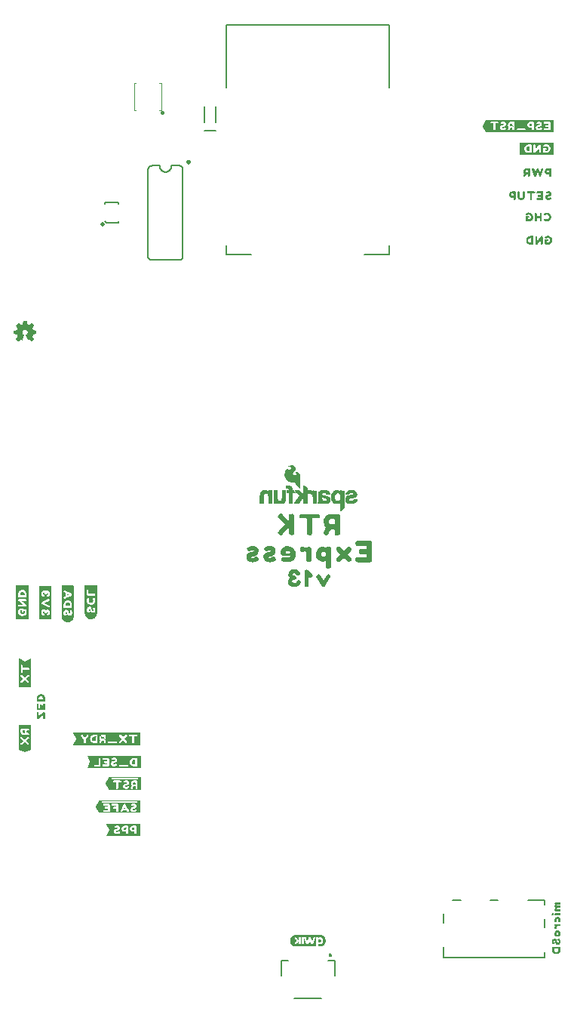
<source format=gbo>
G04 EAGLE Gerber RS-274X export*
G75*
%MOMM*%
%FSLAX34Y34*%
%LPD*%
%INSilkscreen Bottom*%
%IPPOS*%
%AMOC8*
5,1,8,0,0,1.08239X$1,22.5*%
G01*
%ADD10C,0.203200*%
%ADD11C,0.254000*%
%ADD12C,0.508000*%
%ADD13C,0.101600*%

G36*
X625947Y970227D02*
X625947Y970227D01*
X625945Y970230D01*
X625949Y970232D01*
X626049Y970832D01*
X626046Y970837D01*
X626049Y970840D01*
X626049Y983740D01*
X626013Y983787D01*
X626011Y983786D01*
X626010Y983788D01*
X625510Y983888D01*
X625503Y983885D01*
X625500Y983889D01*
X550100Y983889D01*
X550095Y983886D01*
X550092Y983889D01*
X549492Y983789D01*
X549470Y983765D01*
X549456Y983763D01*
X546056Y977163D01*
X546058Y977151D01*
X546055Y977148D01*
X546060Y977142D01*
X546062Y977130D01*
X546056Y977118D01*
X546356Y976518D01*
X549356Y970418D01*
X549380Y970406D01*
X549384Y970393D01*
X549984Y970193D01*
X549995Y970197D01*
X550000Y970191D01*
X625900Y970191D01*
X625947Y970227D01*
G37*
G36*
X161518Y283164D02*
X161518Y283164D01*
X161530Y283161D01*
X161930Y283461D01*
X161934Y283477D01*
X161941Y283482D01*
X161937Y283488D01*
X161939Y283492D01*
X161949Y283500D01*
X161949Y296400D01*
X161940Y296413D01*
X161944Y296422D01*
X161744Y296822D01*
X161707Y296841D01*
X161700Y296849D01*
X158600Y296849D01*
X158565Y296822D01*
X158555Y296820D01*
X158543Y296793D01*
X158530Y296839D01*
X158512Y296834D01*
X158500Y296849D01*
X86800Y296849D01*
X86753Y296813D01*
X86756Y296808D01*
X86754Y296806D01*
X86759Y296800D01*
X86751Y296792D01*
X86851Y296192D01*
X86860Y296184D01*
X86856Y296177D01*
X89949Y290192D01*
X89853Y289616D01*
X86756Y283522D01*
X86758Y283511D01*
X86756Y283509D01*
X86759Y283504D01*
X86763Y283484D01*
X86759Y283473D01*
X86959Y283173D01*
X86992Y283161D01*
X87000Y283151D01*
X161500Y283151D01*
X161518Y283164D01*
G37*
G36*
X161705Y257154D02*
X161705Y257154D01*
X161708Y257151D01*
X162308Y257251D01*
X162349Y257295D01*
X162346Y257298D01*
X162349Y257300D01*
X162349Y270800D01*
X162313Y270847D01*
X162306Y270842D01*
X162300Y270849D01*
X159000Y270849D01*
X158974Y270830D01*
X158961Y270830D01*
X158939Y270802D01*
X158939Y270830D01*
X158915Y270830D01*
X158900Y270849D01*
X102800Y270849D01*
X102791Y270842D01*
X102788Y270842D01*
X102782Y270846D01*
X102282Y270646D01*
X102264Y270616D01*
X102255Y270609D01*
X102258Y270606D01*
X102251Y270595D01*
X102262Y270588D01*
X102256Y270577D01*
X105355Y264581D01*
X105547Y264004D01*
X102256Y257322D01*
X102256Y257321D01*
X102255Y257321D01*
X102256Y257319D01*
X102267Y257263D01*
X102284Y257267D01*
X102292Y257251D01*
X102892Y257151D01*
X102897Y257154D01*
X102900Y257151D01*
X161700Y257151D01*
X161705Y257154D01*
G37*
G36*
X161005Y207154D02*
X161005Y207154D01*
X161008Y207151D01*
X161608Y207251D01*
X161649Y207295D01*
X161646Y207298D01*
X161649Y207300D01*
X161649Y220800D01*
X161613Y220847D01*
X161606Y220842D01*
X161600Y220849D01*
X115500Y220849D01*
X115475Y220830D01*
X115462Y220831D01*
X115062Y220331D01*
X115061Y220323D01*
X115056Y220322D01*
X112056Y214322D01*
X112058Y214310D01*
X112053Y214305D01*
X112054Y214303D01*
X112051Y214300D01*
X112051Y213700D01*
X112061Y213687D01*
X112056Y213678D01*
X115156Y207578D01*
X115166Y207573D01*
X115165Y207565D01*
X115565Y207165D01*
X115592Y207162D01*
X115600Y207151D01*
X161000Y207151D01*
X161005Y207154D01*
G37*
G36*
X80504Y420754D02*
X80504Y420754D01*
X80507Y420751D01*
X81207Y420851D01*
X81208Y420852D01*
X81208Y420851D01*
X81808Y420951D01*
X82507Y421051D01*
X82515Y421059D01*
X82522Y421056D01*
X83722Y421656D01*
X83724Y421660D01*
X83727Y421659D01*
X84327Y422059D01*
X84328Y422062D01*
X84331Y422062D01*
X85331Y422862D01*
X85332Y422866D01*
X85335Y422865D01*
X85835Y423365D01*
X85836Y423377D01*
X85844Y423378D01*
X86143Y423975D01*
X86541Y424573D01*
X86541Y424578D01*
X86542Y424579D01*
X86540Y424581D01*
X86540Y424582D01*
X86547Y424584D01*
X86747Y425184D01*
X86746Y425186D01*
X86747Y425186D01*
X86757Y425219D01*
X86771Y425268D01*
X86813Y425416D01*
X86855Y425564D01*
X86869Y425613D01*
X86911Y425761D01*
X86912Y425761D01*
X86911Y425761D01*
X86947Y425885D01*
X87147Y426484D01*
X87145Y426491D01*
X87149Y426493D01*
X87249Y427193D01*
X87246Y427198D01*
X87249Y427200D01*
X87249Y461400D01*
X87236Y461418D01*
X87239Y461430D01*
X86939Y461830D01*
X86908Y461839D01*
X86900Y461849D01*
X74000Y461849D01*
X73982Y461836D01*
X73970Y461839D01*
X73570Y461539D01*
X73562Y461508D01*
X73551Y461500D01*
X73551Y427700D01*
X73554Y427696D01*
X73551Y427693D01*
X73651Y426997D01*
X73651Y426300D01*
X73658Y426291D01*
X73653Y426284D01*
X73853Y425685D01*
X74053Y424986D01*
X74058Y424982D01*
X74056Y424978D01*
X74356Y424378D01*
X74360Y424376D01*
X74359Y424373D01*
X74759Y423773D01*
X74762Y423772D01*
X74762Y423769D01*
X75562Y422769D01*
X75566Y422768D01*
X75565Y422765D01*
X76065Y422265D01*
X76072Y422264D01*
X76073Y422259D01*
X76673Y421859D01*
X76675Y421859D01*
X76675Y421858D01*
X77175Y421558D01*
X77180Y421558D01*
X77181Y421555D01*
X77881Y421255D01*
X77884Y421256D01*
X77884Y421253D01*
X79084Y420853D01*
X79091Y420855D01*
X79093Y420851D01*
X79793Y420751D01*
X79798Y420754D01*
X79800Y420751D01*
X80500Y420751D01*
X80504Y420754D01*
G37*
G36*
X162321Y233167D02*
X162321Y233167D01*
X162335Y233165D01*
X162635Y233465D01*
X162637Y233477D01*
X162643Y233482D01*
X162638Y233489D01*
X162639Y233492D01*
X162649Y233500D01*
X162649Y246400D01*
X162636Y246418D01*
X162639Y246430D01*
X162339Y246830D01*
X162308Y246839D01*
X162300Y246849D01*
X126700Y246849D01*
X126691Y246842D01*
X126688Y246842D01*
X126684Y246839D01*
X126675Y246842D01*
X126175Y246542D01*
X126167Y246524D01*
X126156Y246522D01*
X123156Y240522D01*
X123157Y240517D01*
X123153Y240516D01*
X122953Y239916D01*
X122955Y239912D01*
X122954Y239911D01*
X122956Y239909D01*
X122962Y239890D01*
X122956Y239878D01*
X125956Y233778D01*
X126256Y233178D01*
X126293Y233160D01*
X126300Y233151D01*
X162300Y233151D01*
X162321Y233167D01*
G37*
G36*
X625405Y944794D02*
X625405Y944794D01*
X625408Y944791D01*
X626008Y944891D01*
X626049Y944935D01*
X626046Y944938D01*
X626049Y944940D01*
X626049Y958440D01*
X626013Y958487D01*
X626006Y958482D01*
X626000Y958489D01*
X588800Y958489D01*
X588795Y958486D01*
X588792Y958489D01*
X588192Y958389D01*
X588155Y958350D01*
X588153Y958348D01*
X588153Y958347D01*
X588151Y958345D01*
X588154Y958343D01*
X588151Y958340D01*
X588151Y944840D01*
X588187Y944793D01*
X588194Y944798D01*
X588200Y944791D01*
X625400Y944791D01*
X625405Y944794D01*
G37*
G36*
X36247Y424087D02*
X36247Y424087D01*
X36242Y424094D01*
X36249Y424100D01*
X36249Y427400D01*
X36229Y427427D01*
X36229Y427440D01*
X36200Y427461D01*
X36231Y427462D01*
X36230Y427486D01*
X36249Y427500D01*
X36249Y461300D01*
X36246Y461305D01*
X36249Y461308D01*
X36149Y461908D01*
X36105Y461949D01*
X36103Y461946D01*
X36100Y461949D01*
X22600Y461949D01*
X22553Y461913D01*
X22558Y461906D01*
X22551Y461900D01*
X22551Y424700D01*
X22554Y424695D01*
X22551Y424692D01*
X22651Y424092D01*
X22695Y424051D01*
X22698Y424054D01*
X22700Y424051D01*
X36200Y424051D01*
X36247Y424087D01*
G37*
G36*
X61711Y424359D02*
X61711Y424359D01*
X61718Y424354D01*
X62218Y424554D01*
X62233Y424578D01*
X62240Y424584D01*
X62238Y424587D01*
X62243Y424595D01*
X62249Y424600D01*
X62249Y461000D01*
X62246Y461005D01*
X62249Y461008D01*
X62149Y461608D01*
X62105Y461649D01*
X62103Y461646D01*
X62100Y461649D01*
X49200Y461649D01*
X49195Y461646D01*
X49192Y461649D01*
X48592Y461549D01*
X48551Y461505D01*
X48554Y461503D01*
X48551Y461500D01*
X48551Y424900D01*
X48559Y424889D01*
X48554Y424882D01*
X48754Y424382D01*
X48795Y424357D01*
X48800Y424351D01*
X61700Y424351D01*
X61711Y424359D01*
G37*
G36*
X106303Y424157D02*
X106303Y424157D01*
X106308Y424151D01*
X106904Y424251D01*
X107600Y424251D01*
X107608Y424257D01*
X107614Y424253D01*
X108314Y424453D01*
X108315Y424454D01*
X108316Y424453D01*
X108916Y424653D01*
X108919Y424658D01*
X108922Y424656D01*
X110122Y425256D01*
X110124Y425260D01*
X110127Y425259D01*
X110727Y425659D01*
X110730Y425666D01*
X110735Y425665D01*
X111235Y426165D01*
X111235Y426169D01*
X111238Y426169D01*
X112038Y427169D01*
X112039Y427173D01*
X112041Y427173D01*
X112441Y427773D01*
X112441Y427777D01*
X112444Y427778D01*
X112744Y428378D01*
X112743Y428385D01*
X112747Y428386D01*
X112786Y428521D01*
X112800Y428570D01*
X112842Y428718D01*
X112884Y428865D01*
X112898Y428915D01*
X112940Y429062D01*
X112941Y429062D01*
X112940Y429062D01*
X112947Y429085D01*
X113147Y429684D01*
X113143Y429695D01*
X113149Y429700D01*
X113149Y430396D01*
X113249Y430992D01*
X113246Y430997D01*
X113249Y431000D01*
X113249Y462200D01*
X113220Y462238D01*
X113218Y462246D01*
X112718Y462446D01*
X112705Y462442D01*
X112700Y462449D01*
X99800Y462449D01*
X99762Y462420D01*
X99754Y462418D01*
X99554Y461918D01*
X99558Y461905D01*
X99551Y461900D01*
X99551Y430700D01*
X99554Y430696D01*
X99551Y430693D01*
X99751Y429293D01*
X99756Y429288D01*
X99753Y429284D01*
X99953Y428684D01*
X99958Y428681D01*
X99956Y428678D01*
X100556Y427478D01*
X100560Y427476D01*
X100559Y427473D01*
X100959Y426873D01*
X100962Y426872D01*
X100962Y426869D01*
X101362Y426369D01*
X101366Y426368D01*
X101365Y426365D01*
X101865Y425865D01*
X101872Y425864D01*
X101873Y425859D01*
X102471Y425460D01*
X102969Y425062D01*
X102977Y425061D01*
X102978Y425056D01*
X103578Y424756D01*
X103585Y424757D01*
X103586Y424753D01*
X104285Y424553D01*
X104884Y424353D01*
X104891Y424355D01*
X104893Y424351D01*
X106293Y424151D01*
X106303Y424157D01*
G37*
G36*
X161218Y181164D02*
X161218Y181164D01*
X161230Y181161D01*
X161630Y181461D01*
X161634Y181477D01*
X161641Y181482D01*
X161637Y181488D01*
X161639Y181492D01*
X161649Y181500D01*
X161649Y194400D01*
X161636Y194418D01*
X161639Y194430D01*
X161339Y194830D01*
X161308Y194839D01*
X161300Y194849D01*
X123700Y194849D01*
X123696Y194846D01*
X123691Y194848D01*
X123686Y194839D01*
X123653Y194813D01*
X123657Y194807D01*
X123656Y194806D01*
X123664Y194795D01*
X123656Y194778D01*
X123956Y194178D01*
X126947Y188196D01*
X126754Y187619D01*
X123756Y181522D01*
X123758Y181511D01*
X123756Y181509D01*
X123759Y181504D01*
X123763Y181484D01*
X123759Y181473D01*
X123959Y181173D01*
X123992Y181161D01*
X124000Y181151D01*
X161200Y181151D01*
X161218Y181164D01*
G37*
G36*
X363270Y57327D02*
X363270Y57327D01*
X363272Y57327D01*
X363800Y57350D01*
X363802Y57351D01*
X363804Y57350D01*
X364858Y57456D01*
X364862Y57459D01*
X364870Y57458D01*
X365883Y57767D01*
X365885Y57770D01*
X365890Y57770D01*
X366373Y57979D01*
X366375Y57981D01*
X366379Y57982D01*
X367300Y58502D01*
X367303Y58507D01*
X367310Y58508D01*
X368127Y59183D01*
X368128Y59187D01*
X368135Y59190D01*
X368821Y59995D01*
X368821Y59999D01*
X368825Y60001D01*
X369122Y60437D01*
X369122Y60440D01*
X369125Y60443D01*
X369619Y61379D01*
X369620Y61379D01*
X369619Y61384D01*
X369624Y61389D01*
X369938Y62401D01*
X369937Y62405D01*
X369940Y62410D01*
X370023Y62931D01*
X370023Y62932D01*
X370024Y62934D01*
X370077Y63461D01*
X370076Y63463D01*
X370077Y63464D01*
X370106Y63991D01*
X370104Y63995D01*
X370106Y64001D01*
X369999Y65055D01*
X369997Y65059D01*
X369998Y65064D01*
X369867Y65576D01*
X369865Y65577D01*
X369866Y65579D01*
X369709Y66084D01*
X369707Y66086D01*
X369707Y66089D01*
X369517Y66580D01*
X369514Y66583D01*
X369514Y66588D01*
X369008Y67519D01*
X369004Y67522D01*
X369002Y67529D01*
X368329Y68347D01*
X368328Y68348D01*
X368327Y68349D01*
X368325Y68350D01*
X368324Y68353D01*
X367942Y68716D01*
X367940Y68717D01*
X367939Y68719D01*
X367530Y69056D01*
X367528Y69057D01*
X367527Y69058D01*
X367103Y69372D01*
X367099Y69372D01*
X367095Y69376D01*
X366164Y69882D01*
X366159Y69881D01*
X366153Y69886D01*
X365145Y70209D01*
X365142Y70208D01*
X365138Y70210D01*
X364621Y70314D01*
X364619Y70313D01*
X364615Y70315D01*
X363561Y70420D01*
X363558Y70418D01*
X363555Y70420D01*
X336539Y70420D01*
X336537Y70418D01*
X336533Y70420D01*
X336344Y70401D01*
X335290Y70294D01*
X335285Y70291D01*
X335278Y70292D01*
X334264Y69991D01*
X334262Y69988D01*
X334257Y69988D01*
X333771Y69786D01*
X333769Y69783D01*
X333764Y69783D01*
X332839Y69268D01*
X332837Y69264D01*
X332830Y69262D01*
X332013Y68588D01*
X332011Y68584D01*
X332006Y68581D01*
X331652Y68190D01*
X331652Y68188D01*
X331650Y68188D01*
X331313Y67779D01*
X331312Y67777D01*
X331310Y67775D01*
X331007Y67343D01*
X331007Y67340D01*
X331004Y67337D01*
X330503Y66404D01*
X330503Y66398D01*
X330498Y66393D01*
X330184Y65381D01*
X330185Y65377D01*
X330182Y65373D01*
X330091Y64854D01*
X330092Y64851D01*
X330091Y64848D01*
X330001Y63794D01*
X330004Y63789D01*
X330002Y63782D01*
X330108Y62728D01*
X330110Y62725D01*
X330109Y62720D01*
X330233Y62207D01*
X330235Y62206D01*
X330234Y62203D01*
X330391Y61698D01*
X330392Y61697D01*
X330392Y61694D01*
X330576Y61200D01*
X330579Y61197D01*
X330579Y61191D01*
X331085Y60260D01*
X331089Y60258D01*
X331091Y60251D01*
X331758Y59428D01*
X331761Y59427D01*
X331763Y59423D01*
X332140Y59055D01*
X332143Y59054D01*
X332145Y59050D01*
X332974Y58394D01*
X332979Y58393D01*
X332983Y58388D01*
X333914Y57883D01*
X333919Y57883D01*
X333925Y57878D01*
X334930Y57549D01*
X334933Y57550D01*
X334937Y57548D01*
X335452Y57436D01*
X335455Y57438D01*
X335459Y57435D01*
X336513Y57329D01*
X336515Y57330D01*
X336519Y57329D01*
X359097Y57327D01*
X359115Y57338D01*
X359136Y57340D01*
X359145Y57358D01*
X359154Y57364D01*
X359153Y57373D01*
X359160Y57386D01*
X359169Y57576D01*
X359169Y57578D01*
X359170Y57579D01*
X359189Y67207D01*
X359190Y67207D01*
X359189Y67214D01*
X359192Y67215D01*
X359191Y67222D01*
X359197Y67237D01*
X359193Y67483D01*
X361493Y67483D01*
X361504Y67257D01*
X361504Y66652D01*
X361508Y66646D01*
X361505Y66639D01*
X361525Y66619D01*
X361540Y66595D01*
X361548Y66596D01*
X361554Y66591D01*
X361604Y66602D01*
X361848Y66787D01*
X361848Y66788D01*
X361850Y66789D01*
X362255Y67118D01*
X362713Y67355D01*
X363208Y67504D01*
X363723Y67560D01*
X364242Y67527D01*
X364754Y67439D01*
X365247Y67280D01*
X365700Y67028D01*
X366100Y66701D01*
X366443Y66313D01*
X366724Y65878D01*
X366940Y65406D01*
X367072Y64902D01*
X367155Y64386D01*
X367195Y63865D01*
X367159Y63344D01*
X367086Y62826D01*
X366961Y62320D01*
X366754Y61844D01*
X366489Y61398D01*
X366164Y60994D01*
X365778Y60649D01*
X365329Y60392D01*
X364845Y60207D01*
X364340Y60089D01*
X363822Y60041D01*
X363305Y60075D01*
X362802Y60195D01*
X362337Y60417D01*
X361926Y60732D01*
X361609Y61030D01*
X361598Y61032D01*
X361592Y61041D01*
X361567Y61037D01*
X361542Y61042D01*
X361536Y61033D01*
X361525Y61031D01*
X361506Y60990D01*
X361504Y60986D01*
X361504Y60985D01*
X361504Y60984D01*
X361504Y57805D01*
X361504Y57804D01*
X361516Y57388D01*
X361528Y57370D01*
X361531Y57348D01*
X361548Y57340D01*
X361554Y57332D01*
X361564Y57333D01*
X361578Y57327D01*
X363269Y57327D01*
X363270Y57327D01*
G37*
G36*
X39247Y347627D02*
X39247Y347627D01*
X39245Y347630D01*
X39249Y347632D01*
X39349Y348232D01*
X39346Y348237D01*
X39349Y348240D01*
X39349Y380040D01*
X39347Y380043D01*
X39349Y380045D01*
X39342Y380049D01*
X39313Y380087D01*
X39298Y380076D01*
X39282Y380086D01*
X38782Y379886D01*
X38780Y379883D01*
X38778Y379884D01*
X32693Y376891D01*
X32115Y376987D01*
X26122Y379984D01*
X26098Y379980D01*
X26088Y379988D01*
X25688Y379888D01*
X25651Y379841D01*
X25652Y379841D01*
X25651Y379840D01*
X25651Y347640D01*
X25687Y347593D01*
X25694Y347598D01*
X25700Y347591D01*
X39200Y347591D01*
X39247Y347627D01*
G37*
G36*
X32610Y274782D02*
X32610Y274782D01*
X32622Y274776D01*
X39322Y278076D01*
X39331Y278094D01*
X39347Y278106D01*
X39341Y278114D01*
X39349Y278120D01*
X39349Y305220D01*
X39336Y305238D01*
X39339Y305250D01*
X39039Y305650D01*
X39008Y305659D01*
X39000Y305669D01*
X26200Y305669D01*
X26189Y305661D01*
X26182Y305666D01*
X25682Y305466D01*
X25657Y305425D01*
X25651Y305420D01*
X25651Y278520D01*
X25662Y278505D01*
X25658Y278495D01*
X25958Y277995D01*
X25976Y277987D01*
X25978Y277976D01*
X31978Y274976D01*
X31983Y274977D01*
X31984Y274973D01*
X32584Y274773D01*
X32610Y274782D01*
G37*
G36*
X371413Y518163D02*
X371413Y518163D01*
X371426Y518158D01*
X372726Y518958D01*
X372733Y518978D01*
X372745Y518981D01*
X373645Y521081D01*
X374443Y522976D01*
X375726Y524851D01*
X379092Y524851D01*
X380251Y524465D01*
X380251Y521000D01*
X380255Y520995D01*
X380252Y520991D01*
X380552Y519391D01*
X380568Y519376D01*
X380567Y519363D01*
X381567Y518463D01*
X381589Y518462D01*
X381595Y518451D01*
X383695Y518251D01*
X383707Y518258D01*
X383714Y518253D01*
X385414Y518753D01*
X385431Y518775D01*
X385444Y518778D01*
X386044Y519978D01*
X386041Y519992D01*
X386049Y519997D01*
X386149Y521797D01*
X386148Y521799D01*
X386149Y521800D01*
X386149Y540500D01*
X386139Y540514D01*
X386143Y540523D01*
X385443Y541823D01*
X385417Y541835D01*
X385411Y541848D01*
X383711Y542248D01*
X383704Y542245D01*
X383700Y542249D01*
X376700Y542249D01*
X376698Y542248D01*
X376697Y542249D01*
X375097Y542149D01*
X375092Y542145D01*
X375088Y542148D01*
X373488Y541748D01*
X373483Y541741D01*
X373477Y541743D01*
X371977Y540943D01*
X371975Y540940D01*
X371973Y540941D01*
X370473Y539941D01*
X370470Y539934D01*
X370465Y539935D01*
X369265Y538735D01*
X369264Y538726D01*
X369258Y538725D01*
X368358Y537225D01*
X368359Y537217D01*
X368353Y537215D01*
X367853Y535615D01*
X367855Y535610D01*
X367852Y535609D01*
X367552Y533909D01*
X367555Y533901D01*
X367551Y533897D01*
X367651Y532197D01*
X367655Y532192D01*
X367652Y532189D01*
X368052Y530489D01*
X368058Y530484D01*
X368055Y530479D01*
X368755Y528979D01*
X368764Y528975D01*
X368762Y528968D01*
X369847Y527686D01*
X369652Y526614D01*
X369055Y525119D01*
X368255Y523320D01*
X367855Y522420D01*
X367856Y522415D01*
X367853Y522414D01*
X367353Y520714D01*
X367362Y520690D01*
X367356Y520678D01*
X367956Y519478D01*
X367974Y519469D01*
X367976Y519457D01*
X369776Y518457D01*
X369787Y518459D01*
X369791Y518452D01*
X371391Y518152D01*
X371413Y518163D01*
G37*
G36*
X418803Y488053D02*
X418803Y488053D01*
X418805Y488051D01*
X420805Y488251D01*
X420821Y488266D01*
X420833Y488263D01*
X421833Y489163D01*
X421838Y489187D01*
X421849Y489194D01*
X422049Y490794D01*
X422047Y490798D01*
X422049Y490800D01*
X422149Y507800D01*
X422148Y507802D01*
X422149Y507803D01*
X422049Y509603D01*
X422045Y509608D01*
X422048Y509612D01*
X421648Y511212D01*
X421628Y511228D01*
X421626Y511242D01*
X420526Y511942D01*
X420509Y511940D01*
X420503Y511949D01*
X418603Y512049D01*
X418601Y512048D01*
X418600Y512049D01*
X406700Y512049D01*
X406698Y512048D01*
X406697Y512049D01*
X404997Y511949D01*
X404985Y511939D01*
X404975Y511943D01*
X403775Y511243D01*
X403767Y511223D01*
X403752Y511212D01*
X403753Y511211D01*
X403752Y511211D01*
X403352Y509411D01*
X403357Y509399D01*
X403351Y509393D01*
X403651Y507293D01*
X403668Y507276D01*
X403667Y507263D01*
X404667Y506363D01*
X404690Y506361D01*
X404697Y506351D01*
X406297Y506251D01*
X406299Y506252D01*
X406300Y506251D01*
X414795Y506251D01*
X416251Y505960D01*
X416251Y504303D01*
X416057Y502949D01*
X409200Y502949D01*
X409190Y502942D01*
X409183Y502946D01*
X407783Y502446D01*
X407770Y502426D01*
X407757Y502425D01*
X407057Y501225D01*
X407058Y501218D01*
X407053Y501214D01*
X407059Y501206D01*
X407051Y501200D01*
X407051Y499000D01*
X407061Y498986D01*
X407057Y498977D01*
X407757Y497677D01*
X407779Y497666D01*
X407783Y497654D01*
X409183Y497154D01*
X409193Y497157D01*
X409197Y497151D01*
X410997Y497051D01*
X410999Y497052D01*
X411000Y497051D01*
X416057Y497051D01*
X416251Y495597D01*
X416251Y493949D01*
X406100Y493949D01*
X406095Y493945D01*
X406091Y493948D01*
X404491Y493648D01*
X404476Y493632D01*
X404463Y493633D01*
X403563Y492633D01*
X403562Y492611D01*
X403551Y492604D01*
X403351Y490404D01*
X403358Y490393D01*
X403353Y490385D01*
X403853Y488785D01*
X403876Y488769D01*
X403879Y488755D01*
X405179Y488155D01*
X405192Y488158D01*
X405197Y488151D01*
X406897Y488051D01*
X406899Y488052D01*
X406900Y488051D01*
X418800Y488051D01*
X418803Y488053D01*
G37*
G36*
X40186Y735608D02*
X40186Y735608D01*
X40252Y735613D01*
X40270Y735624D01*
X40291Y735629D01*
X40376Y735689D01*
X40400Y735703D01*
X40403Y735708D01*
X40408Y735712D01*
X42608Y738012D01*
X42616Y738025D01*
X42629Y738035D01*
X42660Y738099D01*
X42696Y738161D01*
X42697Y738177D01*
X42704Y738191D01*
X42703Y738262D01*
X42709Y738333D01*
X42703Y738348D01*
X42702Y738364D01*
X42645Y738489D01*
X42643Y738493D01*
X42643Y738494D01*
X40775Y741109D01*
X40777Y741120D01*
X40786Y741133D01*
X40797Y741191D01*
X40806Y741212D01*
X40806Y741234D01*
X40812Y741267D01*
X40813Y741272D01*
X40813Y741273D01*
X40813Y741274D01*
X40813Y741284D01*
X40846Y741349D01*
X40902Y741406D01*
X40913Y741424D01*
X40925Y741433D01*
X40933Y741452D01*
X40973Y741504D01*
X41046Y741649D01*
X41102Y741706D01*
X41142Y741770D01*
X41186Y741833D01*
X41188Y741845D01*
X41193Y741853D01*
X41197Y741888D01*
X41213Y741974D01*
X41213Y742023D01*
X41242Y742070D01*
X41286Y742133D01*
X41288Y742145D01*
X41293Y742153D01*
X41297Y742188D01*
X41313Y742274D01*
X41313Y742384D01*
X41346Y742449D01*
X41402Y742506D01*
X41442Y742570D01*
X41486Y742633D01*
X41488Y742645D01*
X41493Y742653D01*
X41497Y742688D01*
X41503Y742721D01*
X41506Y742729D01*
X41506Y742737D01*
X41513Y742774D01*
X41513Y742823D01*
X41542Y742870D01*
X41586Y742933D01*
X41588Y742945D01*
X41593Y742953D01*
X41597Y742988D01*
X41613Y743074D01*
X41613Y743184D01*
X41642Y743242D01*
X44898Y743800D01*
X44916Y743807D01*
X44935Y743808D01*
X44995Y743841D01*
X45057Y743867D01*
X45070Y743882D01*
X45087Y743891D01*
X45126Y743947D01*
X45170Y743998D01*
X45175Y744017D01*
X45186Y744033D01*
X45208Y744144D01*
X45213Y744166D01*
X45212Y744170D01*
X45213Y744174D01*
X45213Y747374D01*
X45209Y747393D01*
X45211Y747412D01*
X45200Y747446D01*
X45199Y747453D01*
X45194Y747463D01*
X45189Y747476D01*
X45174Y747542D01*
X45161Y747557D01*
X45155Y747575D01*
X45107Y747623D01*
X45064Y747676D01*
X45046Y747683D01*
X45032Y747697D01*
X44926Y747737D01*
X44906Y747746D01*
X44902Y747746D01*
X44898Y747748D01*
X41686Y748298D01*
X41675Y748337D01*
X41674Y748342D01*
X41673Y748343D01*
X41613Y748463D01*
X41613Y748474D01*
X41610Y748489D01*
X41612Y748505D01*
X41592Y748575D01*
X41592Y748590D01*
X41584Y748604D01*
X41575Y748637D01*
X41574Y748642D01*
X41573Y748643D01*
X41513Y748763D01*
X41513Y748774D01*
X41510Y748789D01*
X41512Y748805D01*
X41475Y748937D01*
X41474Y748942D01*
X41473Y748943D01*
X41313Y749263D01*
X41313Y749274D01*
X41310Y749289D01*
X41312Y749305D01*
X41275Y749437D01*
X41274Y749442D01*
X41273Y749443D01*
X41173Y749643D01*
X41150Y749671D01*
X41113Y749725D01*
X41113Y749774D01*
X41096Y749848D01*
X41082Y749923D01*
X41076Y749933D01*
X41074Y749942D01*
X41051Y749970D01*
X41002Y750042D01*
X40946Y750098D01*
X40873Y750243D01*
X40850Y750271D01*
X40813Y750325D01*
X40813Y750374D01*
X40796Y750448D01*
X40792Y750470D01*
X42646Y753158D01*
X42652Y753174D01*
X42664Y753187D01*
X42684Y753254D01*
X42709Y753319D01*
X42708Y753337D01*
X42713Y753353D01*
X42700Y753422D01*
X42694Y753492D01*
X42685Y753506D01*
X42682Y753523D01*
X42611Y753629D01*
X42604Y753640D01*
X42603Y753640D01*
X42602Y753642D01*
X40402Y755842D01*
X40388Y755851D01*
X40377Y755865D01*
X40315Y755896D01*
X40255Y755933D01*
X40238Y755935D01*
X40223Y755942D01*
X40153Y755943D01*
X40083Y755949D01*
X40067Y755943D01*
X40050Y755943D01*
X39932Y755892D01*
X39921Y755888D01*
X39920Y755887D01*
X39919Y755886D01*
X37220Y754024D01*
X37202Y754042D01*
X37137Y754082D01*
X37075Y754126D01*
X37063Y754128D01*
X37055Y754133D01*
X37020Y754136D01*
X36934Y754153D01*
X36884Y754153D01*
X36872Y754161D01*
X36804Y754213D01*
X36659Y754285D01*
X36602Y754342D01*
X36537Y754382D01*
X36475Y754426D01*
X36463Y754428D01*
X36455Y754433D01*
X36420Y754436D01*
X36334Y754453D01*
X36284Y754453D01*
X36272Y754461D01*
X36204Y754513D01*
X36004Y754613D01*
X35988Y754617D01*
X35975Y754626D01*
X35841Y754652D01*
X35835Y754653D01*
X35834Y754653D01*
X35824Y754653D01*
X35704Y754713D01*
X35688Y754717D01*
X35675Y754726D01*
X35541Y754752D01*
X35535Y754753D01*
X35534Y754753D01*
X35484Y754753D01*
X35437Y754782D01*
X35375Y754826D01*
X35363Y754828D01*
X35355Y754833D01*
X35320Y754836D01*
X35234Y754853D01*
X35124Y754853D01*
X35066Y754882D01*
X34508Y758138D01*
X34500Y758156D01*
X34499Y758175D01*
X34467Y758234D01*
X34440Y758297D01*
X34426Y758310D01*
X34416Y758327D01*
X34361Y758366D01*
X34309Y758410D01*
X34290Y758415D01*
X34275Y758426D01*
X34164Y758447D01*
X34142Y758453D01*
X34138Y758452D01*
X34134Y758453D01*
X30934Y758453D01*
X30915Y758449D01*
X30896Y758451D01*
X30832Y758429D01*
X30766Y758413D01*
X30751Y758401D01*
X30732Y758395D01*
X30685Y758347D01*
X30632Y758303D01*
X30624Y758286D01*
X30611Y758272D01*
X30571Y758166D01*
X30562Y758145D01*
X30562Y758142D01*
X30560Y758138D01*
X30010Y754926D01*
X29971Y754915D01*
X29966Y754913D01*
X29965Y754913D01*
X29964Y754913D01*
X29844Y754853D01*
X29834Y754853D01*
X29818Y754849D01*
X29802Y754852D01*
X29671Y754815D01*
X29666Y754813D01*
X29665Y754813D01*
X29664Y754813D01*
X29544Y754753D01*
X29534Y754753D01*
X29518Y754749D01*
X29502Y754752D01*
X29371Y754715D01*
X29366Y754713D01*
X29365Y754713D01*
X29364Y754713D01*
X29244Y754653D01*
X29134Y754653D01*
X29060Y754636D01*
X28984Y754622D01*
X28975Y754616D01*
X28966Y754613D01*
X28938Y754591D01*
X28866Y754542D01*
X28809Y754485D01*
X28744Y754453D01*
X28734Y754453D01*
X28718Y754449D01*
X28702Y754452D01*
X28571Y754415D01*
X28566Y754413D01*
X28565Y754413D01*
X28564Y754413D01*
X28364Y754313D01*
X28337Y754290D01*
X28266Y754242D01*
X28209Y754185D01*
X28144Y754153D01*
X28134Y754153D01*
X28118Y754149D01*
X28102Y754152D01*
X27971Y754115D01*
X27966Y754113D01*
X27965Y754113D01*
X27964Y754113D01*
X27823Y754042D01*
X25149Y755886D01*
X25137Y755891D01*
X25128Y755900D01*
X25057Y755922D01*
X24988Y755949D01*
X24975Y755948D01*
X24963Y755952D01*
X24890Y755940D01*
X24816Y755934D01*
X24805Y755927D01*
X24792Y755925D01*
X24672Y755848D01*
X22372Y753648D01*
X22358Y753626D01*
X22338Y753610D01*
X22311Y753554D01*
X22277Y753503D01*
X22274Y753477D01*
X22263Y753454D01*
X22264Y753392D01*
X22257Y753331D01*
X22266Y753307D01*
X22266Y753281D01*
X22304Y753201D01*
X22315Y753168D01*
X22322Y753162D01*
X22327Y753151D01*
X24262Y750478D01*
X24222Y750398D01*
X24166Y750342D01*
X24126Y750277D01*
X24082Y750214D01*
X24080Y750203D01*
X24075Y750195D01*
X24071Y750160D01*
X24055Y750074D01*
X24055Y750024D01*
X24047Y750011D01*
X23995Y749943D01*
X23922Y749798D01*
X23866Y749742D01*
X23826Y749677D01*
X23782Y749614D01*
X23780Y749603D01*
X23775Y749595D01*
X23771Y749560D01*
X23755Y749474D01*
X23755Y749424D01*
X23726Y749377D01*
X23682Y749314D01*
X23680Y749303D01*
X23675Y749295D01*
X23671Y749260D01*
X23655Y749174D01*
X23655Y749063D01*
X23622Y748998D01*
X23566Y748942D01*
X23526Y748877D01*
X23482Y748814D01*
X23480Y748803D01*
X23475Y748795D01*
X23471Y748760D01*
X23455Y748674D01*
X23455Y748624D01*
X23426Y748577D01*
X23382Y748514D01*
X23380Y748503D01*
X23375Y748495D01*
X23371Y748460D01*
X23355Y748374D01*
X23355Y748295D01*
X20072Y747748D01*
X20053Y747740D01*
X20033Y747739D01*
X19974Y747707D01*
X19912Y747681D01*
X19899Y747666D01*
X19881Y747656D01*
X19843Y747601D01*
X19799Y747551D01*
X19793Y747531D01*
X19782Y747514D01*
X19766Y747433D01*
X19762Y747423D01*
X19762Y747412D01*
X19761Y747408D01*
X19755Y747383D01*
X19756Y747379D01*
X19755Y747374D01*
X19755Y744174D01*
X19759Y744155D01*
X19757Y744136D01*
X19779Y744071D01*
X19794Y744005D01*
X19807Y743990D01*
X19813Y743972D01*
X19861Y743924D01*
X19904Y743872D01*
X19922Y743864D01*
X19936Y743850D01*
X20042Y743810D01*
X20062Y743801D01*
X20066Y743801D01*
X20070Y743800D01*
X23358Y743236D01*
X23393Y743111D01*
X23394Y743105D01*
X23395Y743105D01*
X23395Y743104D01*
X23455Y742984D01*
X23455Y742974D01*
X23458Y742958D01*
X23456Y742942D01*
X23493Y742811D01*
X23494Y742805D01*
X23495Y742805D01*
X23495Y742804D01*
X23555Y742684D01*
X23555Y742674D01*
X23558Y742658D01*
X23556Y742642D01*
X23593Y742511D01*
X23594Y742505D01*
X23595Y742505D01*
X23595Y742504D01*
X23755Y742184D01*
X23755Y742174D01*
X23758Y742158D01*
X23756Y742142D01*
X23793Y742011D01*
X23794Y742005D01*
X23795Y742005D01*
X23795Y742004D01*
X23895Y741804D01*
X23918Y741776D01*
X23966Y741706D01*
X24022Y741649D01*
X24055Y741584D01*
X24055Y741574D01*
X24058Y741558D01*
X24056Y741542D01*
X24093Y741411D01*
X24094Y741405D01*
X24095Y741405D01*
X24095Y741404D01*
X24195Y741204D01*
X24218Y741176D01*
X24266Y741106D01*
X24276Y741095D01*
X22331Y738501D01*
X22321Y738479D01*
X22304Y738460D01*
X22286Y738400D01*
X22261Y738343D01*
X22262Y738318D01*
X22255Y738294D01*
X22266Y738233D01*
X22269Y738170D01*
X22281Y738148D01*
X22286Y738124D01*
X22337Y738049D01*
X22353Y738019D01*
X22360Y738014D01*
X22366Y738006D01*
X24666Y735706D01*
X24680Y735697D01*
X24691Y735683D01*
X24753Y735651D01*
X24813Y735614D01*
X24830Y735613D01*
X24845Y735605D01*
X24916Y735605D01*
X24985Y735598D01*
X25001Y735604D01*
X25018Y735604D01*
X25136Y735656D01*
X25147Y735660D01*
X25148Y735661D01*
X25149Y735661D01*
X27848Y737523D01*
X27866Y737506D01*
X27931Y737465D01*
X27993Y737421D01*
X28005Y737419D01*
X28013Y737414D01*
X28048Y737411D01*
X28063Y737408D01*
X28066Y737406D01*
X28131Y737365D01*
X28193Y737321D01*
X28205Y737319D01*
X28213Y737314D01*
X28248Y737311D01*
X28334Y737294D01*
X28384Y737294D01*
X28431Y737265D01*
X28493Y737221D01*
X28505Y737219D01*
X28513Y737214D01*
X28548Y737211D01*
X28563Y737208D01*
X28566Y737206D01*
X28631Y737165D01*
X28693Y737121D01*
X28705Y737119D01*
X28713Y737114D01*
X28748Y737111D01*
X28763Y737108D01*
X28766Y737106D01*
X28831Y737065D01*
X28893Y737021D01*
X28905Y737019D01*
X28913Y737014D01*
X28948Y737011D01*
X28977Y737005D01*
X29004Y736972D01*
X29023Y736964D01*
X29038Y736949D01*
X29101Y736929D01*
X29162Y736901D01*
X29183Y736902D01*
X29202Y736896D01*
X29268Y736906D01*
X29335Y736908D01*
X29353Y736918D01*
X29373Y736921D01*
X29428Y736959D01*
X29487Y736991D01*
X29499Y737008D01*
X29515Y737020D01*
X29572Y737112D01*
X29586Y737133D01*
X29587Y737138D01*
X29590Y737142D01*
X31590Y742542D01*
X31594Y742573D01*
X31606Y742601D01*
X31604Y742657D01*
X31611Y742714D01*
X31601Y742743D01*
X31600Y742774D01*
X31573Y742824D01*
X31554Y742877D01*
X31532Y742899D01*
X31517Y742926D01*
X31457Y742972D01*
X31430Y742998D01*
X31417Y743002D01*
X31404Y743013D01*
X30859Y743285D01*
X30702Y743442D01*
X30672Y743461D01*
X30604Y743513D01*
X30459Y743585D01*
X30146Y743898D01*
X30073Y744043D01*
X30050Y744071D01*
X30002Y744142D01*
X29846Y744298D01*
X29785Y744419D01*
X29694Y744694D01*
X29682Y744713D01*
X29673Y744743D01*
X29613Y744863D01*
X29613Y744974D01*
X29605Y745009D01*
X29594Y745094D01*
X29513Y745335D01*
X29513Y746112D01*
X29594Y746354D01*
X29597Y746390D01*
X29613Y746474D01*
X29613Y746659D01*
X29750Y746863D01*
X29763Y746898D01*
X29794Y746954D01*
X29878Y747206D01*
X30229Y747732D01*
X30576Y748079D01*
X31102Y748430D01*
X31354Y748514D01*
X31372Y748525D01*
X31386Y748528D01*
X31399Y748539D01*
X31444Y748558D01*
X31649Y748694D01*
X31834Y748694D01*
X31869Y748703D01*
X31954Y748714D01*
X32196Y748794D01*
X32787Y748794D01*
X33142Y748706D01*
X33178Y748705D01*
X33234Y748694D01*
X33419Y748694D01*
X33624Y748558D01*
X33659Y748545D01*
X33708Y748517D01*
X33710Y748516D01*
X33711Y748516D01*
X33714Y748514D01*
X33966Y748430D01*
X34193Y748279D01*
X34366Y748106D01*
X34392Y748089D01*
X34424Y748058D01*
X34693Y747879D01*
X34839Y747732D01*
X35190Y747206D01*
X35555Y746112D01*
X35555Y745635D01*
X35474Y745394D01*
X35471Y745358D01*
X35455Y745274D01*
X35455Y745063D01*
X35295Y744743D01*
X35289Y744721D01*
X35274Y744694D01*
X35183Y744419D01*
X35022Y744098D01*
X34866Y743942D01*
X34847Y743911D01*
X34795Y743843D01*
X34722Y743698D01*
X34609Y743585D01*
X34464Y743513D01*
X34437Y743490D01*
X34366Y743442D01*
X34209Y743285D01*
X33888Y743125D01*
X33614Y743033D01*
X33565Y743003D01*
X33512Y742981D01*
X33492Y742959D01*
X33467Y742943D01*
X33436Y742894D01*
X33399Y742851D01*
X33391Y742822D01*
X33375Y742796D01*
X33369Y742739D01*
X33355Y742683D01*
X33361Y742649D01*
X33358Y742624D01*
X33370Y742592D01*
X33378Y742542D01*
X35378Y737142D01*
X35404Y737104D01*
X35420Y737061D01*
X35451Y737033D01*
X35474Y736998D01*
X35514Y736975D01*
X35547Y736944D01*
X35587Y736932D01*
X35624Y736911D01*
X35669Y736908D01*
X35713Y736895D01*
X35754Y736902D01*
X35796Y736900D01*
X35839Y736917D01*
X35884Y736925D01*
X35925Y736953D01*
X35956Y736966D01*
X35973Y736986D01*
X35986Y736994D01*
X36034Y736994D01*
X36108Y737012D01*
X36184Y737025D01*
X36193Y737032D01*
X36202Y737034D01*
X36230Y737057D01*
X36302Y737106D01*
X36309Y737112D01*
X36384Y737125D01*
X36393Y737132D01*
X36402Y737134D01*
X36430Y737157D01*
X36502Y737206D01*
X36509Y737212D01*
X36584Y737225D01*
X36593Y737232D01*
X36602Y737234D01*
X36630Y737257D01*
X36702Y737306D01*
X36709Y737312D01*
X36784Y737325D01*
X36793Y737332D01*
X36802Y737334D01*
X36830Y737357D01*
X36902Y737406D01*
X36909Y737412D01*
X36984Y737425D01*
X36993Y737432D01*
X37002Y737434D01*
X37030Y737457D01*
X37102Y737506D01*
X37109Y737512D01*
X37184Y737525D01*
X37193Y737532D01*
X37202Y737534D01*
X37203Y737534D01*
X39919Y735661D01*
X39939Y735654D01*
X39955Y735640D01*
X40018Y735622D01*
X40080Y735598D01*
X40101Y735600D01*
X40122Y735595D01*
X40186Y735608D01*
G37*
G36*
X320612Y518452D02*
X320612Y518452D01*
X320623Y518466D01*
X320634Y518464D01*
X322034Y519764D01*
X322034Y519768D01*
X322037Y519767D01*
X328661Y527281D01*
X328751Y526198D01*
X328751Y521100D01*
X328755Y521095D01*
X328752Y521091D01*
X329052Y519491D01*
X329071Y519474D01*
X329071Y519460D01*
X330171Y518660D01*
X330189Y518661D01*
X330195Y518651D01*
X332295Y518451D01*
X332307Y518458D01*
X332314Y518453D01*
X334014Y518953D01*
X334032Y518977D01*
X334045Y518980D01*
X334545Y520080D01*
X334542Y520092D01*
X334549Y520097D01*
X334649Y521897D01*
X334648Y521899D01*
X334649Y521900D01*
X334649Y540500D01*
X334640Y540512D01*
X334645Y540521D01*
X334045Y541821D01*
X334020Y541834D01*
X334016Y541847D01*
X332516Y542347D01*
X332503Y542343D01*
X332498Y542349D01*
X330298Y542249D01*
X330283Y542237D01*
X330273Y542241D01*
X329073Y541441D01*
X329066Y541420D01*
X329052Y541410D01*
X328752Y539910D01*
X328755Y539903D01*
X328751Y539900D01*
X328751Y534702D01*
X328660Y533520D01*
X325037Y537633D01*
X322037Y541033D01*
X322035Y541033D01*
X322035Y541035D01*
X320735Y542335D01*
X320718Y542337D01*
X320714Y542347D01*
X319414Y542747D01*
X319388Y542737D01*
X319376Y542743D01*
X317976Y541943D01*
X317972Y541934D01*
X317965Y541935D01*
X316565Y540535D01*
X316564Y540524D01*
X316563Y540524D01*
X316564Y540523D01*
X316562Y540513D01*
X316551Y540508D01*
X316351Y539208D01*
X316363Y539187D01*
X316358Y539175D01*
X317258Y537675D01*
X317262Y537673D01*
X317262Y537669D01*
X318062Y536669D01*
X318064Y536669D01*
X318064Y536667D01*
X319064Y535567D01*
X319065Y535567D01*
X319065Y535565D01*
X320265Y534365D01*
X320267Y534365D01*
X320267Y534364D01*
X321666Y533064D01*
X323165Y531565D01*
X323167Y531565D01*
X323167Y531564D01*
X324329Y530498D01*
X320165Y526335D01*
X320165Y526334D01*
X317265Y523334D01*
X317264Y523325D01*
X317257Y523324D01*
X316357Y521724D01*
X316358Y521714D01*
X316353Y521710D01*
X316358Y521703D01*
X316351Y521696D01*
X316451Y520396D01*
X316467Y520378D01*
X316465Y520365D01*
X317865Y518965D01*
X317876Y518964D01*
X317877Y518957D01*
X319377Y518157D01*
X319402Y518161D01*
X319412Y518152D01*
X320612Y518452D01*
G37*
G36*
X373808Y480858D02*
X373808Y480858D01*
X373816Y480853D01*
X375316Y481353D01*
X375333Y481379D01*
X375346Y481383D01*
X375846Y482783D01*
X375843Y482795D01*
X375849Y482800D01*
X375849Y503900D01*
X375837Y503916D01*
X375841Y503927D01*
X375041Y505127D01*
X375014Y505137D01*
X375008Y505149D01*
X373108Y505449D01*
X373099Y505444D01*
X373095Y505449D01*
X371295Y505249D01*
X371275Y505231D01*
X371262Y505231D01*
X370388Y504163D01*
X369524Y504643D01*
X369519Y504642D01*
X369518Y504646D01*
X368018Y505246D01*
X368009Y505243D01*
X368005Y505249D01*
X366205Y505449D01*
X366196Y505443D01*
X366190Y505448D01*
X364690Y505148D01*
X364684Y505141D01*
X364678Y505144D01*
X363278Y504444D01*
X363275Y504437D01*
X363270Y504439D01*
X361870Y503339D01*
X361868Y503332D01*
X361863Y503332D01*
X360663Y501932D01*
X360662Y501927D01*
X360659Y501927D01*
X359759Y500527D01*
X359759Y500519D01*
X359754Y500515D01*
X359753Y500515D01*
X359253Y498915D01*
X359255Y498908D01*
X359251Y498906D01*
X359051Y497306D01*
X359055Y497300D01*
X359051Y497297D01*
X359151Y495597D01*
X359155Y495592D01*
X359152Y495588D01*
X359552Y493988D01*
X359560Y493982D01*
X359557Y493976D01*
X360357Y492576D01*
X360362Y492573D01*
X360361Y492570D01*
X361461Y491170D01*
X361468Y491168D01*
X361468Y491163D01*
X362868Y489963D01*
X362876Y489962D01*
X362877Y489957D01*
X364377Y489157D01*
X364387Y489158D01*
X364390Y489152D01*
X365890Y488852D01*
X365897Y488855D01*
X365900Y488851D01*
X367600Y488851D01*
X367610Y488858D01*
X367617Y488854D01*
X369217Y489454D01*
X369222Y489462D01*
X369228Y489460D01*
X370151Y490105D01*
X370151Y483400D01*
X370156Y483393D01*
X370152Y483387D01*
X370552Y481887D01*
X370571Y481873D01*
X370572Y481860D01*
X371872Y480960D01*
X371891Y480960D01*
X371897Y480951D01*
X373797Y480851D01*
X373808Y480858D01*
G37*
G36*
X341140Y570891D02*
X341140Y570891D01*
X341191Y570893D01*
X341223Y570911D01*
X341259Y570919D01*
X341298Y570952D01*
X341343Y570976D01*
X341364Y571006D01*
X341392Y571029D01*
X341413Y571076D01*
X341443Y571118D01*
X341451Y571160D01*
X341463Y571188D01*
X341462Y571218D01*
X341470Y571260D01*
X341470Y584060D01*
X341466Y584078D01*
X341468Y584102D01*
X341268Y585902D01*
X341257Y585933D01*
X341251Y585980D01*
X341051Y586580D01*
X341038Y586600D01*
X341030Y586630D01*
X340730Y587230D01*
X340722Y587240D01*
X340716Y587256D01*
X340416Y587756D01*
X340402Y587770D01*
X340393Y587789D01*
X340316Y587859D01*
X340295Y587880D01*
X340290Y587882D01*
X340286Y587886D01*
X339802Y588176D01*
X339418Y588464D01*
X339383Y588479D01*
X339331Y588513D01*
X338331Y588913D01*
X338298Y588918D01*
X338253Y588935D01*
X337653Y589035D01*
X337626Y589033D01*
X337590Y589040D01*
X336790Y589040D01*
X336754Y589032D01*
X336698Y589029D01*
X336343Y588940D01*
X336190Y588940D01*
X336175Y588937D01*
X336160Y588939D01*
X336028Y588902D01*
X336021Y588901D01*
X336021Y588900D01*
X336020Y588900D01*
X335820Y588800D01*
X335801Y588784D01*
X335777Y588775D01*
X335735Y588729D01*
X335687Y588689D01*
X335677Y588667D01*
X335660Y588648D01*
X335642Y588588D01*
X335616Y588531D01*
X335618Y588506D01*
X335610Y588482D01*
X335621Y588420D01*
X335624Y588358D01*
X335636Y588336D01*
X335640Y588311D01*
X335689Y588238D01*
X335707Y588206D01*
X335715Y588201D01*
X335721Y588191D01*
X335821Y588091D01*
X335853Y588071D01*
X335920Y588020D01*
X336320Y587820D01*
X336343Y587814D01*
X336370Y587799D01*
X336585Y587728D01*
X336895Y587418D01*
X337045Y587192D01*
X337110Y586998D01*
X337110Y586822D01*
X337038Y586606D01*
X336878Y586285D01*
X336648Y586056D01*
X336412Y585898D01*
X335981Y585726D01*
X335552Y585640D01*
X334837Y585640D01*
X334146Y585813D01*
X333650Y586144D01*
X333329Y586545D01*
X333170Y587022D01*
X333170Y587582D01*
X333416Y588155D01*
X334076Y588909D01*
X334874Y589807D01*
X334875Y589809D01*
X334876Y589810D01*
X335576Y590610D01*
X335592Y590639D01*
X335622Y590675D01*
X336122Y591575D01*
X336133Y591613D01*
X336161Y591678D01*
X336361Y592578D01*
X336361Y592611D01*
X336370Y592660D01*
X336370Y593460D01*
X336362Y593497D01*
X336351Y593580D01*
X336051Y594480D01*
X336030Y594514D01*
X335999Y594581D01*
X335499Y595281D01*
X335473Y595304D01*
X335443Y595344D01*
X334543Y596144D01*
X334512Y596161D01*
X334472Y596194D01*
X333372Y596794D01*
X333336Y596804D01*
X333258Y596834D01*
X332158Y597034D01*
X332129Y597033D01*
X332090Y597040D01*
X331090Y597040D01*
X331053Y597032D01*
X330970Y597021D01*
X330070Y596721D01*
X330064Y596717D01*
X330057Y596716D01*
X329257Y596416D01*
X329242Y596406D01*
X329220Y596400D01*
X329054Y596317D01*
X328620Y596100D01*
X328598Y596082D01*
X328562Y596064D01*
X328162Y595764D01*
X328147Y595746D01*
X328121Y595729D01*
X328021Y595629D01*
X328008Y595607D01*
X327988Y595591D01*
X327962Y595534D01*
X327930Y595482D01*
X327927Y595456D01*
X327917Y595432D01*
X327919Y595371D01*
X327913Y595309D01*
X327922Y595285D01*
X327923Y595259D01*
X327953Y595205D01*
X327975Y595147D01*
X327994Y595130D01*
X328006Y595107D01*
X328057Y595072D01*
X328102Y595030D01*
X328127Y595022D01*
X328148Y595007D01*
X328232Y594991D01*
X328268Y594980D01*
X328278Y594982D01*
X328290Y594980D01*
X328590Y594980D01*
X328627Y594988D01*
X328710Y594999D01*
X328952Y595080D01*
X329143Y595080D01*
X329498Y594991D01*
X329506Y594991D01*
X329515Y594987D01*
X329966Y594897D01*
X330289Y594735D01*
X330610Y594495D01*
X330745Y594292D01*
X330829Y594040D01*
X330842Y594020D01*
X330850Y593990D01*
X330938Y593814D01*
X330989Y593660D01*
X330929Y593480D01*
X330928Y593467D01*
X330921Y593452D01*
X330837Y593116D01*
X330674Y592871D01*
X330666Y592851D01*
X330650Y592830D01*
X330478Y592485D01*
X330248Y592256D01*
X329979Y592076D01*
X329972Y592069D01*
X329962Y592064D01*
X329570Y591771D01*
X329299Y591590D01*
X328867Y591374D01*
X328600Y591240D01*
X328052Y591240D01*
X327859Y591305D01*
X327710Y591404D01*
X327570Y591822D01*
X327570Y592560D01*
X327558Y592610D01*
X327558Y592631D01*
X327557Y592655D01*
X327556Y592662D01*
X327539Y592694D01*
X327531Y592729D01*
X327498Y592769D01*
X327473Y592814D01*
X327443Y592835D01*
X327421Y592862D01*
X327373Y592884D01*
X327331Y592913D01*
X327295Y592919D01*
X327262Y592933D01*
X327211Y592931D01*
X327160Y592939D01*
X327119Y592928D01*
X327089Y592927D01*
X327062Y592912D01*
X327020Y592900D01*
X327009Y592895D01*
X326249Y592515D01*
X326220Y592500D01*
X326216Y592497D01*
X326106Y592413D01*
X325306Y591513D01*
X325291Y591485D01*
X325262Y591452D01*
X324562Y590252D01*
X324553Y590223D01*
X324532Y590188D01*
X324032Y588788D01*
X324029Y588762D01*
X324016Y588730D01*
X323716Y587130D01*
X323718Y587094D01*
X323710Y587039D01*
X323810Y585239D01*
X323820Y585207D01*
X323824Y585158D01*
X324324Y583358D01*
X324341Y583327D01*
X324358Y583275D01*
X325358Y581475D01*
X325375Y581457D01*
X325390Y581427D01*
X326090Y580527D01*
X326097Y580521D01*
X326101Y580513D01*
X326111Y580507D01*
X326121Y580491D01*
X326921Y579691D01*
X326931Y579685D01*
X326940Y579674D01*
X327740Y578974D01*
X327765Y578960D01*
X327794Y578934D01*
X328794Y578334D01*
X328819Y578326D01*
X328849Y578307D01*
X329849Y577907D01*
X329868Y577904D01*
X329890Y577893D01*
X330990Y577593D01*
X331007Y577593D01*
X331028Y577585D01*
X332228Y577385D01*
X332254Y577387D01*
X332290Y577380D01*
X334159Y577380D01*
X334656Y577297D01*
X335072Y577047D01*
X336022Y576287D01*
X336498Y575717D01*
X336510Y575707D01*
X336521Y575691D01*
X337799Y574414D01*
X338281Y573739D01*
X338301Y573721D01*
X338321Y573691D01*
X338909Y573103D01*
X339398Y572517D01*
X339410Y572507D01*
X339421Y572491D01*
X339902Y572010D01*
X340186Y571632D01*
X340204Y571617D01*
X340221Y571591D01*
X340495Y571318D01*
X340674Y571049D01*
X340693Y571031D01*
X340706Y571007D01*
X340756Y570972D01*
X340800Y570931D01*
X340826Y570923D01*
X340848Y570907D01*
X340929Y570892D01*
X340966Y570881D01*
X340977Y570882D01*
X340990Y570880D01*
X341090Y570880D01*
X341140Y570891D01*
G37*
G36*
X386829Y545391D02*
X386829Y545391D01*
X386891Y545393D01*
X386913Y545406D01*
X386939Y545410D01*
X387010Y545458D01*
X387043Y545476D01*
X387049Y545484D01*
X387059Y545491D01*
X387944Y546376D01*
X389428Y547563D01*
X389439Y547578D01*
X389459Y547591D01*
X390344Y548476D01*
X390828Y548863D01*
X390834Y548871D01*
X390843Y548876D01*
X390887Y548939D01*
X390935Y548999D01*
X390937Y549009D01*
X390943Y549018D01*
X390958Y549099D01*
X390963Y549110D01*
X390963Y549122D01*
X390970Y549160D01*
X390970Y567660D01*
X390969Y567664D01*
X390970Y567669D01*
X390950Y567749D01*
X390931Y567829D01*
X390928Y567832D01*
X390927Y567837D01*
X390873Y567899D01*
X390821Y567962D01*
X390816Y567964D01*
X390814Y567968D01*
X390682Y568029D01*
X390282Y568129D01*
X390274Y568129D01*
X390265Y568133D01*
X389765Y568233D01*
X389733Y568232D01*
X389690Y568240D01*
X389237Y568240D01*
X388882Y568329D01*
X388874Y568329D01*
X388865Y568333D01*
X388373Y568431D01*
X387982Y568529D01*
X387974Y568529D01*
X387965Y568533D01*
X386965Y568733D01*
X386963Y568733D01*
X386962Y568733D01*
X386878Y568730D01*
X386791Y568727D01*
X386790Y568727D01*
X386789Y568727D01*
X386715Y568686D01*
X386639Y568645D01*
X386638Y568644D01*
X386637Y568644D01*
X386589Y568575D01*
X386538Y568504D01*
X386538Y568503D01*
X386537Y568502D01*
X386510Y568360D01*
X386510Y567578D01*
X386359Y567729D01*
X386343Y567739D01*
X386328Y567757D01*
X385828Y568157D01*
X385807Y568167D01*
X385786Y568186D01*
X384786Y568786D01*
X384773Y568790D01*
X384653Y568835D01*
X383453Y569035D01*
X383426Y569033D01*
X383390Y569040D01*
X382690Y569040D01*
X382679Y569038D01*
X382665Y569039D01*
X381165Y568939D01*
X381128Y568928D01*
X381062Y568918D01*
X379662Y568418D01*
X379633Y568399D01*
X379586Y568381D01*
X378486Y567681D01*
X378459Y567653D01*
X378407Y567614D01*
X377507Y566614D01*
X377494Y566591D01*
X377469Y566564D01*
X376769Y565464D01*
X376757Y565428D01*
X376727Y565372D01*
X376327Y564072D01*
X376326Y564057D01*
X376318Y564040D01*
X376018Y562640D01*
X376019Y562616D01*
X376011Y562585D01*
X375911Y561085D01*
X375914Y561063D01*
X375911Y561033D01*
X376011Y559633D01*
X376018Y559609D01*
X376020Y559575D01*
X376320Y558275D01*
X376332Y558250D01*
X376339Y558214D01*
X376839Y557014D01*
X376849Y556999D01*
X376856Y556978D01*
X377456Y555878D01*
X377482Y555849D01*
X377521Y555791D01*
X378421Y554891D01*
X378443Y554878D01*
X378466Y554852D01*
X379566Y554052D01*
X379602Y554037D01*
X379670Y553999D01*
X380870Y553599D01*
X380900Y553596D01*
X380940Y553583D01*
X382440Y553383D01*
X382479Y553387D01*
X382553Y553385D01*
X384353Y553685D01*
X384389Y553700D01*
X384460Y553720D01*
X384590Y553785D01*
X385060Y554020D01*
X385070Y554028D01*
X385086Y554034D01*
X386086Y554634D01*
X386106Y554654D01*
X386187Y554722D01*
X386410Y555001D01*
X386410Y545760D01*
X386416Y545735D01*
X386413Y545709D01*
X386435Y545652D01*
X386449Y545591D01*
X386466Y545571D01*
X386475Y545547D01*
X386520Y545505D01*
X386559Y545458D01*
X386583Y545447D01*
X386602Y545430D01*
X386661Y545412D01*
X386718Y545387D01*
X386743Y545388D01*
X386768Y545380D01*
X386829Y545391D01*
G37*
G36*
X328705Y488155D02*
X328705Y488155D01*
X328709Y488152D01*
X330309Y488452D01*
X330313Y488456D01*
X330317Y488454D01*
X331917Y489054D01*
X331921Y489060D01*
X331925Y489058D01*
X333425Y489958D01*
X333429Y489967D01*
X333436Y489967D01*
X334536Y491167D01*
X334537Y491174D01*
X334542Y491175D01*
X335442Y492675D01*
X335442Y492681D01*
X335446Y492683D01*
X336046Y494283D01*
X336044Y494289D01*
X336048Y494291D01*
X336348Y495891D01*
X336345Y495897D01*
X336349Y495900D01*
X336349Y497700D01*
X336347Y497704D01*
X336349Y497706D01*
X336149Y499406D01*
X336143Y499412D01*
X336146Y499417D01*
X335546Y501017D01*
X335541Y501020D01*
X335543Y501024D01*
X334743Y502424D01*
X334735Y502428D01*
X334736Y502433D01*
X333636Y503633D01*
X333630Y503634D01*
X333630Y503639D01*
X332330Y504639D01*
X332322Y504639D01*
X332321Y504645D01*
X330821Y505345D01*
X330814Y505343D01*
X330812Y505348D01*
X329212Y505748D01*
X329207Y505746D01*
X329205Y505749D01*
X327405Y505949D01*
X327400Y505946D01*
X327397Y505949D01*
X325497Y505849D01*
X325492Y505845D01*
X325488Y505848D01*
X323888Y505448D01*
X323884Y505442D01*
X323879Y505445D01*
X322379Y504745D01*
X322374Y504735D01*
X322367Y504736D01*
X321167Y503636D01*
X321165Y503629D01*
X321160Y503629D01*
X320160Y502229D01*
X320160Y502220D01*
X320154Y502218D01*
X319554Y500718D01*
X319557Y500709D01*
X319551Y500706D01*
X319351Y499006D01*
X319353Y499002D01*
X319351Y499000D01*
X319351Y497100D01*
X319368Y497077D01*
X319367Y497064D01*
X320667Y495864D01*
X320679Y495863D01*
X320682Y495854D01*
X322182Y495254D01*
X322195Y495258D01*
X322200Y495251D01*
X328992Y495251D01*
X330115Y494876D01*
X329072Y493643D01*
X327493Y493149D01*
X325605Y493149D01*
X324112Y493448D01*
X322515Y493947D01*
X322491Y493939D01*
X322479Y493945D01*
X321179Y493345D01*
X321169Y493324D01*
X321156Y493322D01*
X320256Y491522D01*
X320257Y491516D01*
X320253Y491513D01*
X320259Y491504D01*
X320251Y491496D01*
X320351Y490296D01*
X320364Y490281D01*
X320361Y490270D01*
X321061Y489370D01*
X321075Y489366D01*
X321077Y489357D01*
X322377Y488657D01*
X322386Y488658D01*
X322389Y488652D01*
X324189Y488252D01*
X324195Y488255D01*
X324198Y488251D01*
X326698Y488151D01*
X326699Y488152D01*
X326700Y488151D01*
X328700Y488151D01*
X328705Y488155D01*
G37*
G36*
X353219Y518165D02*
X353219Y518165D01*
X353232Y518162D01*
X354432Y519162D01*
X354437Y519187D01*
X354449Y519194D01*
X354649Y520794D01*
X354647Y520797D01*
X354647Y520798D01*
X354649Y520800D01*
X354649Y536187D01*
X355229Y537251D01*
X360300Y537251D01*
X360302Y537252D01*
X360303Y537251D01*
X362103Y537351D01*
X362123Y537368D01*
X362136Y537367D01*
X363136Y538467D01*
X363137Y538476D01*
X363139Y538478D01*
X363138Y538480D01*
X363139Y538490D01*
X363149Y538497D01*
X363249Y540297D01*
X363239Y540312D01*
X363244Y540322D01*
X362544Y541722D01*
X362515Y541737D01*
X362509Y541749D01*
X360809Y542049D01*
X360803Y542046D01*
X360800Y542049D01*
X342000Y542049D01*
X341985Y542038D01*
X341974Y542042D01*
X340674Y541242D01*
X340667Y541224D01*
X340653Y541213D01*
X340656Y541209D01*
X340651Y541206D01*
X340451Y539506D01*
X340457Y539496D01*
X340452Y539491D01*
X340752Y537891D01*
X340777Y537868D01*
X340781Y537855D01*
X342181Y537255D01*
X342194Y537258D01*
X342200Y537251D01*
X347497Y537251D01*
X348951Y537057D01*
X348951Y520000D01*
X348960Y519987D01*
X348956Y519978D01*
X349656Y518578D01*
X349683Y518565D01*
X349688Y518552D01*
X351288Y518152D01*
X351296Y518156D01*
X351300Y518151D01*
X353200Y518151D01*
X353219Y518165D01*
G37*
G36*
X396311Y488162D02*
X396311Y488162D01*
X396323Y488157D01*
X397823Y488957D01*
X397829Y488969D01*
X397838Y488969D01*
X399038Y490469D01*
X399039Y490492D01*
X399049Y490500D01*
X399049Y491800D01*
X399036Y491817D01*
X399040Y491829D01*
X397940Y493329D01*
X397936Y493330D01*
X397936Y493333D01*
X395636Y495833D01*
X394568Y496999D01*
X398235Y500665D01*
X398236Y500674D01*
X398242Y500675D01*
X399142Y502175D01*
X399140Y502198D01*
X399149Y502208D01*
X398949Y503508D01*
X398934Y503522D01*
X398936Y503534D01*
X397536Y505034D01*
X397525Y505035D01*
X397524Y505043D01*
X396124Y505843D01*
X396091Y505838D01*
X396079Y505845D01*
X394779Y505245D01*
X394774Y505235D01*
X394767Y505236D01*
X393367Y503936D01*
X393366Y503935D01*
X393365Y503935D01*
X390980Y501549D01*
X389820Y501549D01*
X386035Y505335D01*
X386018Y505337D01*
X386014Y505347D01*
X384714Y505747D01*
X384690Y505738D01*
X384678Y505744D01*
X383278Y505044D01*
X383271Y505031D01*
X383262Y505031D01*
X381962Y503431D01*
X381961Y503413D01*
X381951Y503408D01*
X381751Y502108D01*
X381763Y502085D01*
X381759Y502073D01*
X382759Y500573D01*
X382766Y500570D01*
X382766Y500565D01*
X386431Y496998D01*
X382964Y493233D01*
X382963Y493229D01*
X382960Y493229D01*
X381860Y491729D01*
X381861Y491716D01*
X381853Y491710D01*
X381858Y491703D01*
X381851Y491696D01*
X381951Y490396D01*
X381965Y490380D01*
X381963Y490368D01*
X383263Y488868D01*
X383276Y488865D01*
X383278Y488856D01*
X384678Y488156D01*
X384704Y488161D01*
X384714Y488153D01*
X386014Y488553D01*
X386024Y488566D01*
X386034Y488564D01*
X387434Y489864D01*
X387434Y489865D01*
X387435Y489865D01*
X389917Y492347D01*
X391077Y492154D01*
X393567Y489864D01*
X394967Y488564D01*
X394982Y488562D01*
X394986Y488553D01*
X396286Y488153D01*
X396311Y488162D01*
G37*
G36*
X289803Y488151D02*
X289803Y488151D01*
X289808Y488155D01*
X289812Y488152D01*
X291412Y488552D01*
X291415Y488556D01*
X291417Y488554D01*
X293017Y489154D01*
X293020Y489158D01*
X293023Y489157D01*
X294523Y489957D01*
X294534Y489979D01*
X294546Y489983D01*
X295046Y491383D01*
X295046Y491385D01*
X295047Y491386D01*
X295044Y491391D01*
X295039Y491406D01*
X295046Y491417D01*
X294546Y492817D01*
X294537Y492823D01*
X294538Y492831D01*
X293338Y494331D01*
X293305Y494339D01*
X293297Y494349D01*
X291797Y494249D01*
X291786Y494240D01*
X291777Y494244D01*
X290081Y493346D01*
X288494Y492850D01*
X286630Y492948D01*
X286172Y493772D01*
X287613Y494252D01*
X289510Y494652D01*
X289514Y494657D01*
X289518Y494654D01*
X291018Y495254D01*
X291020Y495258D01*
X291023Y495257D01*
X292523Y496057D01*
X292529Y496069D01*
X292538Y496068D01*
X293638Y497368D01*
X293638Y497378D01*
X293645Y497379D01*
X294345Y498879D01*
X294342Y498890D01*
X294349Y498894D01*
X294549Y500594D01*
X294546Y500600D01*
X294549Y500603D01*
X294449Y502203D01*
X294442Y502211D01*
X294446Y502218D01*
X293946Y503518D01*
X293935Y503525D01*
X293936Y503533D01*
X292936Y504633D01*
X292924Y504636D01*
X292922Y504644D01*
X291522Y505344D01*
X291516Y505343D01*
X291514Y505347D01*
X289814Y505847D01*
X289806Y505844D01*
X289802Y505849D01*
X287602Y505949D01*
X287599Y505947D01*
X287597Y505949D01*
X285897Y505849D01*
X285894Y505846D01*
X285891Y505848D01*
X284291Y505548D01*
X284287Y505544D01*
X284283Y505546D01*
X282683Y504946D01*
X282675Y504934D01*
X282665Y504935D01*
X281465Y503735D01*
X281460Y503696D01*
X281453Y503686D01*
X281853Y502286D01*
X281863Y502279D01*
X281861Y502270D01*
X283061Y500670D01*
X283089Y500662D01*
X283096Y500651D01*
X284296Y500551D01*
X284310Y500560D01*
X284319Y500554D01*
X286012Y501252D01*
X287895Y501450D01*
X289335Y500970D01*
X288964Y500041D01*
X287089Y499548D01*
X285391Y499249D01*
X285388Y499245D01*
X285385Y499247D01*
X283785Y498747D01*
X283781Y498741D01*
X283776Y498743D01*
X282376Y497943D01*
X282371Y497931D01*
X282362Y497932D01*
X281262Y496632D01*
X281262Y496616D01*
X281252Y496612D01*
X280852Y495012D01*
X280853Y495009D01*
X280853Y495008D01*
X280855Y495005D01*
X280856Y495004D01*
X280851Y495000D01*
X280851Y493200D01*
X280855Y493195D01*
X280852Y493191D01*
X281152Y491591D01*
X281160Y491583D01*
X281157Y491576D01*
X281957Y490176D01*
X281969Y490171D01*
X281968Y490162D01*
X283268Y489062D01*
X283281Y489062D01*
X283283Y489054D01*
X284683Y488554D01*
X284689Y488555D01*
X284691Y488552D01*
X286291Y488252D01*
X286294Y488253D01*
X286295Y488251D01*
X288195Y488051D01*
X288200Y488054D01*
X288203Y488051D01*
X289803Y488151D01*
G37*
G36*
X309103Y488151D02*
X309103Y488151D01*
X309108Y488155D01*
X309112Y488152D01*
X310712Y488552D01*
X310715Y488556D01*
X310717Y488554D01*
X312317Y489154D01*
X312320Y489158D01*
X312323Y489157D01*
X313823Y489957D01*
X313834Y489979D01*
X313846Y489983D01*
X314346Y491383D01*
X314346Y491385D01*
X314347Y491386D01*
X314344Y491391D01*
X314339Y491406D01*
X314346Y491417D01*
X313846Y492817D01*
X313837Y492823D01*
X313838Y492831D01*
X312638Y494331D01*
X312605Y494339D01*
X312597Y494349D01*
X311097Y494249D01*
X311086Y494240D01*
X311077Y494244D01*
X309381Y493346D01*
X307794Y492850D01*
X305930Y492948D01*
X305472Y493772D01*
X306913Y494252D01*
X308810Y494652D01*
X308814Y494657D01*
X308818Y494654D01*
X310318Y495254D01*
X310320Y495258D01*
X310323Y495257D01*
X311823Y496057D01*
X311829Y496069D01*
X311838Y496068D01*
X312938Y497368D01*
X312938Y497378D01*
X312945Y497379D01*
X313645Y498879D01*
X313642Y498890D01*
X313649Y498894D01*
X313849Y500594D01*
X313846Y500600D01*
X313849Y500603D01*
X313749Y502203D01*
X313742Y502211D01*
X313746Y502218D01*
X313246Y503518D01*
X313235Y503525D01*
X313236Y503533D01*
X312236Y504633D01*
X312225Y504635D01*
X312223Y504643D01*
X310923Y505343D01*
X310915Y505342D01*
X310913Y505347D01*
X309113Y505847D01*
X309106Y505844D01*
X309102Y505849D01*
X306902Y505949D01*
X306899Y505947D01*
X306897Y505949D01*
X305197Y505849D01*
X305194Y505846D01*
X305191Y505848D01*
X303591Y505548D01*
X303587Y505544D01*
X303583Y505546D01*
X301983Y504946D01*
X301975Y504934D01*
X301965Y504935D01*
X300765Y503735D01*
X300760Y503696D01*
X300753Y503686D01*
X301153Y502286D01*
X301163Y502279D01*
X301161Y502270D01*
X302361Y500670D01*
X302389Y500662D01*
X302396Y500651D01*
X303596Y500551D01*
X303609Y500559D01*
X303618Y500554D01*
X305412Y501252D01*
X307195Y501450D01*
X308635Y500970D01*
X308264Y500041D01*
X306389Y499548D01*
X304691Y499249D01*
X304688Y499245D01*
X304685Y499247D01*
X303085Y498747D01*
X303081Y498741D01*
X303076Y498743D01*
X301676Y497943D01*
X301670Y497930D01*
X301661Y497930D01*
X300661Y496630D01*
X300661Y496618D01*
X300653Y496615D01*
X300153Y495015D01*
X300155Y495010D01*
X300153Y495008D01*
X300156Y495004D01*
X300151Y495000D01*
X300151Y493200D01*
X300155Y493195D01*
X300152Y493191D01*
X300452Y491591D01*
X300460Y491583D01*
X300457Y491576D01*
X301257Y490176D01*
X301269Y490171D01*
X301268Y490162D01*
X302568Y489062D01*
X302581Y489062D01*
X302583Y489054D01*
X303983Y488554D01*
X303989Y488555D01*
X303991Y488552D01*
X305591Y488252D01*
X305594Y488253D01*
X305595Y488251D01*
X307495Y488051D01*
X307500Y488054D01*
X307503Y488051D01*
X309103Y488151D01*
G37*
G36*
X336203Y460551D02*
X336203Y460551D01*
X336208Y460555D01*
X336211Y460552D01*
X337511Y460852D01*
X337515Y460857D01*
X337519Y460855D01*
X338719Y461355D01*
X338722Y461360D01*
X338726Y461358D01*
X339826Y462058D01*
X339829Y462064D01*
X339833Y462063D01*
X340733Y462863D01*
X340735Y462872D01*
X340741Y462873D01*
X341541Y464073D01*
X341541Y464079D01*
X341544Y464082D01*
X341542Y464085D01*
X341547Y464086D01*
X341574Y464180D01*
X341588Y464230D01*
X341630Y464377D01*
X341631Y464377D01*
X341630Y464377D01*
X341673Y464525D01*
X341687Y464574D01*
X341729Y464722D01*
X341771Y464870D01*
X341785Y464919D01*
X341827Y465067D01*
X341828Y465067D01*
X341827Y465067D01*
X341870Y465215D01*
X341884Y465264D01*
X341926Y465412D01*
X341947Y465486D01*
X341946Y465490D01*
X341949Y465492D01*
X342149Y466692D01*
X342137Y466715D01*
X342141Y466727D01*
X341541Y467627D01*
X341516Y467636D01*
X341510Y467648D01*
X340110Y467948D01*
X340101Y467944D01*
X340097Y467949D01*
X338497Y467849D01*
X338480Y467835D01*
X338468Y467837D01*
X337668Y467137D01*
X337665Y467123D01*
X337655Y467121D01*
X337062Y465835D01*
X335885Y465148D01*
X334504Y465050D01*
X333226Y465345D01*
X332351Y466317D01*
X332447Y467477D01*
X333420Y468352D01*
X334903Y468451D01*
X334909Y468456D01*
X334913Y468453D01*
X336013Y468753D01*
X336024Y468767D01*
X336035Y468765D01*
X336835Y469565D01*
X336838Y469590D01*
X336849Y469597D01*
X336949Y471297D01*
X336942Y471308D01*
X336947Y471314D01*
X336547Y472614D01*
X336525Y472631D01*
X336522Y472644D01*
X335522Y473144D01*
X335508Y473141D01*
X335503Y473149D01*
X333912Y473249D01*
X332846Y473733D01*
X332752Y474679D01*
X333818Y475551D01*
X335188Y475551D01*
X336367Y474961D01*
X337160Y473871D01*
X337171Y473868D01*
X337172Y473860D01*
X338172Y473160D01*
X338188Y473160D01*
X338191Y473157D01*
X338198Y473157D01*
X338204Y473151D01*
X339404Y473251D01*
X339416Y473262D01*
X339426Y473258D01*
X340726Y474058D01*
X340732Y474075D01*
X340743Y474076D01*
X341343Y475176D01*
X341340Y475199D01*
X341348Y475209D01*
X341148Y476309D01*
X341140Y476316D01*
X341143Y476323D01*
X340443Y477623D01*
X340435Y477627D01*
X340436Y477633D01*
X339436Y478733D01*
X339426Y478735D01*
X339425Y478742D01*
X338425Y479342D01*
X338420Y479342D01*
X338419Y479345D01*
X337019Y479945D01*
X337011Y479943D01*
X337008Y479949D01*
X335708Y480149D01*
X335705Y480147D01*
X335704Y480149D01*
X334304Y480249D01*
X334301Y480248D01*
X334300Y480249D01*
X331600Y480249D01*
X331578Y480232D01*
X331564Y480234D01*
X329664Y478234D01*
X329664Y478231D01*
X329662Y478231D01*
X328762Y477131D01*
X328762Y477121D01*
X328755Y477119D01*
X328255Y475919D01*
X328256Y475914D01*
X328252Y475912D01*
X327952Y474712D01*
X327957Y474702D01*
X327951Y474697D01*
X328051Y473297D01*
X328058Y473288D01*
X328055Y473281D01*
X328555Y472081D01*
X328566Y472074D01*
X328565Y472065D01*
X329451Y471180D01*
X329451Y470420D01*
X328465Y469435D01*
X328464Y469427D01*
X328458Y469426D01*
X327758Y468326D01*
X327760Y468312D01*
X327751Y468308D01*
X327551Y467008D01*
X327555Y467000D01*
X327551Y466997D01*
X327651Y465597D01*
X327656Y465590D01*
X327653Y465586D01*
X328053Y464286D01*
X328061Y464280D01*
X328058Y464274D01*
X328758Y463174D01*
X328764Y463171D01*
X328763Y463167D01*
X329663Y462167D01*
X329673Y462165D01*
X329674Y462158D01*
X330774Y461458D01*
X330780Y461459D01*
X330781Y461455D01*
X331981Y460955D01*
X331985Y460955D01*
X331986Y460953D01*
X333286Y460553D01*
X333293Y460556D01*
X333297Y460551D01*
X334697Y460451D01*
X334701Y460454D01*
X334703Y460451D01*
X336203Y460551D01*
G37*
G36*
X370820Y553387D02*
X370820Y553387D01*
X370865Y553387D01*
X371328Y553480D01*
X371790Y553480D01*
X371826Y553488D01*
X371882Y553491D01*
X372282Y553591D01*
X372302Y553601D01*
X372331Y553607D01*
X372831Y553807D01*
X372843Y553815D01*
X372860Y553820D01*
X373260Y554020D01*
X373276Y554033D01*
X373301Y554044D01*
X373581Y554231D01*
X373960Y554420D01*
X373989Y554444D01*
X374059Y554491D01*
X374359Y554791D01*
X374375Y554818D01*
X374406Y554849D01*
X374601Y555140D01*
X374894Y555532D01*
X374898Y555541D01*
X374906Y555549D01*
X375106Y555849D01*
X375107Y555850D01*
X375108Y555851D01*
X375163Y555985D01*
X375253Y556436D01*
X375430Y556790D01*
X375434Y556805D01*
X375443Y556818D01*
X375469Y556952D01*
X375470Y556959D01*
X375470Y556960D01*
X375470Y557422D01*
X375563Y557885D01*
X375563Y557895D01*
X375564Y558028D01*
X375364Y559128D01*
X375355Y559150D01*
X375351Y559180D01*
X375051Y560080D01*
X375034Y560107D01*
X375020Y560149D01*
X374620Y560849D01*
X374597Y560873D01*
X374537Y560949D01*
X373837Y561549D01*
X373811Y561563D01*
X373779Y561590D01*
X373079Y561990D01*
X373053Y561998D01*
X373024Y562016D01*
X372224Y562316D01*
X372205Y562319D01*
X372182Y562329D01*
X371382Y562529D01*
X371360Y562529D01*
X371332Y562538D01*
X370432Y562638D01*
X368638Y562837D01*
X367969Y562933D01*
X367303Y563123D01*
X366750Y563308D01*
X366350Y563548D01*
X366170Y563787D01*
X366170Y564670D01*
X366403Y565135D01*
X366459Y565191D01*
X366479Y565223D01*
X366530Y565290D01*
X366573Y565377D01*
X366980Y565580D01*
X367090Y565580D01*
X367105Y565583D01*
X367120Y565581D01*
X367252Y565618D01*
X367259Y565619D01*
X367259Y565620D01*
X367260Y565620D01*
X367380Y565680D01*
X369000Y565680D01*
X369865Y565248D01*
X370178Y564935D01*
X370238Y564814D01*
X370329Y564540D01*
X370342Y564520D01*
X370350Y564490D01*
X370410Y564370D01*
X370410Y563960D01*
X370421Y563910D01*
X370423Y563859D01*
X370441Y563827D01*
X370449Y563791D01*
X370482Y563752D01*
X370506Y563707D01*
X370536Y563686D01*
X370559Y563658D01*
X370606Y563637D01*
X370648Y563607D01*
X370690Y563599D01*
X370718Y563587D01*
X370748Y563588D01*
X370790Y563580D01*
X374690Y563580D01*
X374770Y563598D01*
X374850Y563615D01*
X374854Y563618D01*
X374859Y563619D01*
X374922Y563672D01*
X374986Y563722D01*
X374988Y563726D01*
X374992Y563729D01*
X375026Y563804D01*
X375061Y563878D01*
X375061Y563883D01*
X375063Y563888D01*
X375062Y563915D01*
X375065Y564023D01*
X374865Y565223D01*
X374855Y565246D01*
X374855Y565248D01*
X374854Y565268D01*
X374852Y565273D01*
X374851Y565280D01*
X374651Y565880D01*
X374631Y565912D01*
X374594Y565988D01*
X374306Y566372D01*
X374016Y566856D01*
X374004Y566868D01*
X373994Y566888D01*
X373694Y567288D01*
X373669Y567309D01*
X373662Y567322D01*
X373647Y567333D01*
X373618Y567364D01*
X373218Y567664D01*
X373202Y567671D01*
X373186Y567686D01*
X372186Y568286D01*
X372161Y568294D01*
X372131Y568313D01*
X371631Y568513D01*
X371602Y568517D01*
X371565Y568533D01*
X371088Y568628D01*
X370510Y568821D01*
X370485Y568823D01*
X370453Y568835D01*
X369859Y568934D01*
X369365Y569033D01*
X369333Y569032D01*
X369290Y569040D01*
X366990Y569040D01*
X366960Y569033D01*
X366915Y569033D01*
X366452Y568940D01*
X365890Y568940D01*
X365860Y568933D01*
X365815Y568933D01*
X365315Y568833D01*
X365289Y568821D01*
X365249Y568813D01*
X364781Y568626D01*
X364315Y568533D01*
X364289Y568521D01*
X364249Y568513D01*
X363749Y568313D01*
X363718Y568291D01*
X363662Y568264D01*
X362462Y567364D01*
X362437Y567334D01*
X362386Y567288D01*
X362086Y566888D01*
X362074Y566862D01*
X362050Y566830D01*
X361850Y566430D01*
X361847Y566416D01*
X361837Y566401D01*
X361637Y565901D01*
X361633Y565872D01*
X361617Y565835D01*
X361517Y565335D01*
X361518Y565303D01*
X361510Y565260D01*
X361510Y556650D01*
X361450Y556530D01*
X361446Y556515D01*
X361437Y556502D01*
X361411Y556368D01*
X361410Y556362D01*
X361410Y556361D01*
X361410Y556360D01*
X361410Y555550D01*
X361350Y555430D01*
X361346Y555415D01*
X361337Y555402D01*
X361328Y555356D01*
X361327Y555353D01*
X361327Y555351D01*
X361311Y555268D01*
X361310Y555262D01*
X361310Y555261D01*
X361310Y555260D01*
X361310Y555150D01*
X361250Y555030D01*
X361246Y555015D01*
X361237Y555002D01*
X361211Y554868D01*
X361210Y554862D01*
X361210Y554861D01*
X361210Y554860D01*
X361210Y554650D01*
X361178Y554585D01*
X361121Y554529D01*
X361081Y554464D01*
X361037Y554402D01*
X361035Y554390D01*
X361030Y554382D01*
X361026Y554345D01*
X361010Y554260D01*
X361010Y554160D01*
X361021Y554110D01*
X361023Y554059D01*
X361041Y554027D01*
X361049Y553991D01*
X361082Y553952D01*
X361106Y553907D01*
X361136Y553886D01*
X361159Y553858D01*
X361206Y553837D01*
X361248Y553807D01*
X361290Y553799D01*
X361318Y553787D01*
X361348Y553788D01*
X361390Y553780D01*
X365290Y553780D01*
X365340Y553791D01*
X365391Y553793D01*
X365423Y553811D01*
X365459Y553819D01*
X365498Y553852D01*
X365543Y553876D01*
X365564Y553906D01*
X365592Y553929D01*
X365613Y553976D01*
X365643Y554018D01*
X365651Y554060D01*
X365663Y554088D01*
X365663Y554098D01*
X365699Y554156D01*
X365743Y554218D01*
X365745Y554230D01*
X365750Y554238D01*
X365754Y554275D01*
X365756Y554289D01*
X365759Y554291D01*
X365799Y554356D01*
X365843Y554418D01*
X365845Y554430D01*
X365850Y554438D01*
X365854Y554475D01*
X365870Y554560D01*
X365870Y554709D01*
X365883Y554730D01*
X366021Y554591D01*
X366048Y554575D01*
X366079Y554544D01*
X366379Y554344D01*
X366415Y554330D01*
X366470Y554299D01*
X366722Y554215D01*
X366979Y554044D01*
X367015Y554030D01*
X367070Y553999D01*
X368270Y553599D01*
X368307Y553596D01*
X368390Y553580D01*
X368628Y553580D01*
X368870Y553499D01*
X368907Y553496D01*
X368990Y553480D01*
X369328Y553480D01*
X369570Y553399D01*
X369607Y553396D01*
X369690Y553380D01*
X370790Y553380D01*
X370820Y553387D01*
G37*
G36*
X339822Y553787D02*
X339822Y553787D01*
X339856Y553785D01*
X339906Y553807D01*
X339959Y553819D01*
X339984Y553840D01*
X340015Y553853D01*
X340062Y553905D01*
X340092Y553929D01*
X340099Y553945D01*
X340113Y553960D01*
X343769Y559866D01*
X344810Y558895D01*
X344810Y554160D01*
X344821Y554110D01*
X344823Y554059D01*
X344841Y554027D01*
X344849Y553991D01*
X344882Y553952D01*
X344906Y553907D01*
X344936Y553886D01*
X344959Y553858D01*
X345006Y553837D01*
X345048Y553807D01*
X345090Y553799D01*
X345118Y553787D01*
X345148Y553788D01*
X345190Y553780D01*
X349090Y553780D01*
X349140Y553791D01*
X349191Y553793D01*
X349223Y553811D01*
X349259Y553819D01*
X349298Y553852D01*
X349343Y553876D01*
X349364Y553906D01*
X349392Y553929D01*
X349413Y553976D01*
X349443Y554018D01*
X349451Y554060D01*
X349463Y554088D01*
X349462Y554118D01*
X349470Y554160D01*
X349470Y571560D01*
X349460Y571603D01*
X349460Y571648D01*
X349441Y571687D01*
X349431Y571729D01*
X349402Y571763D01*
X349382Y571803D01*
X349343Y571836D01*
X349321Y571862D01*
X349297Y571873D01*
X349270Y571895D01*
X345370Y573995D01*
X345315Y574010D01*
X345262Y574033D01*
X345232Y574032D01*
X345203Y574040D01*
X345147Y574029D01*
X345089Y574027D01*
X345063Y574012D01*
X345033Y574006D01*
X344988Y573971D01*
X344937Y573944D01*
X344920Y573919D01*
X344896Y573901D01*
X344870Y573849D01*
X344837Y573802D01*
X344831Y573768D01*
X344819Y573745D01*
X344820Y573710D01*
X344810Y573660D01*
X344810Y564205D01*
X340564Y568623D01*
X340497Y568667D01*
X340432Y568713D01*
X340424Y568714D01*
X340419Y568718D01*
X340386Y568722D01*
X340290Y568740D01*
X335690Y568740D01*
X335663Y568734D01*
X335636Y568736D01*
X335580Y568714D01*
X335521Y568701D01*
X335500Y568683D01*
X335474Y568673D01*
X335434Y568629D01*
X335388Y568591D01*
X335376Y568565D01*
X335358Y568545D01*
X335341Y568487D01*
X335317Y568432D01*
X335318Y568405D01*
X335310Y568378D01*
X335321Y568319D01*
X335323Y568259D01*
X335337Y568235D01*
X335342Y568208D01*
X335388Y568141D01*
X335406Y568107D01*
X335416Y568100D01*
X335424Y568089D01*
X340501Y563107D01*
X334772Y554368D01*
X334747Y554299D01*
X334717Y554232D01*
X334717Y554219D01*
X334713Y554206D01*
X334721Y554133D01*
X334723Y554059D01*
X334730Y554047D01*
X334731Y554034D01*
X334771Y553972D01*
X334806Y553907D01*
X334817Y553899D01*
X334825Y553888D01*
X334888Y553850D01*
X334948Y553807D01*
X334963Y553804D01*
X334973Y553798D01*
X335012Y553795D01*
X335090Y553780D01*
X339790Y553780D01*
X339822Y553787D01*
G37*
G36*
X300340Y553791D02*
X300340Y553791D01*
X300391Y553793D01*
X300423Y553811D01*
X300459Y553819D01*
X300498Y553852D01*
X300543Y553876D01*
X300564Y553906D01*
X300592Y553929D01*
X300613Y553976D01*
X300643Y554018D01*
X300651Y554060D01*
X300663Y554088D01*
X300662Y554118D01*
X300670Y554160D01*
X300670Y562136D01*
X300767Y562909D01*
X300866Y563603D01*
X300953Y564126D01*
X301206Y564548D01*
X301450Y564872D01*
X301829Y565100D01*
X302259Y565186D01*
X302798Y565276D01*
X303535Y565184D01*
X304056Y565097D01*
X304436Y564869D01*
X304777Y564442D01*
X305051Y563987D01*
X305318Y563362D01*
X305410Y562539D01*
X305410Y554160D01*
X305421Y554110D01*
X305423Y554059D01*
X305441Y554027D01*
X305449Y553991D01*
X305482Y553952D01*
X305506Y553907D01*
X305536Y553886D01*
X305559Y553858D01*
X305606Y553837D01*
X305648Y553807D01*
X305690Y553799D01*
X305718Y553787D01*
X305748Y553788D01*
X305790Y553780D01*
X309690Y553780D01*
X309740Y553791D01*
X309791Y553793D01*
X309823Y553811D01*
X309859Y553819D01*
X309898Y553852D01*
X309943Y553876D01*
X309964Y553906D01*
X309992Y553929D01*
X310013Y553976D01*
X310043Y554018D01*
X310051Y554060D01*
X310063Y554088D01*
X310062Y554118D01*
X310070Y554160D01*
X310070Y568360D01*
X310059Y568410D01*
X310057Y568461D01*
X310039Y568493D01*
X310031Y568529D01*
X309998Y568568D01*
X309974Y568613D01*
X309944Y568634D01*
X309921Y568662D01*
X309874Y568683D01*
X309832Y568713D01*
X309790Y568721D01*
X309762Y568733D01*
X309732Y568732D01*
X309690Y568740D01*
X305990Y568740D01*
X305940Y568729D01*
X305889Y568727D01*
X305857Y568709D01*
X305821Y568701D01*
X305782Y568668D01*
X305737Y568644D01*
X305716Y568614D01*
X305688Y568591D01*
X305667Y568544D01*
X305637Y568502D01*
X305629Y568460D01*
X305617Y568432D01*
X305618Y568402D01*
X305610Y568360D01*
X305610Y567378D01*
X305359Y567629D01*
X305343Y567639D01*
X305328Y567657D01*
X304828Y568057D01*
X304814Y568063D01*
X304801Y568076D01*
X304201Y568476D01*
X304165Y568490D01*
X304110Y568521D01*
X302910Y568921D01*
X302885Y568923D01*
X302853Y568935D01*
X302253Y569035D01*
X302226Y569033D01*
X302190Y569040D01*
X301590Y569040D01*
X301578Y569037D01*
X301563Y569039D01*
X300163Y568939D01*
X300133Y568930D01*
X300090Y568927D01*
X298990Y568627D01*
X298958Y568610D01*
X298905Y568592D01*
X298005Y568092D01*
X297977Y568066D01*
X297921Y568029D01*
X297221Y567329D01*
X297203Y567299D01*
X297168Y567262D01*
X296668Y566462D01*
X296655Y566425D01*
X296626Y566369D01*
X296326Y565369D01*
X296325Y565350D01*
X296316Y565328D01*
X296116Y564228D01*
X296117Y564211D01*
X296111Y564189D01*
X296011Y562889D01*
X296013Y562876D01*
X296010Y562860D01*
X296010Y554160D01*
X296021Y554110D01*
X296023Y554059D01*
X296041Y554027D01*
X296049Y553991D01*
X296082Y553952D01*
X296106Y553907D01*
X296136Y553886D01*
X296159Y553858D01*
X296206Y553837D01*
X296248Y553807D01*
X296290Y553799D01*
X296318Y553787D01*
X296348Y553788D01*
X296390Y553780D01*
X300290Y553780D01*
X300340Y553791D01*
G37*
G36*
X321317Y553481D02*
X321317Y553481D01*
X321354Y553492D01*
X321420Y553503D01*
X322520Y553903D01*
X322542Y553917D01*
X322575Y553928D01*
X323475Y554428D01*
X323498Y554449D01*
X323537Y554471D01*
X324237Y555071D01*
X324254Y555094D01*
X324322Y555175D01*
X324822Y556075D01*
X324832Y556108D01*
X324854Y556151D01*
X325154Y557151D01*
X325155Y557170D01*
X325164Y557192D01*
X325364Y558292D01*
X325363Y558321D01*
X325370Y558360D01*
X325370Y568360D01*
X325359Y568410D01*
X325357Y568461D01*
X325339Y568493D01*
X325331Y568529D01*
X325298Y568568D01*
X325274Y568613D01*
X325244Y568634D01*
X325221Y568662D01*
X325174Y568683D01*
X325132Y568713D01*
X325090Y568721D01*
X325062Y568733D01*
X325032Y568732D01*
X324990Y568740D01*
X321190Y568740D01*
X321140Y568729D01*
X321089Y568727D01*
X321057Y568709D01*
X321021Y568701D01*
X320982Y568668D01*
X320937Y568644D01*
X320916Y568614D01*
X320888Y568591D01*
X320867Y568544D01*
X320837Y568502D01*
X320829Y568460D01*
X320817Y568432D01*
X320818Y568402D01*
X320810Y568360D01*
X320810Y560384D01*
X320614Y558815D01*
X320530Y558314D01*
X320031Y557648D01*
X319651Y557420D01*
X319221Y557334D01*
X318682Y557244D01*
X317945Y557336D01*
X317424Y557423D01*
X317026Y557662D01*
X316703Y557985D01*
X316435Y558520D01*
X316161Y559160D01*
X316070Y559884D01*
X316070Y568360D01*
X316059Y568410D01*
X316057Y568461D01*
X316039Y568493D01*
X316031Y568529D01*
X315998Y568568D01*
X315974Y568613D01*
X315944Y568634D01*
X315921Y568662D01*
X315874Y568683D01*
X315832Y568713D01*
X315790Y568721D01*
X315762Y568733D01*
X315732Y568732D01*
X315690Y568740D01*
X311790Y568740D01*
X311740Y568729D01*
X311689Y568727D01*
X311657Y568709D01*
X311621Y568701D01*
X311582Y568668D01*
X311537Y568644D01*
X311516Y568614D01*
X311488Y568591D01*
X311467Y568544D01*
X311437Y568502D01*
X311429Y568460D01*
X311417Y568432D01*
X311418Y568402D01*
X311410Y568360D01*
X311410Y554160D01*
X311421Y554110D01*
X311423Y554059D01*
X311441Y554027D01*
X311449Y553991D01*
X311482Y553952D01*
X311506Y553907D01*
X311536Y553886D01*
X311559Y553858D01*
X311606Y553837D01*
X311648Y553807D01*
X311690Y553799D01*
X311718Y553787D01*
X311748Y553788D01*
X311790Y553780D01*
X315490Y553780D01*
X315540Y553791D01*
X315591Y553793D01*
X315623Y553811D01*
X315659Y553819D01*
X315698Y553852D01*
X315743Y553876D01*
X315764Y553906D01*
X315792Y553929D01*
X315813Y553976D01*
X315843Y554018D01*
X315851Y554060D01*
X315863Y554088D01*
X315862Y554118D01*
X315870Y554160D01*
X315870Y555101D01*
X316093Y554822D01*
X316120Y554801D01*
X316152Y554763D01*
X316652Y554363D01*
X316682Y554349D01*
X316720Y554320D01*
X317320Y554020D01*
X317334Y554017D01*
X317349Y554007D01*
X317849Y553807D01*
X317859Y553805D01*
X317870Y553799D01*
X318470Y553599D01*
X318499Y553597D01*
X318536Y553584D01*
X319233Y553484D01*
X319828Y553385D01*
X319863Y553387D01*
X319917Y553381D01*
X321317Y553481D01*
G37*
G36*
X399922Y553481D02*
X399922Y553481D01*
X399935Y553485D01*
X399953Y553485D01*
X401153Y553685D01*
X401168Y553692D01*
X401190Y553693D01*
X402290Y553993D01*
X402318Y554008D01*
X402360Y554020D01*
X402680Y554180D01*
X403360Y554520D01*
X403389Y554544D01*
X403440Y554574D01*
X404240Y555274D01*
X404258Y555299D01*
X404290Y555327D01*
X404990Y556227D01*
X405006Y556262D01*
X405043Y556319D01*
X405443Y557319D01*
X405448Y557353D01*
X405466Y557402D01*
X405666Y558702D01*
X405660Y558782D01*
X405657Y558861D01*
X405653Y558867D01*
X405652Y558875D01*
X405612Y558943D01*
X405574Y559013D01*
X405568Y559017D01*
X405564Y559024D01*
X405497Y559067D01*
X405432Y559113D01*
X405424Y559114D01*
X405418Y559118D01*
X405385Y559122D01*
X405290Y559140D01*
X401590Y559140D01*
X401540Y559129D01*
X401489Y559127D01*
X401457Y559109D01*
X401421Y559101D01*
X401382Y559068D01*
X401337Y559044D01*
X401316Y559014D01*
X401288Y558991D01*
X401267Y558944D01*
X401237Y558902D01*
X401229Y558860D01*
X401217Y558832D01*
X401218Y558802D01*
X401210Y558760D01*
X401210Y558233D01*
X401056Y557848D01*
X400818Y557532D01*
X400136Y557020D01*
X399628Y556935D01*
X399622Y556933D01*
X399615Y556933D01*
X399121Y556834D01*
X398606Y556748D01*
X398282Y556829D01*
X398246Y556829D01*
X398190Y556840D01*
X397837Y556840D01*
X397523Y556919D01*
X397191Y557085D01*
X396840Y557348D01*
X396633Y557554D01*
X396482Y558160D01*
X396549Y558427D01*
X396690Y558710D01*
X397002Y558944D01*
X397450Y559212D01*
X397996Y559395D01*
X399573Y559789D01*
X400565Y559987D01*
X400568Y559989D01*
X400573Y559989D01*
X401473Y560189D01*
X401493Y560199D01*
X401524Y560204D01*
X402324Y560504D01*
X402330Y560508D01*
X402340Y560511D01*
X403040Y560811D01*
X403055Y560822D01*
X403079Y560830D01*
X403779Y561230D01*
X403787Y561238D01*
X403801Y561244D01*
X404401Y561644D01*
X404402Y561645D01*
X404405Y561646D01*
X404506Y561749D01*
X404906Y562349D01*
X404917Y562377D01*
X404940Y562410D01*
X405240Y563110D01*
X405246Y563149D01*
X405252Y563168D01*
X405264Y563194D01*
X405264Y563204D01*
X405268Y563218D01*
X405368Y564118D01*
X405364Y564149D01*
X405369Y564192D01*
X405269Y565392D01*
X405257Y565429D01*
X405243Y565501D01*
X404843Y566501D01*
X404823Y566530D01*
X404776Y566610D01*
X404076Y567410D01*
X404057Y567424D01*
X404037Y567449D01*
X403337Y568049D01*
X403305Y568066D01*
X403260Y568100D01*
X402260Y568600D01*
X402223Y568609D01*
X402165Y568633D01*
X401165Y568833D01*
X401162Y568833D01*
X401158Y568834D01*
X400058Y569034D01*
X400029Y569033D01*
X399990Y569040D01*
X397690Y569040D01*
X397662Y569034D01*
X397622Y569034D01*
X396522Y568834D01*
X396505Y568827D01*
X396481Y568824D01*
X395481Y568524D01*
X395462Y568514D01*
X395436Y568507D01*
X394536Y568107D01*
X394508Y568087D01*
X394462Y568064D01*
X393662Y567464D01*
X393637Y567434D01*
X393586Y567388D01*
X392986Y566588D01*
X392974Y566562D01*
X392950Y566530D01*
X392450Y565530D01*
X392441Y565492D01*
X392415Y565423D01*
X392215Y564223D01*
X392220Y564141D01*
X392223Y564059D01*
X392226Y564055D01*
X392226Y564050D01*
X392267Y563979D01*
X392306Y563907D01*
X392310Y563904D01*
X392313Y563900D01*
X392381Y563854D01*
X392448Y563807D01*
X392453Y563806D01*
X392457Y563804D01*
X392485Y563800D01*
X392590Y563780D01*
X396290Y563780D01*
X396303Y563783D01*
X396317Y563781D01*
X396387Y563802D01*
X396459Y563819D01*
X396469Y563828D01*
X396482Y563832D01*
X396536Y563883D01*
X396592Y563929D01*
X396598Y563942D01*
X396608Y563951D01*
X396663Y564085D01*
X396756Y564551D01*
X396928Y564982D01*
X397064Y565186D01*
X397281Y565331D01*
X397646Y565513D01*
X398063Y565680D01*
X399628Y565680D01*
X399870Y565599D01*
X399883Y565598D01*
X399898Y565591D01*
X400284Y565495D01*
X400446Y565441D01*
X400710Y565045D01*
X400710Y564807D01*
X400640Y564527D01*
X400418Y564232D01*
X400089Y563985D01*
X399544Y563712D01*
X399005Y563533D01*
X398243Y563437D01*
X398224Y563430D01*
X398198Y563429D01*
X395802Y562830D01*
X394908Y562631D01*
X394872Y562614D01*
X394801Y562590D01*
X393401Y561790D01*
X393381Y561771D01*
X393347Y561752D01*
X392747Y561252D01*
X392723Y561221D01*
X392718Y561216D01*
X392717Y561215D01*
X392674Y561171D01*
X392274Y560571D01*
X392263Y560543D01*
X392241Y560510D01*
X391941Y559810D01*
X391934Y559771D01*
X391912Y559702D01*
X391812Y558802D01*
X391817Y558764D01*
X391814Y558702D01*
X392014Y557402D01*
X392026Y557373D01*
X392033Y557330D01*
X392433Y556230D01*
X392454Y556197D01*
X392486Y556132D01*
X393086Y555332D01*
X393111Y555311D01*
X393140Y555274D01*
X393940Y554574D01*
X393973Y554556D01*
X394020Y554520D01*
X395020Y554020D01*
X395050Y554013D01*
X395090Y553993D01*
X396190Y553693D01*
X396207Y553693D01*
X396228Y553685D01*
X397428Y553485D01*
X397442Y553486D01*
X397458Y553481D01*
X398658Y553381D01*
X398685Y553385D01*
X398722Y553381D01*
X399922Y553481D01*
G37*
G36*
X351604Y488156D02*
X351604Y488156D01*
X351609Y488152D01*
X353209Y488452D01*
X353228Y488473D01*
X353242Y488474D01*
X354042Y489774D01*
X354040Y489793D01*
X354049Y489800D01*
X354049Y503400D01*
X354041Y503410D01*
X354046Y503418D01*
X353546Y504718D01*
X353520Y504734D01*
X353516Y504747D01*
X352016Y505247D01*
X352003Y505243D01*
X351998Y505249D01*
X349798Y505149D01*
X349789Y505142D01*
X349788Y505142D01*
X349784Y505139D01*
X349775Y505143D01*
X348575Y504443D01*
X348572Y504434D01*
X348565Y504435D01*
X348093Y503963D01*
X346727Y504841D01*
X346718Y504841D01*
X346716Y504846D01*
X345016Y505446D01*
X345003Y505442D01*
X344997Y505449D01*
X343397Y505349D01*
X343392Y505345D01*
X343388Y505348D01*
X341788Y504948D01*
X341771Y504927D01*
X341758Y504926D01*
X340958Y503626D01*
X340960Y503605D01*
X340951Y503597D01*
X341051Y501897D01*
X341059Y501888D01*
X341054Y501881D01*
X341754Y500181D01*
X341771Y500171D01*
X341772Y500160D01*
X343072Y499260D01*
X343102Y499261D01*
X343113Y499252D01*
X344611Y499652D01*
X346292Y499949D01*
X347761Y499165D01*
X348351Y497691D01*
X348351Y490900D01*
X348352Y490898D01*
X348351Y490897D01*
X348451Y489397D01*
X348468Y489377D01*
X348467Y489364D01*
X349567Y488364D01*
X349589Y488362D01*
X349595Y488351D01*
X351595Y488151D01*
X351604Y488156D01*
G37*
G36*
X332740Y553791D02*
X332740Y553791D01*
X332791Y553793D01*
X332823Y553811D01*
X332859Y553819D01*
X332898Y553852D01*
X332943Y553876D01*
X332964Y553906D01*
X332992Y553929D01*
X333013Y553976D01*
X333043Y554018D01*
X333051Y554060D01*
X333063Y554088D01*
X333062Y554118D01*
X333070Y554160D01*
X333070Y565380D01*
X336590Y565380D01*
X336641Y565392D01*
X336694Y565394D01*
X336724Y565411D01*
X336759Y565419D01*
X336799Y565453D01*
X336845Y565478D01*
X336865Y565507D01*
X336892Y565529D01*
X336914Y565577D01*
X336944Y565621D01*
X336949Y565655D01*
X336963Y565688D01*
X336961Y565740D01*
X336969Y565792D01*
X336958Y565825D01*
X336957Y565861D01*
X336932Y565907D01*
X336915Y565957D01*
X336888Y565987D01*
X336874Y566013D01*
X336848Y566031D01*
X336818Y566064D01*
X336440Y566348D01*
X334859Y567929D01*
X334839Y567941D01*
X334818Y567964D01*
X334462Y568232D01*
X334194Y568588D01*
X334182Y568599D01*
X334174Y568613D01*
X334116Y568654D01*
X334061Y568699D01*
X334046Y568703D01*
X334032Y568713D01*
X333905Y568737D01*
X333893Y568740D01*
X333892Y568740D01*
X333890Y568740D01*
X333070Y568740D01*
X333070Y570360D01*
X333064Y570386D01*
X333046Y570494D01*
X332746Y571294D01*
X332742Y571300D01*
X332740Y571310D01*
X332440Y572010D01*
X332416Y572041D01*
X332382Y572103D01*
X331882Y572703D01*
X331852Y572726D01*
X331811Y572769D01*
X331111Y573269D01*
X331087Y573279D01*
X331060Y573300D01*
X330260Y573700D01*
X330233Y573707D01*
X330199Y573724D01*
X329199Y574024D01*
X329160Y574027D01*
X329090Y574040D01*
X326190Y574040D01*
X326175Y574037D01*
X326160Y574039D01*
X326028Y574002D01*
X326021Y574001D01*
X326021Y574000D01*
X326020Y574000D01*
X325820Y573900D01*
X325781Y573868D01*
X325737Y573844D01*
X325716Y573813D01*
X325687Y573789D01*
X325666Y573743D01*
X325637Y573702D01*
X325629Y573659D01*
X325616Y573631D01*
X325617Y573615D01*
X325618Y573601D01*
X325610Y573560D01*
X325610Y570760D01*
X325621Y570710D01*
X325623Y570659D01*
X325641Y570627D01*
X325649Y570591D01*
X325682Y570552D01*
X325706Y570507D01*
X325736Y570486D01*
X325759Y570458D01*
X325806Y570437D01*
X325848Y570407D01*
X325890Y570399D01*
X325918Y570387D01*
X325948Y570388D01*
X325990Y570380D01*
X327643Y570380D01*
X327957Y570301D01*
X328230Y570165D01*
X328361Y569969D01*
X328410Y569870D01*
X328410Y569560D01*
X328418Y569524D01*
X328421Y569468D01*
X328510Y569113D01*
X328510Y568740D01*
X326190Y568740D01*
X326140Y568729D01*
X326089Y568727D01*
X326057Y568709D01*
X326021Y568701D01*
X325982Y568668D01*
X325937Y568644D01*
X325916Y568614D01*
X325888Y568591D01*
X325867Y568544D01*
X325837Y568502D01*
X325829Y568460D01*
X325817Y568432D01*
X325818Y568402D01*
X325810Y568360D01*
X325810Y565760D01*
X325821Y565710D01*
X325823Y565659D01*
X325841Y565627D01*
X325849Y565591D01*
X325882Y565552D01*
X325906Y565507D01*
X325936Y565486D01*
X325959Y565458D01*
X326006Y565437D01*
X326048Y565407D01*
X326090Y565399D01*
X326118Y565387D01*
X326148Y565388D01*
X326190Y565380D01*
X328510Y565380D01*
X328510Y554160D01*
X328521Y554110D01*
X328523Y554059D01*
X328541Y554027D01*
X328549Y553991D01*
X328582Y553952D01*
X328606Y553907D01*
X328636Y553886D01*
X328659Y553858D01*
X328706Y553837D01*
X328748Y553807D01*
X328790Y553799D01*
X328818Y553787D01*
X328848Y553788D01*
X328890Y553780D01*
X332690Y553780D01*
X332740Y553791D01*
G37*
G36*
X368116Y460563D02*
X368116Y460563D01*
X368126Y460558D01*
X369226Y461258D01*
X369232Y461274D01*
X369243Y461275D01*
X374643Y470575D01*
X375343Y471775D01*
X375340Y471796D01*
X375349Y471804D01*
X375249Y472904D01*
X375234Y472921D01*
X375237Y472933D01*
X374337Y473933D01*
X374324Y473935D01*
X374322Y473944D01*
X372922Y474644D01*
X372901Y474640D01*
X372892Y474649D01*
X371692Y474449D01*
X371674Y474429D01*
X371660Y474429D01*
X370860Y473329D01*
X370860Y473323D01*
X370856Y473322D01*
X367867Y467344D01*
X367327Y467255D01*
X364244Y473223D01*
X364237Y473226D01*
X364238Y473231D01*
X363438Y474231D01*
X363419Y474236D01*
X363416Y474247D01*
X362216Y474647D01*
X362193Y474639D01*
X362182Y474646D01*
X360882Y474146D01*
X360875Y474135D01*
X360867Y474136D01*
X359767Y473136D01*
X359765Y473124D01*
X359763Y473123D01*
X359764Y473121D01*
X359763Y473115D01*
X359752Y473109D01*
X359552Y472009D01*
X359561Y471990D01*
X359555Y471979D01*
X360155Y470679D01*
X360158Y470678D01*
X360157Y470675D01*
X364857Y462575D01*
X364858Y462575D01*
X364857Y462575D01*
X365557Y461375D01*
X365571Y461370D01*
X365571Y461360D01*
X366671Y460560D01*
X366693Y460561D01*
X366700Y460551D01*
X368100Y460551D01*
X368116Y460563D01*
G37*
G36*
X348804Y460457D02*
X348804Y460457D01*
X348810Y460452D01*
X350310Y460752D01*
X350328Y460772D01*
X350341Y460773D01*
X350941Y461673D01*
X350940Y461691D01*
X350949Y461697D01*
X351049Y463097D01*
X351048Y463099D01*
X351049Y463100D01*
X351049Y471088D01*
X351321Y471633D01*
X352577Y470957D01*
X352596Y470960D01*
X352604Y470951D01*
X353704Y471051D01*
X353721Y471066D01*
X353733Y471064D01*
X354833Y472064D01*
X354835Y472074D01*
X354843Y472075D01*
X355543Y473275D01*
X355541Y473288D01*
X355546Y473292D01*
X355540Y473300D01*
X355539Y473303D01*
X355547Y473314D01*
X355247Y474314D01*
X355235Y474323D01*
X355236Y474333D01*
X354236Y475433D01*
X354233Y475434D01*
X354233Y475437D01*
X351233Y478137D01*
X351231Y478137D01*
X351231Y478138D01*
X350231Y478938D01*
X350225Y478939D01*
X350225Y478943D01*
X349025Y479643D01*
X349004Y479640D01*
X348996Y479649D01*
X347696Y479549D01*
X347687Y479541D01*
X347680Y479545D01*
X346580Y479045D01*
X346563Y479014D01*
X346551Y479008D01*
X346351Y477708D01*
X346354Y477703D01*
X346353Y477702D01*
X346353Y477701D01*
X346351Y477700D01*
X346351Y462900D01*
X346353Y462898D01*
X346351Y462896D01*
X346451Y461596D01*
X346464Y461581D01*
X346461Y461570D01*
X347161Y460670D01*
X347187Y460663D01*
X347194Y460651D01*
X348794Y460451D01*
X348804Y460457D01*
G37*
G36*
X359740Y553791D02*
X359740Y553791D01*
X359791Y553793D01*
X359823Y553811D01*
X359859Y553819D01*
X359898Y553852D01*
X359943Y553876D01*
X359964Y553906D01*
X359992Y553929D01*
X360013Y553976D01*
X360043Y554018D01*
X360051Y554060D01*
X360063Y554088D01*
X360062Y554118D01*
X360070Y554160D01*
X360070Y567660D01*
X360067Y567673D01*
X360069Y567687D01*
X360048Y567757D01*
X360031Y567829D01*
X360022Y567839D01*
X360018Y567852D01*
X359967Y567906D01*
X359921Y567962D01*
X359908Y567968D01*
X359899Y567978D01*
X359765Y568033D01*
X359273Y568131D01*
X358882Y568229D01*
X358846Y568229D01*
X358790Y568240D01*
X358328Y568240D01*
X357873Y568331D01*
X357482Y568429D01*
X357474Y568429D01*
X357465Y568433D01*
X356473Y568631D01*
X356082Y568729D01*
X356072Y568729D01*
X356062Y568733D01*
X355986Y568730D01*
X355909Y568732D01*
X355900Y568727D01*
X355889Y568727D01*
X355822Y568690D01*
X355753Y568657D01*
X355746Y568649D01*
X355737Y568644D01*
X355693Y568581D01*
X355645Y568521D01*
X355643Y568511D01*
X355637Y568502D01*
X355610Y568360D01*
X355610Y566944D01*
X355487Y567098D01*
X355484Y567100D01*
X355482Y567103D01*
X354982Y567703D01*
X354967Y567715D01*
X354963Y567722D01*
X354949Y567731D01*
X354928Y567757D01*
X354428Y568157D01*
X354404Y568168D01*
X354379Y568190D01*
X353679Y568590D01*
X353649Y568599D01*
X353610Y568621D01*
X353010Y568821D01*
X353003Y568821D01*
X352994Y568826D01*
X352294Y569026D01*
X352256Y569028D01*
X352190Y569040D01*
X350790Y569040D01*
X350716Y569023D01*
X350641Y569010D01*
X350631Y569003D01*
X350621Y569001D01*
X350592Y568977D01*
X350521Y568929D01*
X350520Y568928D01*
X350489Y568927D01*
X350457Y568909D01*
X350421Y568901D01*
X350382Y568868D01*
X350337Y568844D01*
X350316Y568814D01*
X350288Y568791D01*
X350267Y568744D01*
X350237Y568702D01*
X350229Y568660D01*
X350217Y568632D01*
X350218Y568602D01*
X350210Y568560D01*
X350210Y564960D01*
X350221Y564910D01*
X350223Y564859D01*
X350241Y564827D01*
X350249Y564791D01*
X350282Y564752D01*
X350306Y564707D01*
X350336Y564686D01*
X350359Y564658D01*
X350406Y564637D01*
X350448Y564607D01*
X350490Y564599D01*
X350518Y564587D01*
X350548Y564588D01*
X350590Y564580D01*
X350690Y564580D01*
X350705Y564583D01*
X350720Y564581D01*
X350852Y564618D01*
X350859Y564619D01*
X350859Y564620D01*
X350860Y564620D01*
X350980Y564680D01*
X351971Y564680D01*
X352925Y564584D01*
X353647Y564404D01*
X354242Y564064D01*
X354676Y563542D01*
X355037Y562911D01*
X355221Y562266D01*
X355410Y561418D01*
X355410Y554160D01*
X355421Y554110D01*
X355423Y554059D01*
X355441Y554027D01*
X355449Y553991D01*
X355482Y553952D01*
X355506Y553907D01*
X355536Y553886D01*
X355559Y553858D01*
X355606Y553837D01*
X355648Y553807D01*
X355690Y553799D01*
X355718Y553787D01*
X355748Y553788D01*
X355790Y553780D01*
X359690Y553780D01*
X359740Y553791D01*
G37*
%LPC*%
G36*
X109508Y285349D02*
X109508Y285349D01*
X108916Y285547D01*
X108914Y285546D01*
X108914Y285547D01*
X108220Y285746D01*
X107729Y286040D01*
X107133Y286537D01*
X106637Y287033D01*
X106242Y287527D01*
X105946Y288119D01*
X105748Y288711D01*
X105649Y289407D01*
X105550Y290100D01*
X105649Y290792D01*
X105748Y291388D01*
X105947Y291984D01*
X105928Y292041D01*
X105924Y292039D01*
X105923Y292044D01*
X105894Y292059D01*
X105936Y292067D01*
X105935Y292074D01*
X105942Y292075D01*
X106242Y292574D01*
X106637Y293166D01*
X107131Y293562D01*
X107132Y293562D01*
X107727Y294059D01*
X108319Y294354D01*
X108915Y294553D01*
X109607Y294751D01*
X112697Y294751D01*
X113374Y294654D01*
X113751Y294183D01*
X113751Y292345D01*
X111504Y292549D01*
X111502Y292547D01*
X111500Y292549D01*
X110100Y292549D01*
X110096Y292546D01*
X110093Y292549D01*
X109393Y292449D01*
X109383Y292439D01*
X109375Y292442D01*
X108875Y292142D01*
X108871Y292134D01*
X108865Y292135D01*
X108365Y291635D01*
X108364Y291628D01*
X108359Y291627D01*
X107959Y291027D01*
X107960Y291018D01*
X107953Y291016D01*
X107753Y290416D01*
X107756Y290407D01*
X107753Y290404D01*
X107754Y290402D01*
X107751Y290400D01*
X107751Y289700D01*
X107757Y289692D01*
X107753Y289686D01*
X107953Y288986D01*
X107964Y288978D01*
X107962Y288969D01*
X108762Y287969D01*
X108778Y287965D01*
X108780Y287955D01*
X109680Y287555D01*
X109694Y287558D01*
X109700Y287551D01*
X111000Y287551D01*
X111011Y287559D01*
X111018Y287554D01*
X111518Y287754D01*
X111543Y287795D01*
X111549Y287800D01*
X111549Y292446D01*
X113751Y292246D01*
X113751Y286100D01*
X113787Y286053D01*
X113794Y286058D01*
X113800Y286051D01*
X115900Y286051D01*
X115947Y286087D01*
X115945Y286090D01*
X115947Y286092D01*
X115944Y286096D01*
X115949Y286100D01*
X115949Y286591D01*
X116145Y287081D01*
X116745Y288481D01*
X116745Y288482D01*
X116746Y288482D01*
X116946Y288982D01*
X116936Y289019D01*
X116938Y289031D01*
X116538Y289531D01*
X116145Y290023D01*
X115949Y290707D01*
X115949Y292092D01*
X116146Y292681D01*
X116441Y293271D01*
X116933Y293763D01*
X117390Y294129D01*
X118638Y292402D01*
X118262Y291931D01*
X118261Y291912D01*
X118251Y291907D01*
X118151Y291207D01*
X118161Y291189D01*
X118156Y291178D01*
X118456Y290578D01*
X118476Y290568D01*
X118478Y290556D01*
X119078Y290256D01*
X119094Y290259D01*
X119100Y290251D01*
X120400Y290251D01*
X120421Y290267D01*
X120435Y290265D01*
X120903Y290734D01*
X123251Y288817D01*
X123251Y286308D01*
X123059Y285733D01*
X122584Y285448D01*
X121809Y285351D01*
X121239Y285636D01*
X121049Y286109D01*
X121049Y287500D01*
X121038Y287515D01*
X121042Y287525D01*
X120742Y288025D01*
X120708Y288039D01*
X120700Y288049D01*
X119400Y288049D01*
X119384Y288037D01*
X119373Y288041D01*
X118773Y287641D01*
X118766Y287622D01*
X118755Y287619D01*
X117958Y285728D01*
X117676Y285446D01*
X117105Y285351D01*
X116327Y285642D01*
X115935Y286035D01*
X115908Y286039D01*
X115900Y286049D01*
X113800Y286049D01*
X113762Y286020D01*
X113754Y286018D01*
X113563Y285540D01*
X112992Y285349D01*
X109508Y285349D01*
G37*
%LPD*%
G36*
X610507Y920259D02*
X610507Y920259D01*
X610516Y920253D01*
X611116Y920453D01*
X611127Y920470D01*
X611138Y920469D01*
X611538Y920969D01*
X611539Y920976D01*
X611539Y920977D01*
X611539Y920981D01*
X611546Y920984D01*
X614046Y928084D01*
X614044Y928091D01*
X614049Y928093D01*
X614149Y928793D01*
X614143Y928804D01*
X614148Y928810D01*
X614048Y929310D01*
X614028Y929328D01*
X614027Y929341D01*
X613427Y929741D01*
X613416Y929740D01*
X613414Y929747D01*
X612714Y929947D01*
X612690Y929938D01*
X612678Y929944D01*
X612078Y929644D01*
X612068Y929624D01*
X612056Y929622D01*
X611756Y929022D01*
X611757Y929016D01*
X611753Y929014D01*
X611743Y928981D01*
X611546Y928341D01*
X611349Y927701D01*
X611152Y927061D01*
X610955Y926420D01*
X610758Y925780D01*
X610561Y925140D01*
X610557Y925126D01*
X610421Y924991D01*
X609147Y928716D01*
X609144Y928718D01*
X609145Y928719D01*
X608845Y929419D01*
X608824Y929431D01*
X608822Y929444D01*
X608222Y929744D01*
X608211Y929742D01*
X608207Y929749D01*
X607507Y929849D01*
X607482Y929835D01*
X607469Y929838D01*
X606969Y929438D01*
X606966Y929424D01*
X606956Y929422D01*
X606656Y928822D01*
X606657Y928817D01*
X606653Y928816D01*
X605378Y924991D01*
X605243Y925127D01*
X603747Y929516D01*
X603728Y929528D01*
X603727Y929541D01*
X603127Y929941D01*
X603097Y929939D01*
X603086Y929947D01*
X602386Y929747D01*
X602381Y929740D01*
X602376Y929743D01*
X601676Y929343D01*
X601668Y929324D01*
X601656Y929322D01*
X601456Y928922D01*
X601461Y928897D01*
X601453Y928886D01*
X601653Y928186D01*
X601654Y928185D01*
X601654Y928184D01*
X604154Y921084D01*
X604160Y921080D01*
X604158Y921075D01*
X604458Y920575D01*
X604478Y920567D01*
X604481Y920555D01*
X605181Y920255D01*
X605200Y920259D01*
X605208Y920251D01*
X605808Y920351D01*
X605823Y920367D01*
X605835Y920365D01*
X606335Y920865D01*
X606336Y920876D01*
X606338Y920878D01*
X606337Y920880D01*
X606337Y920881D01*
X606347Y920884D01*
X606547Y921484D01*
X607803Y925254D01*
X608554Y923283D01*
X609353Y920984D01*
X609361Y920979D01*
X609359Y920973D01*
X609759Y920373D01*
X609786Y920363D01*
X609793Y920351D01*
X610493Y920251D01*
X610507Y920259D01*
G37*
G36*
X629304Y48654D02*
X629304Y48654D01*
X629307Y48651D01*
X630007Y48751D01*
X630012Y48756D01*
X630016Y48753D01*
X630616Y48953D01*
X630619Y48958D01*
X630622Y48956D01*
X631822Y49556D01*
X631827Y49566D01*
X631835Y49565D01*
X632835Y50565D01*
X632836Y50574D01*
X632842Y50575D01*
X633142Y51075D01*
X633142Y51078D01*
X633144Y51078D01*
X633444Y51678D01*
X633443Y51685D01*
X633447Y51686D01*
X633463Y51740D01*
X633477Y51789D01*
X633519Y51937D01*
X633561Y52085D01*
X633575Y52134D01*
X633617Y52282D01*
X633618Y52282D01*
X633617Y52282D01*
X633647Y52386D01*
X633646Y52390D01*
X633649Y52392D01*
X633749Y52992D01*
X633746Y52997D01*
X633749Y53000D01*
X633749Y55800D01*
X633746Y55804D01*
X633749Y55807D01*
X633649Y56507D01*
X633636Y56519D01*
X633639Y56530D01*
X633339Y56930D01*
X633314Y56937D01*
X633307Y56949D01*
X632607Y57049D01*
X632602Y57046D01*
X632600Y57049D01*
X625100Y57049D01*
X625091Y57042D01*
X625084Y57047D01*
X624484Y56847D01*
X624471Y56827D01*
X624458Y56825D01*
X624158Y56325D01*
X624160Y56307D01*
X624151Y56300D01*
X624151Y53100D01*
X624154Y53096D01*
X624151Y53093D01*
X624251Y52393D01*
X624256Y52388D01*
X624253Y52384D01*
X624453Y51784D01*
X624458Y51781D01*
X624456Y51778D01*
X625056Y50578D01*
X625066Y50573D01*
X625065Y50565D01*
X626065Y49565D01*
X626077Y49564D01*
X626078Y49556D01*
X626677Y49257D01*
X627175Y48958D01*
X627184Y48959D01*
X627186Y48953D01*
X627886Y48753D01*
X627891Y48755D01*
X627893Y48751D01*
X628593Y48651D01*
X628598Y48654D01*
X628600Y48651D01*
X629300Y48651D01*
X629304Y48654D01*
G37*
G36*
X602004Y844254D02*
X602004Y844254D01*
X602006Y844251D01*
X602806Y844351D01*
X602822Y844367D01*
X602835Y844365D01*
X603135Y844665D01*
X603136Y844677D01*
X603141Y844681D01*
X603138Y844686D01*
X603138Y844687D01*
X603149Y844693D01*
X603249Y845393D01*
X603246Y845398D01*
X603249Y845400D01*
X603249Y852900D01*
X603246Y852905D01*
X603249Y852908D01*
X603149Y853508D01*
X603127Y853529D01*
X603125Y853542D01*
X602625Y853842D01*
X602607Y853840D01*
X602600Y853849D01*
X599300Y853849D01*
X599295Y853846D01*
X599292Y853849D01*
X598692Y853749D01*
X598689Y853745D01*
X598686Y853747D01*
X597986Y853547D01*
X597982Y853542D01*
X597978Y853544D01*
X597378Y853244D01*
X597377Y853241D01*
X597375Y853242D01*
X596875Y852942D01*
X596873Y852937D01*
X596868Y852938D01*
X596268Y852438D01*
X596267Y852431D01*
X596262Y852431D01*
X595862Y851931D01*
X595861Y851927D01*
X595859Y851927D01*
X595459Y851327D01*
X595459Y851326D01*
X595458Y851325D01*
X595158Y850825D01*
X595159Y850818D01*
X595153Y850814D01*
X595154Y850814D01*
X595153Y850814D01*
X595139Y850765D01*
X595125Y850716D01*
X595083Y850568D01*
X595040Y850420D01*
X595026Y850371D01*
X594984Y850223D01*
X594953Y850114D01*
X594956Y850104D01*
X594951Y850100D01*
X594951Y848700D01*
X594954Y848696D01*
X594951Y848693D01*
X595051Y847993D01*
X595052Y847992D01*
X595051Y847992D01*
X595151Y847392D01*
X595159Y847385D01*
X595156Y847378D01*
X595456Y846778D01*
X595460Y846776D01*
X595459Y846773D01*
X595859Y846173D01*
X595862Y846172D01*
X595862Y846169D01*
X596262Y845669D01*
X596266Y845668D01*
X596265Y845665D01*
X596765Y845165D01*
X596777Y845164D01*
X596778Y845156D01*
X597978Y844556D01*
X597983Y844557D01*
X597984Y844553D01*
X598584Y844353D01*
X598591Y844355D01*
X598593Y844351D01*
X599293Y844251D01*
X599298Y844254D01*
X599300Y844251D01*
X602000Y844251D01*
X602004Y844254D01*
G37*
G36*
X54185Y331764D02*
X54185Y331764D01*
X54188Y331761D01*
X54788Y331861D01*
X54809Y331883D01*
X54822Y331885D01*
X55122Y332385D01*
X55122Y332388D01*
X55120Y332403D01*
X55129Y332410D01*
X55129Y335610D01*
X55126Y335614D01*
X55129Y335617D01*
X55029Y336317D01*
X55024Y336322D01*
X55027Y336326D01*
X54827Y336926D01*
X54822Y336929D01*
X54824Y336932D01*
X54224Y338132D01*
X54214Y338137D01*
X54215Y338145D01*
X53215Y339145D01*
X53208Y339146D01*
X53207Y339151D01*
X52607Y339551D01*
X52600Y339551D01*
X52598Y339556D01*
X52098Y339756D01*
X52095Y339755D01*
X52094Y339757D01*
X51394Y339957D01*
X51389Y339956D01*
X51387Y339959D01*
X50687Y340059D01*
X50682Y340056D01*
X50680Y340059D01*
X49980Y340059D01*
X49976Y340056D01*
X49973Y340059D01*
X49273Y339959D01*
X49268Y339954D01*
X49264Y339957D01*
X48064Y339557D01*
X48059Y339549D01*
X48053Y339551D01*
X47453Y339151D01*
X47452Y339148D01*
X47449Y339148D01*
X46949Y338748D01*
X46947Y338741D01*
X46942Y338742D01*
X46442Y338142D01*
X46442Y338136D01*
X46438Y338135D01*
X46138Y337635D01*
X46138Y337632D01*
X46136Y337632D01*
X45836Y337032D01*
X45837Y337027D01*
X45833Y337026D01*
X45633Y336426D01*
X45635Y336419D01*
X45631Y336417D01*
X45531Y335717D01*
X45533Y335714D01*
X45534Y335713D01*
X45534Y335712D01*
X45531Y335710D01*
X45531Y333010D01*
X45534Y333006D01*
X45531Y333004D01*
X45631Y332204D01*
X45644Y332191D01*
X45641Y332180D01*
X45941Y331780D01*
X45972Y331772D01*
X45980Y331761D01*
X54180Y331761D01*
X54185Y331764D01*
G37*
G36*
X598206Y920258D02*
X598206Y920258D01*
X598214Y920253D01*
X598914Y920453D01*
X598933Y920478D01*
X598946Y920482D01*
X599146Y920982D01*
X599143Y920990D01*
X599149Y920993D01*
X599249Y921693D01*
X599246Y921698D01*
X599249Y921700D01*
X599249Y929200D01*
X599238Y929215D01*
X599242Y929225D01*
X598942Y929725D01*
X598918Y929735D01*
X598914Y929747D01*
X598214Y929947D01*
X598204Y929944D01*
X598200Y929949D01*
X595400Y929949D01*
X595395Y929946D01*
X595392Y929949D01*
X594192Y929749D01*
X594186Y929742D01*
X594181Y929745D01*
X593481Y929445D01*
X593476Y929437D01*
X593469Y929438D01*
X592969Y929038D01*
X592955Y928981D01*
X592965Y928978D01*
X592963Y928967D01*
X593419Y928450D01*
X592935Y928935D01*
X592876Y928943D01*
X592875Y928934D01*
X592865Y928935D01*
X592465Y928535D01*
X592464Y928528D01*
X592459Y928527D01*
X592059Y927927D01*
X592060Y927918D01*
X592053Y927916D01*
X591853Y927316D01*
X591855Y927310D01*
X591854Y927308D01*
X591851Y927307D01*
X591751Y926607D01*
X591754Y926602D01*
X591751Y926600D01*
X591751Y925900D01*
X591757Y925892D01*
X591753Y925886D01*
X591953Y925186D01*
X591958Y925182D01*
X591956Y925178D01*
X592256Y924578D01*
X592263Y924575D01*
X592262Y924569D01*
X592647Y924087D01*
X592553Y923614D01*
X592056Y922323D01*
X591859Y922027D01*
X591860Y922016D01*
X591853Y922014D01*
X591845Y921988D01*
X591831Y921939D01*
X591789Y921791D01*
X591747Y921643D01*
X591733Y921594D01*
X591691Y921446D01*
X591653Y921314D01*
X591663Y921287D01*
X591658Y921275D01*
X591958Y920775D01*
X591974Y920768D01*
X591976Y920757D01*
X592676Y920357D01*
X592688Y920359D01*
X592692Y920351D01*
X593292Y920251D01*
X593313Y920263D01*
X593325Y920258D01*
X593825Y920558D01*
X593833Y920577D01*
X593834Y920578D01*
X593845Y920580D01*
X594544Y922177D01*
X595027Y922951D01*
X596391Y922951D01*
X596851Y922767D01*
X596851Y921400D01*
X596854Y921395D01*
X596851Y921392D01*
X596951Y920792D01*
X596967Y920777D01*
X596965Y920765D01*
X597365Y920365D01*
X597388Y920362D01*
X597394Y920351D01*
X598194Y920251D01*
X598206Y920258D01*
G37*
G36*
X607224Y844269D02*
X607224Y844269D01*
X607238Y844268D01*
X607738Y844868D01*
X607738Y844870D01*
X607739Y844870D01*
X611251Y849552D01*
X611251Y845000D01*
X611262Y844985D01*
X611258Y844975D01*
X611558Y844475D01*
X611580Y844466D01*
X611584Y844453D01*
X612184Y844253D01*
X612195Y844257D01*
X612200Y844251D01*
X613100Y844251D01*
X613121Y844267D01*
X613135Y844265D01*
X613535Y844665D01*
X613536Y844677D01*
X613541Y844681D01*
X613538Y844686D01*
X613549Y844692D01*
X613649Y845292D01*
X613646Y845297D01*
X613649Y845300D01*
X613649Y852700D01*
X613646Y852704D01*
X613649Y852707D01*
X613549Y853407D01*
X613530Y853425D01*
X613531Y853438D01*
X613031Y853838D01*
X613008Y853839D01*
X613000Y853849D01*
X612300Y853849D01*
X612292Y853843D01*
X612286Y853847D01*
X611586Y853647D01*
X611576Y853633D01*
X611565Y853635D01*
X611065Y853135D01*
X611064Y853129D01*
X611060Y853129D01*
X609061Y850430D01*
X607549Y848446D01*
X607549Y853000D01*
X607542Y853009D01*
X607547Y853016D01*
X607347Y853616D01*
X607320Y853634D01*
X607316Y853647D01*
X606716Y853847D01*
X606705Y853843D01*
X606700Y853849D01*
X606000Y853849D01*
X605987Y853840D01*
X605978Y853844D01*
X605378Y853544D01*
X605363Y853514D01*
X605351Y853508D01*
X605251Y852908D01*
X605252Y852907D01*
X605251Y852907D01*
X605151Y852207D01*
X605154Y852202D01*
X605151Y852200D01*
X605151Y845400D01*
X605154Y845395D01*
X605151Y845392D01*
X605251Y844792D01*
X605267Y844777D01*
X605265Y844765D01*
X605665Y844365D01*
X605688Y844362D01*
X605694Y844351D01*
X606494Y844251D01*
X606498Y844253D01*
X606500Y844251D01*
X607200Y844251D01*
X607224Y844269D01*
G37*
G36*
X613721Y894267D02*
X613721Y894267D01*
X613735Y894265D01*
X614135Y894665D01*
X614136Y894677D01*
X614141Y894681D01*
X614138Y894686D01*
X614149Y894692D01*
X614249Y895292D01*
X614246Y895297D01*
X614249Y895300D01*
X614249Y902800D01*
X614243Y902808D01*
X614247Y902814D01*
X614047Y903514D01*
X614030Y903527D01*
X614030Y903539D01*
X613630Y903839D01*
X613608Y903839D01*
X613600Y903849D01*
X607400Y903849D01*
X607385Y903838D01*
X607375Y903842D01*
X606875Y903542D01*
X606863Y903514D01*
X606851Y903507D01*
X606751Y902807D01*
X606756Y902799D01*
X606751Y902795D01*
X606851Y901895D01*
X606867Y901878D01*
X606865Y901865D01*
X607165Y901565D01*
X607187Y901562D01*
X607193Y901551D01*
X607893Y901451D01*
X607898Y901454D01*
X607900Y901451D01*
X611296Y901451D01*
X611851Y901358D01*
X611851Y900705D01*
X611760Y900249D01*
X609100Y900249D01*
X609091Y900242D01*
X609084Y900247D01*
X608484Y900047D01*
X608471Y900027D01*
X608458Y900025D01*
X608158Y899525D01*
X608160Y899507D01*
X608151Y899500D01*
X608151Y898600D01*
X608162Y898585D01*
X608158Y898575D01*
X608458Y898075D01*
X608480Y898066D01*
X608484Y898053D01*
X609084Y897853D01*
X609091Y897855D01*
X609093Y897851D01*
X609793Y897751D01*
X609798Y897754D01*
X609800Y897751D01*
X611758Y897751D01*
X611851Y897196D01*
X611851Y896649D01*
X607800Y896649D01*
X607795Y896646D01*
X607792Y896649D01*
X607192Y896549D01*
X607175Y896530D01*
X607162Y896531D01*
X606762Y896031D01*
X606761Y896008D01*
X606751Y896000D01*
X606751Y895200D01*
X606757Y895192D01*
X606753Y895186D01*
X606953Y894486D01*
X606975Y894469D01*
X606978Y894456D01*
X607378Y894256D01*
X607394Y894259D01*
X607400Y894251D01*
X613700Y894251D01*
X613721Y894267D01*
G37*
G36*
X54084Y322264D02*
X54084Y322264D01*
X54087Y322261D01*
X54787Y322361D01*
X54809Y322383D01*
X54822Y322385D01*
X55122Y322885D01*
X55122Y322888D01*
X55120Y322903D01*
X55129Y322910D01*
X55129Y329110D01*
X55118Y329125D01*
X55122Y329135D01*
X54822Y329635D01*
X54794Y329647D01*
X54787Y329659D01*
X54087Y329759D01*
X54079Y329754D01*
X54075Y329759D01*
X53175Y329659D01*
X53154Y329640D01*
X53141Y329640D01*
X52841Y329240D01*
X52841Y329225D01*
X52832Y329218D01*
X52831Y329218D01*
X52731Y328618D01*
X52734Y328613D01*
X52731Y328610D01*
X52731Y325214D01*
X52638Y324659D01*
X51985Y324659D01*
X51529Y324750D01*
X51529Y327410D01*
X51522Y327419D01*
X51527Y327426D01*
X51327Y328026D01*
X51307Y328039D01*
X51305Y328052D01*
X50805Y328352D01*
X50787Y328350D01*
X50780Y328359D01*
X49880Y328359D01*
X49865Y328348D01*
X49855Y328352D01*
X49355Y328052D01*
X49346Y328030D01*
X49333Y328026D01*
X49133Y327426D01*
X49135Y327419D01*
X49131Y327417D01*
X49031Y326717D01*
X49034Y326712D01*
X49031Y326710D01*
X49031Y324659D01*
X47929Y324659D01*
X47929Y328710D01*
X47926Y328715D01*
X47929Y328718D01*
X47829Y329318D01*
X47807Y329339D01*
X47805Y329352D01*
X47305Y329652D01*
X47291Y329651D01*
X47286Y329659D01*
X46486Y329759D01*
X46474Y329752D01*
X46466Y329757D01*
X45766Y329557D01*
X45747Y329532D01*
X45734Y329528D01*
X45534Y329028D01*
X45536Y329024D01*
X45533Y329021D01*
X45537Y329015D01*
X45531Y329010D01*
X45531Y322810D01*
X45547Y322789D01*
X45545Y322775D01*
X45945Y322375D01*
X45966Y322372D01*
X45972Y322361D01*
X46572Y322261D01*
X46577Y322264D01*
X46580Y322261D01*
X54080Y322261D01*
X54084Y322264D01*
G37*
G36*
X598909Y870258D02*
X598909Y870258D01*
X598916Y870253D01*
X599516Y870453D01*
X599519Y870458D01*
X599522Y870456D01*
X600122Y870756D01*
X600124Y870760D01*
X600127Y870759D01*
X600727Y871159D01*
X600728Y871162D01*
X600731Y871162D01*
X601231Y871562D01*
X601232Y871566D01*
X601235Y871565D01*
X601735Y872065D01*
X601736Y872077D01*
X601744Y872078D01*
X602644Y873878D01*
X602644Y873881D01*
X602645Y873882D01*
X602643Y873885D01*
X602642Y873889D01*
X602649Y873893D01*
X602749Y874593D01*
X602746Y874598D01*
X602749Y874600D01*
X602749Y876000D01*
X602742Y876009D01*
X602747Y876016D01*
X602547Y876615D01*
X602347Y877314D01*
X602340Y877319D01*
X602342Y877325D01*
X602042Y877825D01*
X602041Y877826D01*
X602041Y877827D01*
X601641Y878427D01*
X601634Y878430D01*
X601635Y878435D01*
X601135Y878935D01*
X601128Y878936D01*
X601127Y878941D01*
X600527Y879341D01*
X600523Y879341D01*
X600522Y879344D01*
X599322Y879944D01*
X599312Y879942D01*
X599308Y879949D01*
X598708Y880049D01*
X598707Y880048D01*
X598707Y880049D01*
X598007Y880149D01*
X598002Y880146D01*
X598000Y880149D01*
X597300Y880149D01*
X597291Y880142D01*
X597284Y880147D01*
X596685Y879947D01*
X595986Y879747D01*
X595982Y879742D01*
X595978Y879744D01*
X595378Y879444D01*
X595376Y879440D01*
X595373Y879441D01*
X594773Y879041D01*
X594765Y879020D01*
X594753Y879016D01*
X594553Y878416D01*
X594562Y878390D01*
X594556Y878378D01*
X594856Y877778D01*
X594864Y877774D01*
X594862Y877768D01*
X595362Y877168D01*
X595385Y877163D01*
X595390Y877152D01*
X595890Y877052D01*
X595910Y877061D01*
X595921Y877055D01*
X597215Y877653D01*
X597801Y877750D01*
X598490Y877652D01*
X599177Y877455D01*
X599665Y877065D01*
X600055Y876577D01*
X600252Y875890D01*
X600350Y875200D01*
X600252Y874511D01*
X600056Y873924D01*
X599665Y873435D01*
X599073Y872942D01*
X598488Y872649D01*
X597212Y872649D01*
X596649Y872930D01*
X596649Y874154D01*
X598004Y874251D01*
X598022Y874267D01*
X598035Y874265D01*
X598435Y874665D01*
X598439Y874692D01*
X598449Y874700D01*
X598449Y875400D01*
X598442Y875409D01*
X598447Y875416D01*
X598247Y876016D01*
X598220Y876034D01*
X598216Y876047D01*
X597616Y876247D01*
X597605Y876243D01*
X597600Y876249D01*
X595500Y876249D01*
X595492Y876243D01*
X595486Y876247D01*
X594786Y876047D01*
X594779Y876037D01*
X594770Y876039D01*
X594370Y875739D01*
X594363Y875714D01*
X594351Y875707D01*
X594251Y875007D01*
X594254Y875002D01*
X594251Y875000D01*
X594251Y872200D01*
X594258Y872191D01*
X594253Y872184D01*
X594453Y871584D01*
X594464Y871577D01*
X594462Y871569D01*
X594862Y871069D01*
X594874Y871066D01*
X594875Y871058D01*
X595375Y870758D01*
X595378Y870758D01*
X595378Y870756D01*
X595978Y870456D01*
X595989Y870458D01*
X595993Y870451D01*
X597393Y870251D01*
X597398Y870254D01*
X597400Y870251D01*
X598900Y870251D01*
X598909Y870258D01*
G37*
G36*
X620308Y844257D02*
X620308Y844257D01*
X620314Y844253D01*
X621014Y844453D01*
X621018Y844458D01*
X621022Y844456D01*
X621622Y844756D01*
X621624Y844760D01*
X621627Y844759D01*
X622227Y845159D01*
X622228Y845162D01*
X622231Y845162D01*
X622731Y845562D01*
X622732Y845566D01*
X622735Y845565D01*
X623235Y846065D01*
X623236Y846077D01*
X623244Y846078D01*
X623844Y847278D01*
X623843Y847283D01*
X623847Y847284D01*
X624047Y847884D01*
X624046Y847886D01*
X624047Y847886D01*
X624074Y847980D01*
X624088Y848030D01*
X624130Y848177D01*
X624131Y848177D01*
X624130Y848177D01*
X624173Y848325D01*
X624187Y848374D01*
X624229Y848522D01*
X624247Y848586D01*
X624244Y848596D01*
X624249Y848600D01*
X624249Y850000D01*
X624242Y850009D01*
X624247Y850016D01*
X624047Y850615D01*
X623847Y851314D01*
X623840Y851319D01*
X623842Y851325D01*
X623542Y851825D01*
X623541Y851826D01*
X623541Y851827D01*
X623141Y852427D01*
X623134Y852430D01*
X623135Y852435D01*
X622635Y852935D01*
X622628Y852936D01*
X622627Y852941D01*
X622027Y853341D01*
X622023Y853341D01*
X622022Y853344D01*
X620822Y853944D01*
X620812Y853942D01*
X620808Y853949D01*
X620208Y854049D01*
X620207Y854048D01*
X620207Y854049D01*
X619507Y854149D01*
X619502Y854146D01*
X619500Y854149D01*
X618800Y854149D01*
X618791Y854142D01*
X618784Y854147D01*
X618185Y853947D01*
X617486Y853747D01*
X617482Y853742D01*
X617478Y853744D01*
X616878Y853444D01*
X616876Y853440D01*
X616873Y853441D01*
X616273Y853041D01*
X616265Y853020D01*
X616253Y853016D01*
X616053Y852416D01*
X616060Y852395D01*
X616053Y852384D01*
X616253Y851784D01*
X616267Y851775D01*
X616265Y851765D01*
X616865Y851165D01*
X616885Y851162D01*
X616890Y851152D01*
X617390Y851052D01*
X617411Y851062D01*
X617422Y851056D01*
X618615Y851652D01*
X619300Y851750D01*
X619989Y851652D01*
X620578Y851455D01*
X621166Y851063D01*
X621555Y850577D01*
X621752Y849890D01*
X621850Y849200D01*
X621752Y848511D01*
X621556Y847924D01*
X621165Y847435D01*
X620573Y846942D01*
X619988Y846649D01*
X618712Y846649D01*
X618149Y846930D01*
X618149Y848154D01*
X619504Y848251D01*
X619522Y848267D01*
X619535Y848265D01*
X619935Y848665D01*
X619939Y848692D01*
X619949Y848700D01*
X619949Y849400D01*
X619942Y849409D01*
X619947Y849416D01*
X619747Y850016D01*
X619720Y850034D01*
X619716Y850047D01*
X619116Y850247D01*
X619105Y850243D01*
X619100Y850249D01*
X617000Y850249D01*
X616992Y850243D01*
X616986Y850247D01*
X616286Y850047D01*
X616279Y850037D01*
X616270Y850039D01*
X615870Y849739D01*
X615863Y849714D01*
X615851Y849707D01*
X615751Y849007D01*
X615754Y849002D01*
X615751Y849000D01*
X615751Y846200D01*
X615758Y846191D01*
X615753Y846184D01*
X615953Y845584D01*
X615964Y845577D01*
X615962Y845569D01*
X616362Y845069D01*
X616374Y845066D01*
X616375Y845058D01*
X616875Y844758D01*
X616878Y844758D01*
X616878Y844756D01*
X617478Y844456D01*
X617489Y844458D01*
X617493Y844451D01*
X618893Y844251D01*
X618898Y844254D01*
X618900Y844251D01*
X620300Y844251D01*
X620308Y844257D01*
G37*
%LPC*%
G36*
X604503Y946989D02*
X604503Y946989D01*
X603823Y947086D01*
X603446Y947464D01*
X603349Y948048D01*
X603305Y948089D01*
X603303Y948086D01*
X603300Y948089D01*
X603271Y948089D01*
X603302Y948091D01*
X603348Y948129D01*
X603343Y948135D01*
X603349Y948140D01*
X603349Y955626D01*
X603636Y956104D01*
X604114Y956391D01*
X604880Y956391D01*
X605551Y955720D01*
X605551Y950940D01*
X605559Y950929D01*
X605557Y950916D01*
X605570Y950914D01*
X605587Y950893D01*
X605598Y950901D01*
X605600Y950898D01*
X605607Y950898D01*
X605620Y950907D01*
X605635Y950905D01*
X605835Y951105D01*
X605836Y951110D01*
X605839Y951110D01*
X606439Y951910D01*
X609239Y955609D01*
X609729Y956198D01*
X610308Y956391D01*
X610983Y956391D01*
X611458Y956011D01*
X611651Y955432D01*
X611651Y947944D01*
X611554Y947364D01*
X611180Y946989D01*
X610307Y946989D01*
X609637Y947181D01*
X609449Y947649D01*
X609449Y952340D01*
X609439Y952353D01*
X609439Y952370D01*
X609427Y952370D01*
X609413Y952387D01*
X609397Y952375D01*
X609390Y952375D01*
X609382Y952370D01*
X609361Y952370D01*
X605763Y947572D01*
X605180Y946989D01*
X604503Y946989D01*
G37*
%LPD*%
%LPC*%
G36*
X25704Y438449D02*
X25704Y438449D01*
X25124Y438546D01*
X24749Y438920D01*
X24749Y439792D01*
X24941Y440367D01*
X25414Y440651D01*
X30100Y440651D01*
X30113Y440661D01*
X30130Y440661D01*
X30130Y440673D01*
X30147Y440687D01*
X30130Y440710D01*
X30130Y440739D01*
X25332Y444337D01*
X24749Y444920D01*
X24749Y445497D01*
X24847Y446277D01*
X25224Y446654D01*
X25808Y446751D01*
X25841Y446786D01*
X25847Y446791D01*
X25847Y446792D01*
X25849Y446795D01*
X25846Y446798D01*
X25849Y446800D01*
X25849Y446829D01*
X25851Y446798D01*
X25889Y446752D01*
X25895Y446757D01*
X25900Y446751D01*
X32597Y446751D01*
X33388Y446652D01*
X33866Y446460D01*
X34151Y445986D01*
X34151Y445220D01*
X33480Y444549D01*
X28700Y444549D01*
X28689Y444541D01*
X28676Y444543D01*
X28674Y444530D01*
X28653Y444513D01*
X28669Y444492D01*
X28665Y444465D01*
X28865Y444265D01*
X28870Y444264D01*
X28870Y444261D01*
X29670Y443661D01*
X33369Y440861D01*
X33958Y440371D01*
X34151Y439792D01*
X34151Y439115D01*
X33771Y438545D01*
X33196Y438449D01*
X25704Y438449D01*
G37*
%LPD*%
%LPC*%
G36*
X348614Y60133D02*
X348614Y60133D01*
X348285Y60140D01*
X345726Y67215D01*
X345635Y67477D01*
X345819Y67483D01*
X347893Y67483D01*
X347995Y67144D01*
X349395Y62521D01*
X349409Y62508D01*
X349415Y62491D01*
X349433Y62488D01*
X349447Y62477D01*
X349464Y62485D01*
X349482Y62482D01*
X349498Y62500D01*
X349508Y62506D01*
X349510Y62515D01*
X349516Y62522D01*
X349614Y62878D01*
X350963Y67485D01*
X351365Y67483D01*
X352953Y67483D01*
X353250Y67474D01*
X354590Y62736D01*
X354597Y62729D01*
X354597Y62719D01*
X354640Y62692D01*
X354641Y62691D01*
X354790Y62670D01*
X354806Y62677D01*
X354825Y62675D01*
X354840Y62693D01*
X354851Y62698D01*
X354851Y62706D01*
X354859Y62714D01*
X356208Y67287D01*
X356265Y67483D01*
X358601Y67483D01*
X358529Y67292D01*
X358534Y67266D01*
X355942Y60138D01*
X355581Y60133D01*
X353994Y60133D01*
X353608Y60152D01*
X352335Y64233D01*
X352334Y64234D01*
X352335Y64235D01*
X352177Y64672D01*
X352164Y64682D01*
X352160Y64698D01*
X352139Y64701D01*
X352123Y64713D01*
X352109Y64706D01*
X352093Y64708D01*
X352074Y64687D01*
X352063Y64681D01*
X352063Y64674D01*
X352058Y64669D01*
X350666Y60156D01*
X350200Y60133D01*
X348614Y60133D01*
G37*
%LPD*%
G36*
X582208Y894257D02*
X582208Y894257D01*
X582214Y894253D01*
X582914Y894453D01*
X582927Y894470D01*
X582939Y894470D01*
X583239Y894870D01*
X583239Y894877D01*
X583241Y894878D01*
X583239Y894879D01*
X583239Y894892D01*
X583249Y894900D01*
X583249Y903100D01*
X583241Y903111D01*
X583246Y903118D01*
X583046Y903618D01*
X583020Y903634D01*
X583016Y903647D01*
X582416Y903847D01*
X582405Y903843D01*
X582400Y903849D01*
X578900Y903849D01*
X578895Y903846D01*
X578892Y903849D01*
X578292Y903749D01*
X578285Y903741D01*
X578278Y903744D01*
X577678Y903444D01*
X577676Y903440D01*
X577673Y903441D01*
X577073Y903041D01*
X577070Y903034D01*
X577065Y903035D01*
X576565Y902535D01*
X576565Y902531D01*
X576562Y902531D01*
X576162Y902031D01*
X576161Y902023D01*
X576156Y902022D01*
X575756Y901222D01*
X575758Y901212D01*
X575753Y901208D01*
X575756Y901204D01*
X575751Y901200D01*
X575751Y899800D01*
X575758Y899791D01*
X575753Y899784D01*
X575953Y899184D01*
X575956Y899183D01*
X575955Y899181D01*
X576255Y898481D01*
X576263Y898476D01*
X576262Y898469D01*
X576662Y897969D01*
X576669Y897967D01*
X576669Y897962D01*
X577169Y897562D01*
X577173Y897561D01*
X577173Y897559D01*
X577773Y897159D01*
X577782Y897160D01*
X577784Y897153D01*
X578384Y896953D01*
X578391Y896955D01*
X578393Y896951D01*
X579093Y896851D01*
X579098Y896854D01*
X579100Y896851D01*
X580391Y896851D01*
X580851Y896667D01*
X580851Y895300D01*
X580854Y895295D01*
X580851Y895292D01*
X580951Y894692D01*
X580967Y894677D01*
X580965Y894665D01*
X581365Y894265D01*
X581392Y894262D01*
X581400Y894251D01*
X582200Y894251D01*
X582208Y894257D01*
G37*
G36*
X622308Y920257D02*
X622308Y920257D01*
X622314Y920253D01*
X623014Y920453D01*
X623031Y920475D01*
X623044Y920478D01*
X623244Y920878D01*
X623241Y920894D01*
X623249Y920900D01*
X623249Y929100D01*
X623241Y929111D01*
X623246Y929118D01*
X623046Y929618D01*
X623020Y929634D01*
X623016Y929647D01*
X622416Y929847D01*
X622405Y929843D01*
X622400Y929849D01*
X619000Y929849D01*
X618996Y929846D01*
X618993Y929849D01*
X618293Y929749D01*
X618285Y929741D01*
X618278Y929744D01*
X617678Y929444D01*
X617676Y929440D01*
X617673Y929441D01*
X617073Y929041D01*
X617070Y929034D01*
X617065Y929035D01*
X616565Y928535D01*
X616565Y928531D01*
X616562Y928531D01*
X616162Y928031D01*
X616161Y928023D01*
X616156Y928022D01*
X615756Y927222D01*
X615758Y927212D01*
X615753Y927208D01*
X615756Y927204D01*
X615751Y927200D01*
X615751Y926500D01*
X615754Y926496D01*
X615751Y926493D01*
X615851Y925793D01*
X615852Y925792D01*
X615851Y925792D01*
X615951Y925192D01*
X615958Y925186D01*
X615955Y925181D01*
X616255Y924481D01*
X616263Y924476D01*
X616262Y924469D01*
X616662Y923969D01*
X616672Y923967D01*
X616673Y923959D01*
X617873Y923159D01*
X617882Y923160D01*
X617884Y923153D01*
X618484Y922953D01*
X618490Y922955D01*
X618492Y922951D01*
X619092Y922851D01*
X619097Y922854D01*
X619100Y922851D01*
X620488Y922851D01*
X620851Y922670D01*
X620851Y921300D01*
X620854Y921295D01*
X620851Y921292D01*
X620951Y920692D01*
X620967Y920677D01*
X620965Y920665D01*
X621365Y920265D01*
X621392Y920262D01*
X621400Y920251D01*
X622300Y920251D01*
X622308Y920257D01*
G37*
G36*
X632705Y96654D02*
X632705Y96654D01*
X632708Y96651D01*
X633308Y96751D01*
X633323Y96767D01*
X633335Y96765D01*
X633735Y97165D01*
X633736Y97177D01*
X633740Y97179D01*
X633737Y97183D01*
X633739Y97192D01*
X633749Y97200D01*
X633749Y98000D01*
X633746Y98004D01*
X633749Y98007D01*
X633649Y98707D01*
X633619Y98736D01*
X633616Y98747D01*
X633016Y98947D01*
X633010Y98945D01*
X633008Y98949D01*
X632408Y99049D01*
X632403Y99046D01*
X632400Y99049D01*
X630403Y99049D01*
X629623Y99147D01*
X629252Y99517D01*
X629345Y100170D01*
X629814Y100451D01*
X632500Y100451D01*
X632504Y100454D01*
X632507Y100451D01*
X633207Y100551D01*
X633219Y100564D01*
X633230Y100561D01*
X633630Y100861D01*
X633637Y100887D01*
X633649Y100894D01*
X633749Y101694D01*
X633744Y101702D01*
X633749Y101706D01*
X633649Y102506D01*
X633630Y102526D01*
X633630Y102539D01*
X633230Y102839D01*
X633208Y102839D01*
X633200Y102849D01*
X630503Y102849D01*
X629723Y102947D01*
X629346Y103324D01*
X629253Y103883D01*
X629623Y104253D01*
X630404Y104351D01*
X633102Y104451D01*
X633115Y104462D01*
X633125Y104458D01*
X633625Y104758D01*
X633637Y104786D01*
X633649Y104792D01*
X633749Y105392D01*
X633744Y105401D01*
X633749Y105405D01*
X633649Y106305D01*
X633630Y106326D01*
X633630Y106339D01*
X633230Y106639D01*
X633213Y106639D01*
X633208Y106649D01*
X632608Y106749D01*
X632605Y106747D01*
X632602Y106747D01*
X632600Y106749D01*
X627800Y106749D01*
X627797Y106747D01*
X627793Y106747D01*
X627789Y106744D01*
X627784Y106747D01*
X627184Y106547D01*
X627171Y106527D01*
X627158Y106525D01*
X626858Y106025D01*
X626858Y106022D01*
X626858Y106021D01*
X626860Y106007D01*
X626851Y106000D01*
X626851Y105200D01*
X626862Y105185D01*
X626858Y105175D01*
X627158Y104675D01*
X627176Y104667D01*
X627178Y104656D01*
X627711Y104390D01*
X627168Y103938D01*
X627166Y103926D01*
X627158Y103925D01*
X626858Y103425D01*
X626859Y103416D01*
X626853Y103411D01*
X626857Y103405D01*
X626851Y103400D01*
X626851Y102700D01*
X626858Y102691D01*
X626853Y102684D01*
X627053Y102084D01*
X627058Y102081D01*
X627056Y102078D01*
X627356Y101478D01*
X627369Y101471D01*
X627369Y101462D01*
X627836Y101088D01*
X627560Y100628D01*
X627162Y100131D01*
X627161Y100121D01*
X627155Y100119D01*
X626855Y99419D01*
X626858Y99406D01*
X626851Y99400D01*
X626851Y98800D01*
X626857Y98792D01*
X626853Y98786D01*
X627053Y98086D01*
X627064Y98078D01*
X627062Y98069D01*
X627462Y97569D01*
X627466Y97568D01*
X627465Y97565D01*
X627865Y97165D01*
X627874Y97164D01*
X627875Y97158D01*
X628375Y96858D01*
X628389Y96859D01*
X628393Y96851D01*
X629793Y96651D01*
X629798Y96654D01*
X629800Y96651D01*
X632700Y96651D01*
X632705Y96654D01*
G37*
G36*
X605908Y870257D02*
X605908Y870257D01*
X605914Y870253D01*
X606614Y870453D01*
X606633Y870478D01*
X606646Y870482D01*
X606846Y870982D01*
X606842Y870995D01*
X606849Y871000D01*
X606849Y873680D01*
X607220Y874051D01*
X609880Y874051D01*
X610251Y873680D01*
X610251Y871000D01*
X610262Y870985D01*
X610258Y870975D01*
X610558Y870475D01*
X610580Y870466D01*
X610584Y870453D01*
X611184Y870253D01*
X611195Y870257D01*
X611200Y870251D01*
X612100Y870251D01*
X612121Y870267D01*
X612135Y870265D01*
X612535Y870665D01*
X612536Y870677D01*
X612541Y870681D01*
X612538Y870686D01*
X612549Y870692D01*
X612649Y871292D01*
X612646Y871297D01*
X612649Y871300D01*
X612649Y878800D01*
X612646Y878804D01*
X612649Y878807D01*
X612549Y879507D01*
X612527Y879529D01*
X612525Y879542D01*
X612025Y879842D01*
X612007Y879840D01*
X612000Y879849D01*
X611200Y879849D01*
X611192Y879843D01*
X611186Y879847D01*
X610486Y879647D01*
X610466Y879620D01*
X610453Y879616D01*
X610253Y879016D01*
X610257Y879005D01*
X610251Y879000D01*
X610251Y876316D01*
X609975Y875949D01*
X607216Y875949D01*
X606849Y876225D01*
X606849Y879000D01*
X606842Y879009D01*
X606847Y879016D01*
X606647Y879616D01*
X606620Y879634D01*
X606616Y879647D01*
X606016Y879847D01*
X606005Y879843D01*
X606000Y879849D01*
X605300Y879849D01*
X605287Y879840D01*
X605278Y879844D01*
X604678Y879544D01*
X604663Y879514D01*
X604651Y879508D01*
X604551Y878908D01*
X604554Y878903D01*
X604551Y878901D01*
X604451Y871301D01*
X604458Y871291D01*
X604453Y871284D01*
X604653Y870684D01*
X604667Y870675D01*
X604665Y870665D01*
X605065Y870265D01*
X605092Y870262D01*
X605100Y870251D01*
X605900Y870251D01*
X605908Y870257D01*
G37*
%LPC*%
G36*
X597304Y946989D02*
X597304Y946989D01*
X596711Y947088D01*
X596018Y947286D01*
X595427Y947582D01*
X594931Y947978D01*
X594435Y948375D01*
X593940Y948969D01*
X593643Y949463D01*
X593346Y950058D01*
X593148Y950751D01*
X593049Y951344D01*
X593049Y952037D01*
X593148Y952730D01*
X593156Y952756D01*
X593198Y952904D01*
X593240Y953051D01*
X593254Y953101D01*
X593296Y953248D01*
X593297Y953248D01*
X593296Y953248D01*
X593339Y953396D01*
X593346Y953422D01*
X593642Y954013D01*
X594038Y954509D01*
X594435Y955005D01*
X595029Y955500D01*
X595523Y955797D01*
X596118Y956094D01*
X596811Y956292D01*
X597404Y956391D01*
X600684Y956391D01*
X601058Y956110D01*
X601251Y955532D01*
X601251Y954414D01*
X599011Y953893D01*
X598630Y954179D01*
X598608Y954179D01*
X598600Y954189D01*
X597200Y954189D01*
X597187Y954180D01*
X597178Y954184D01*
X596578Y953884D01*
X596575Y953877D01*
X596569Y953878D01*
X596069Y953478D01*
X596067Y953471D01*
X596062Y953471D01*
X595662Y952971D01*
X595661Y952963D01*
X595656Y952962D01*
X595356Y952362D01*
X595358Y952351D01*
X595351Y952347D01*
X595251Y951647D01*
X595256Y951638D01*
X595251Y951633D01*
X595351Y950933D01*
X595359Y950925D01*
X595356Y950918D01*
X595656Y950318D01*
X595663Y950315D01*
X595662Y950309D01*
X596062Y949809D01*
X596066Y949808D01*
X596065Y949805D01*
X596565Y949305D01*
X596581Y949303D01*
X596584Y949293D01*
X596884Y949193D01*
X596895Y949197D01*
X596900Y949191D01*
X598900Y949191D01*
X598947Y949227D01*
X598945Y949230D01*
X598949Y949232D01*
X599049Y949832D01*
X599046Y949837D01*
X599049Y949840D01*
X599049Y953801D01*
X601251Y954313D01*
X601251Y948043D01*
X601154Y947367D01*
X600781Y947087D01*
X600097Y946989D01*
X597304Y946989D01*
G37*
%LPD*%
%LPC*%
G36*
X25803Y448849D02*
X25803Y448849D01*
X25127Y448946D01*
X24847Y449320D01*
X24749Y450003D01*
X24749Y452697D01*
X24848Y453389D01*
X25046Y453981D01*
X25343Y454575D01*
X25740Y455171D01*
X26135Y455665D01*
X26729Y456160D01*
X27223Y456457D01*
X27818Y456754D01*
X28507Y456951D01*
X30493Y456951D01*
X31182Y456754D01*
X31773Y456458D01*
X32269Y456062D01*
X32765Y455665D01*
X33260Y455071D01*
X33557Y454577D01*
X33854Y453982D01*
X34052Y453289D01*
X34151Y452696D01*
X34151Y449414D01*
X33870Y448945D01*
X33296Y448849D01*
X32174Y448849D01*
X31653Y451089D01*
X31939Y451470D01*
X31939Y451492D01*
X31949Y451500D01*
X31949Y452900D01*
X31940Y452913D01*
X31944Y452922D01*
X31644Y453522D01*
X31637Y453525D01*
X31638Y453531D01*
X31238Y454031D01*
X31231Y454033D01*
X31231Y454038D01*
X30731Y454438D01*
X30723Y454439D01*
X30722Y454444D01*
X30122Y454744D01*
X30111Y454742D01*
X30107Y454749D01*
X29407Y454849D01*
X29398Y454844D01*
X29393Y454849D01*
X28693Y454749D01*
X28685Y454741D01*
X28678Y454744D01*
X28078Y454444D01*
X28073Y454434D01*
X28065Y454435D01*
X27065Y453435D01*
X27064Y453423D01*
X27056Y453422D01*
X26956Y453222D01*
X26956Y453220D01*
X26956Y453219D01*
X26959Y453206D01*
X26951Y453200D01*
X26951Y451200D01*
X26987Y451153D01*
X26990Y451155D01*
X26992Y451151D01*
X27592Y451051D01*
X27597Y451054D01*
X27600Y451051D01*
X31561Y451051D01*
X32073Y448849D01*
X25803Y448849D01*
G37*
%LPD*%
%LPC*%
G36*
X121204Y207949D02*
X121204Y207949D01*
X120631Y208045D01*
X120348Y208516D01*
X120251Y209391D01*
X120536Y209961D01*
X121009Y210151D01*
X125100Y210151D01*
X125130Y210173D01*
X125142Y210175D01*
X125442Y210675D01*
X125442Y210681D01*
X125445Y210683D01*
X125441Y210690D01*
X125440Y210693D01*
X125449Y210700D01*
X125449Y211300D01*
X125420Y211338D01*
X125418Y211346D01*
X124918Y211546D01*
X124905Y211542D01*
X124900Y211549D01*
X122804Y211549D01*
X122224Y211646D01*
X121847Y212023D01*
X121750Y212800D01*
X121845Y213470D01*
X122314Y213751D01*
X125000Y213751D01*
X125018Y213764D01*
X125030Y213761D01*
X125430Y214061D01*
X125434Y214077D01*
X125441Y214082D01*
X125437Y214087D01*
X125439Y214092D01*
X125449Y214100D01*
X125449Y214800D01*
X125433Y214821D01*
X125435Y214835D01*
X125035Y215235D01*
X125008Y215239D01*
X125000Y215249D01*
X120909Y215249D01*
X120440Y215437D01*
X120250Y216005D01*
X120347Y216881D01*
X120630Y217257D01*
X121307Y217451D01*
X125997Y217451D01*
X126793Y217351D01*
X127365Y217256D01*
X127552Y216788D01*
X127651Y215997D01*
X127651Y209303D01*
X127552Y208515D01*
X127366Y208141D01*
X126693Y207949D01*
X121204Y207949D01*
G37*
%LPD*%
%LPC*%
G36*
X615504Y972389D02*
X615504Y972389D01*
X614937Y972484D01*
X614749Y973048D01*
X614749Y973931D01*
X614937Y974399D01*
X615607Y974591D01*
X619600Y974591D01*
X619638Y974620D01*
X619646Y974622D01*
X619846Y975122D01*
X619842Y975135D01*
X619849Y975140D01*
X619849Y975840D01*
X619813Y975887D01*
X619806Y975882D01*
X619800Y975889D01*
X619101Y975889D01*
X617105Y975989D01*
X616527Y976086D01*
X616149Y976557D01*
X616149Y977332D01*
X616341Y977907D01*
X616814Y978191D01*
X619600Y978191D01*
X619633Y978216D01*
X619644Y978218D01*
X619844Y978618D01*
X619841Y978634D01*
X619849Y978640D01*
X619849Y979340D01*
X619820Y979378D01*
X619818Y979386D01*
X619318Y979586D01*
X619305Y979582D01*
X619300Y979589D01*
X615216Y979589D01*
X614844Y979869D01*
X614650Y980643D01*
X614746Y981410D01*
X615217Y981693D01*
X615804Y981791D01*
X621291Y981791D01*
X621782Y981594D01*
X621839Y981610D01*
X621836Y981620D01*
X621846Y981623D01*
X622015Y982088D01*
X621853Y981554D01*
X621861Y981533D01*
X621854Y981522D01*
X622051Y981031D01*
X622051Y973543D01*
X621953Y972860D01*
X621673Y972486D01*
X620897Y972389D01*
X615504Y972389D01*
G37*
%LPD*%
%LPC*%
G36*
X120105Y259349D02*
X120105Y259349D01*
X119638Y259443D01*
X119449Y260008D01*
X119449Y260886D01*
X119733Y261359D01*
X120308Y261551D01*
X124400Y261551D01*
X124447Y261587D01*
X124445Y261590D01*
X124449Y261592D01*
X124549Y262192D01*
X124543Y262202D01*
X124549Y262208D01*
X124449Y262808D01*
X124405Y262849D01*
X124403Y262846D01*
X124400Y262849D01*
X122403Y262849D01*
X121711Y262948D01*
X121133Y263141D01*
X120849Y263614D01*
X120849Y264388D01*
X121136Y264961D01*
X121609Y265151D01*
X124300Y265151D01*
X124338Y265180D01*
X124346Y265182D01*
X124546Y265682D01*
X124542Y265695D01*
X124549Y265700D01*
X124549Y266400D01*
X124513Y266447D01*
X124510Y266445D01*
X124508Y266449D01*
X123908Y266549D01*
X123903Y266546D01*
X123900Y266549D01*
X120603Y266549D01*
X119920Y266647D01*
X119544Y266929D01*
X119351Y267699D01*
X119373Y267775D01*
X119387Y267825D01*
X119429Y267972D01*
X119471Y268120D01*
X119485Y268169D01*
X119528Y268317D01*
X119543Y268371D01*
X119920Y268653D01*
X120603Y268751D01*
X126086Y268751D01*
X126559Y268467D01*
X126751Y267892D01*
X126751Y260403D01*
X126654Y259723D01*
X126377Y259447D01*
X125597Y259349D01*
X120105Y259349D01*
G37*
%LPD*%
%LPC*%
G36*
X35520Y294466D02*
X35520Y294466D01*
X35025Y294762D01*
X35020Y294762D01*
X35019Y294765D01*
X33819Y295265D01*
X33799Y295260D01*
X33790Y295268D01*
X33290Y295168D01*
X33281Y295158D01*
X33273Y295161D01*
X32678Y294765D01*
X32084Y294567D01*
X31492Y294369D01*
X30803Y294369D01*
X30115Y294468D01*
X29525Y294763D01*
X28934Y295157D01*
X28540Y295649D01*
X28143Y296245D01*
X27846Y296839D01*
X27649Y297428D01*
X27649Y300892D01*
X29947Y299396D01*
X29851Y298727D01*
X29854Y298722D01*
X29851Y298720D01*
X29851Y298120D01*
X29854Y298116D01*
X29851Y298113D01*
X29951Y297413D01*
X29964Y297400D01*
X29962Y297389D01*
X30362Y296889D01*
X30376Y296886D01*
X30378Y296876D01*
X30978Y296576D01*
X30998Y296580D01*
X31007Y296571D01*
X31707Y296671D01*
X31725Y296690D01*
X31738Y296689D01*
X32138Y297189D01*
X32139Y297208D01*
X32149Y297213D01*
X32249Y297913D01*
X32246Y297918D01*
X32249Y297920D01*
X32249Y299220D01*
X32233Y299241D01*
X32235Y299255D01*
X32035Y299455D01*
X32008Y299459D01*
X32000Y299469D01*
X30015Y299469D01*
X27676Y300992D01*
X27841Y301487D01*
X27885Y301473D01*
X27907Y301481D01*
X27918Y301474D01*
X28409Y301671D01*
X35897Y301671D01*
X36585Y301572D01*
X36959Y301386D01*
X37150Y300716D01*
X37053Y299847D01*
X36681Y299567D01*
X35997Y299469D01*
X34700Y299469D01*
X34657Y299437D01*
X34653Y299436D01*
X34453Y298836D01*
X34457Y298825D01*
X34451Y298820D01*
X34451Y297520D01*
X34473Y297491D01*
X34474Y297478D01*
X35274Y296978D01*
X35279Y296979D01*
X35280Y296975D01*
X36866Y296281D01*
X37148Y295810D01*
X37053Y295237D01*
X36664Y294556D01*
X36193Y294273D01*
X35520Y294466D01*
G37*
%LPD*%
%LPC*%
G36*
X119209Y218749D02*
X119209Y218749D01*
X118749Y218933D01*
X118749Y219591D01*
X118933Y220051D01*
X157679Y220051D01*
X156875Y218749D01*
X119209Y218749D01*
G37*
%LPD*%
%LPC*%
G36*
X29004Y427849D02*
X29004Y427849D01*
X28411Y427948D01*
X27718Y428146D01*
X27127Y428442D01*
X26633Y428837D01*
X25638Y429831D01*
X25243Y430425D01*
X24947Y431015D01*
X24849Y431608D01*
X24749Y432303D01*
X24749Y432997D01*
X24849Y433793D01*
X24947Y434385D01*
X25243Y434977D01*
X25539Y435470D01*
X26027Y435957D01*
X26608Y436151D01*
X29297Y436151D01*
X29981Y436053D01*
X30357Y435771D01*
X30551Y435093D01*
X30551Y432908D01*
X30361Y432339D01*
X29792Y432149D01*
X29120Y432149D01*
X28748Y432522D01*
X28649Y433904D01*
X28610Y433948D01*
X28604Y433943D01*
X28600Y433949D01*
X27300Y433949D01*
X27267Y433924D01*
X27256Y433922D01*
X26956Y433322D01*
X26959Y433306D01*
X26951Y433300D01*
X26951Y432600D01*
X26954Y432595D01*
X26951Y432592D01*
X27051Y431992D01*
X27056Y431988D01*
X27053Y431984D01*
X27253Y431384D01*
X27264Y431377D01*
X27262Y431368D01*
X27762Y430768D01*
X27769Y430767D01*
X27769Y430762D01*
X28269Y430362D01*
X28282Y430361D01*
X28284Y430353D01*
X28884Y430153D01*
X28891Y430155D01*
X28893Y430151D01*
X29593Y430051D01*
X29602Y430056D01*
X29607Y430051D01*
X30307Y430151D01*
X30311Y430155D01*
X30314Y430153D01*
X31014Y430353D01*
X31022Y430364D01*
X31031Y430362D01*
X31531Y430762D01*
X31533Y430769D01*
X31538Y430769D01*
X31938Y431269D01*
X31939Y431276D01*
X31940Y431277D01*
X31939Y431279D01*
X31939Y431283D01*
X31947Y431286D01*
X31959Y431326D01*
X32001Y431474D01*
X32043Y431622D01*
X32057Y431671D01*
X32099Y431819D01*
X32100Y431819D01*
X32099Y431819D01*
X32142Y431967D01*
X32147Y431986D01*
X32146Y431991D01*
X32149Y431993D01*
X32249Y432693D01*
X32243Y432703D01*
X32249Y432708D01*
X32149Y433308D01*
X32142Y433315D01*
X32145Y433321D01*
X31551Y434606D01*
X31645Y435073D01*
X32227Y435559D01*
X32804Y435847D01*
X33368Y435659D01*
X33757Y435075D01*
X34054Y434481D01*
X34252Y433889D01*
X34351Y433193D01*
X34450Y432501D01*
X34351Y431908D01*
X34352Y431907D01*
X34351Y431907D01*
X34252Y431215D01*
X33956Y430622D01*
X33658Y430027D01*
X33263Y429533D01*
X32767Y429037D01*
X32271Y428640D01*
X31678Y428245D01*
X31089Y428048D01*
X29697Y427849D01*
X29004Y427849D01*
G37*
%LPD*%
%LPC*%
G36*
X617103Y946989D02*
X617103Y946989D01*
X616307Y947089D01*
X615715Y947187D01*
X615123Y947483D01*
X614631Y947779D01*
X614143Y948267D01*
X613949Y948848D01*
X613949Y951537D01*
X614047Y952221D01*
X614330Y952597D01*
X615007Y952791D01*
X617192Y952791D01*
X617761Y952601D01*
X617951Y952032D01*
X617951Y951360D01*
X617578Y950988D01*
X616197Y950889D01*
X616152Y950850D01*
X616157Y950844D01*
X616151Y950840D01*
X616151Y949540D01*
X616176Y949507D01*
X616178Y949496D01*
X616778Y949196D01*
X616794Y949199D01*
X616800Y949191D01*
X617500Y949191D01*
X617505Y949194D01*
X617508Y949191D01*
X618108Y949291D01*
X618112Y949296D01*
X618116Y949293D01*
X618716Y949493D01*
X618723Y949504D01*
X618732Y949502D01*
X619332Y950002D01*
X619333Y950009D01*
X619338Y950009D01*
X619738Y950509D01*
X619739Y950522D01*
X619747Y950524D01*
X619947Y951124D01*
X619945Y951129D01*
X619948Y951131D01*
X619947Y951132D01*
X619949Y951133D01*
X620049Y951833D01*
X620044Y951842D01*
X620049Y951847D01*
X619949Y952547D01*
X619945Y952551D01*
X619947Y952554D01*
X619747Y953254D01*
X619736Y953262D01*
X619738Y953271D01*
X619338Y953771D01*
X619328Y953773D01*
X619327Y953781D01*
X618727Y954181D01*
X618718Y954180D01*
X618716Y954187D01*
X618116Y954387D01*
X618109Y954385D01*
X618107Y954389D01*
X617407Y954489D01*
X617398Y954484D01*
X617393Y954489D01*
X616693Y954389D01*
X616685Y954381D01*
X616678Y954384D01*
X615493Y953792D01*
X615024Y953885D01*
X614443Y954467D01*
X614252Y955040D01*
X614441Y955608D01*
X615025Y955997D01*
X615619Y956294D01*
X616211Y956492D01*
X616907Y956591D01*
X616908Y956592D01*
X616908Y956591D01*
X617501Y956690D01*
X618193Y956591D01*
X618885Y956492D01*
X619478Y956196D01*
X620073Y955898D01*
X620567Y955503D01*
X621063Y955007D01*
X621460Y954511D01*
X621855Y953918D01*
X622052Y953329D01*
X622251Y951937D01*
X622251Y951248D01*
X622053Y950656D01*
X622054Y950654D01*
X622053Y950654D01*
X622042Y950616D01*
X622028Y950566D01*
X621986Y950419D01*
X621943Y950271D01*
X621929Y950222D01*
X621887Y950074D01*
X621854Y949958D01*
X621557Y949363D01*
X621261Y948871D01*
X620269Y947878D01*
X619675Y947483D01*
X619085Y947187D01*
X618492Y947089D01*
X617797Y946989D01*
X617103Y946989D01*
G37*
%LPD*%
G36*
X590004Y894254D02*
X590004Y894254D01*
X590007Y894251D01*
X590707Y894351D01*
X590715Y894359D01*
X590722Y894356D01*
X591322Y894656D01*
X591324Y894660D01*
X591327Y894659D01*
X591927Y895059D01*
X591928Y895062D01*
X591931Y895062D01*
X592431Y895462D01*
X592433Y895469D01*
X592438Y895469D01*
X592838Y895969D01*
X592839Y895977D01*
X592844Y895978D01*
X593444Y897178D01*
X593442Y897188D01*
X593448Y897192D01*
X593448Y897193D01*
X593449Y897193D01*
X593649Y898593D01*
X593646Y898598D01*
X593649Y898600D01*
X593649Y903300D01*
X593637Y903316D01*
X593641Y903327D01*
X593241Y903927D01*
X593208Y903939D01*
X593200Y903949D01*
X591800Y903949D01*
X591779Y903933D01*
X591765Y903935D01*
X591365Y903535D01*
X591364Y903524D01*
X591362Y903523D01*
X591363Y903522D01*
X591362Y903513D01*
X591351Y903507D01*
X591251Y902807D01*
X591254Y902802D01*
X591251Y902800D01*
X591251Y898703D01*
X591152Y898015D01*
X590858Y897427D01*
X590468Y896939D01*
X589888Y896649D01*
X589208Y896649D01*
X588624Y896844D01*
X588137Y897234D01*
X587747Y897818D01*
X587649Y898408D01*
X587549Y899103D01*
X587549Y903200D01*
X587540Y903213D01*
X587544Y903222D01*
X587244Y903822D01*
X587214Y903837D01*
X587208Y903849D01*
X586608Y903949D01*
X586603Y903946D01*
X586600Y903949D01*
X585900Y903949D01*
X585887Y903940D01*
X585878Y903944D01*
X585278Y903644D01*
X585263Y903613D01*
X585251Y903607D01*
X585151Y902907D01*
X585154Y902902D01*
X585151Y902900D01*
X585151Y898800D01*
X585154Y898796D01*
X585151Y898793D01*
X585251Y898093D01*
X585252Y898092D01*
X585251Y898092D01*
X585351Y897492D01*
X585355Y897489D01*
X585353Y897486D01*
X585553Y896786D01*
X585558Y896782D01*
X585556Y896778D01*
X585856Y896178D01*
X585866Y896173D01*
X585865Y896165D01*
X586363Y895667D01*
X586762Y895169D01*
X586772Y895167D01*
X586773Y895159D01*
X587373Y894759D01*
X587377Y894759D01*
X587378Y894756D01*
X587978Y894456D01*
X587983Y894457D01*
X587984Y894453D01*
X588584Y894253D01*
X588595Y894257D01*
X588600Y894251D01*
X590000Y894251D01*
X590004Y894254D01*
G37*
G36*
X54188Y312269D02*
X54188Y312269D01*
X54196Y312263D01*
X54796Y312463D01*
X54809Y312483D01*
X54822Y312485D01*
X55122Y312985D01*
X55120Y313003D01*
X55129Y313010D01*
X55129Y318410D01*
X55126Y318414D01*
X55129Y318417D01*
X55029Y319117D01*
X55016Y319130D01*
X55018Y319141D01*
X54618Y319641D01*
X54599Y319646D01*
X54596Y319657D01*
X53996Y319857D01*
X53980Y319852D01*
X53973Y319859D01*
X53273Y319759D01*
X53261Y319747D01*
X53251Y319750D01*
X47913Y315796D01*
X47829Y316215D01*
X47829Y318910D01*
X47826Y318914D01*
X47829Y318917D01*
X47729Y319617D01*
X47710Y319635D01*
X47711Y319648D01*
X47211Y320048D01*
X47188Y320049D01*
X47180Y320059D01*
X46480Y320059D01*
X46471Y320052D01*
X46464Y320057D01*
X45864Y319857D01*
X45851Y319837D01*
X45838Y319835D01*
X45538Y319335D01*
X45539Y319322D01*
X45533Y319317D01*
X45535Y319313D01*
X45531Y319310D01*
X45531Y313210D01*
X45540Y313197D01*
X45536Y313188D01*
X45836Y312588D01*
X45856Y312578D01*
X45858Y312566D01*
X46458Y312266D01*
X46478Y312270D01*
X46487Y312261D01*
X47187Y312361D01*
X47199Y312373D01*
X47209Y312370D01*
X52581Y316250D01*
X52831Y316084D01*
X52831Y312710D01*
X52850Y312684D01*
X52850Y312671D01*
X53250Y312371D01*
X53269Y312371D01*
X53275Y312361D01*
X54175Y312261D01*
X54188Y312269D01*
G37*
%LPC*%
G36*
X35329Y353181D02*
X35329Y353181D01*
X34835Y353675D01*
X34833Y353675D01*
X34833Y353676D01*
X32333Y355976D01*
X32321Y355977D01*
X32313Y355987D01*
X32302Y355979D01*
X32274Y355982D01*
X32272Y355956D01*
X32251Y355940D01*
X32251Y355862D01*
X29172Y353181D01*
X28598Y352894D01*
X28130Y353081D01*
X27643Y353666D01*
X27452Y354142D01*
X27642Y354711D01*
X28232Y355202D01*
X28232Y355204D01*
X28233Y355203D01*
X30233Y357003D01*
X30233Y357005D01*
X30235Y357005D01*
X30635Y357405D01*
X30637Y357420D01*
X30647Y357427D01*
X30639Y357437D01*
X30643Y357464D01*
X30632Y357466D01*
X30633Y357477D01*
X28134Y359676D01*
X27545Y360264D01*
X27451Y360737D01*
X27643Y361313D01*
X28224Y361895D01*
X28690Y361988D01*
X29270Y361601D01*
X31767Y359403D01*
X31769Y359403D01*
X31769Y359402D01*
X32269Y359002D01*
X32329Y359000D01*
X32329Y359005D01*
X32333Y359004D01*
X34832Y361303D01*
X35424Y361796D01*
X35998Y361988D01*
X36472Y361798D01*
X37054Y361216D01*
X37149Y360645D01*
X36959Y360170D01*
X36368Y359678D01*
X36368Y359677D01*
X34268Y357877D01*
X34267Y357875D01*
X34265Y357875D01*
X33865Y357475D01*
X33863Y357462D01*
X33853Y357454D01*
X33861Y357444D01*
X33857Y357416D01*
X33868Y357414D01*
X33868Y357403D01*
X36958Y354712D01*
X37148Y354142D01*
X36958Y353668D01*
X36372Y353082D01*
X35902Y352894D01*
X35329Y353181D01*
G37*
%LPD*%
%LPC*%
G36*
X145331Y285639D02*
X145331Y285639D01*
X144836Y286133D01*
X143037Y288232D01*
X143035Y288233D01*
X143035Y288235D01*
X142635Y288635D01*
X142576Y288643D01*
X142574Y288632D01*
X142563Y288633D01*
X139771Y285541D01*
X139298Y285352D01*
X138729Y285542D01*
X138243Y286126D01*
X138046Y286618D01*
X138004Y286644D01*
X138001Y286648D01*
X137997Y286648D01*
X137996Y286648D01*
X138012Y286652D01*
X138029Y286673D01*
X138042Y286675D01*
X138340Y287170D01*
X140636Y289667D01*
X140637Y289669D01*
X140638Y289669D01*
X141038Y290169D01*
X141039Y290178D01*
X141042Y290180D01*
X141039Y290185D01*
X141040Y290229D01*
X141036Y290229D01*
X141037Y290232D01*
X138341Y293328D01*
X138054Y293902D01*
X138242Y294372D01*
X138824Y294954D01*
X139395Y295049D01*
X139870Y294859D01*
X140362Y294268D01*
X140364Y294268D01*
X140363Y294267D01*
X142163Y292267D01*
X142169Y292266D01*
X142169Y292262D01*
X142669Y291862D01*
X142729Y291860D01*
X142729Y291868D01*
X142737Y291867D01*
X144937Y294367D01*
X144937Y294369D01*
X144938Y294368D01*
X145427Y294955D01*
X145897Y295049D01*
X146473Y294857D01*
X147055Y294276D01*
X147148Y293810D01*
X146761Y293230D01*
X144562Y290632D01*
X144562Y290631D01*
X144162Y290131D01*
X144161Y290111D01*
X144157Y290108D01*
X144161Y290104D01*
X144160Y290071D01*
X144165Y290071D01*
X144164Y290067D01*
X146463Y287568D01*
X146957Y286974D01*
X147147Y286500D01*
X146959Y286030D01*
X146278Y285446D01*
X145809Y285352D01*
X145331Y285639D01*
G37*
%LPD*%
%LPC*%
G36*
X28129Y283562D02*
X28129Y283562D01*
X27644Y284144D01*
X27452Y284718D01*
X27641Y285190D01*
X28232Y285682D01*
X28232Y285684D01*
X28233Y285683D01*
X30233Y287483D01*
X30233Y287485D01*
X30235Y287485D01*
X30735Y287985D01*
X30737Y287998D01*
X30746Y288006D01*
X30739Y288015D01*
X30743Y288044D01*
X30731Y288046D01*
X30732Y288058D01*
X28133Y290256D01*
X27642Y290748D01*
X27452Y291222D01*
X27643Y291793D01*
X28224Y292375D01*
X28693Y292468D01*
X29272Y292179D01*
X31767Y289884D01*
X31769Y289884D01*
X31769Y289882D01*
X32269Y289482D01*
X32329Y289480D01*
X32329Y289485D01*
X32333Y289484D01*
X34832Y291783D01*
X35424Y292276D01*
X35998Y292468D01*
X36470Y292279D01*
X36957Y291694D01*
X37148Y291218D01*
X36958Y290649D01*
X36368Y290158D01*
X34269Y288458D01*
X34267Y288451D01*
X34262Y288451D01*
X33862Y287951D01*
X33861Y287940D01*
X33853Y287934D01*
X33861Y287923D01*
X33860Y287891D01*
X33868Y287891D01*
X33868Y287883D01*
X36959Y285191D01*
X37148Y284718D01*
X36957Y284147D01*
X36372Y283562D01*
X35902Y283374D01*
X35329Y283661D01*
X34835Y284155D01*
X34833Y284155D01*
X34833Y284156D01*
X32333Y286456D01*
X32274Y286462D01*
X32273Y286454D01*
X32265Y286455D01*
X31766Y285956D01*
X29272Y283661D01*
X28696Y283373D01*
X28129Y283562D01*
G37*
%LPD*%
G36*
X630702Y59156D02*
X630702Y59156D01*
X630707Y59151D01*
X631407Y59251D01*
X631412Y59256D01*
X631416Y59253D01*
X632016Y59453D01*
X632021Y59461D01*
X632027Y59459D01*
X632627Y59859D01*
X632630Y59866D01*
X632635Y59865D01*
X633035Y60265D01*
X633036Y60277D01*
X633044Y60278D01*
X633644Y61478D01*
X633642Y61489D01*
X633649Y61493D01*
X633749Y62193D01*
X633746Y62198D01*
X633749Y62200D01*
X633749Y63600D01*
X633742Y63609D01*
X633747Y63616D01*
X633547Y64216D01*
X633539Y64221D01*
X633541Y64227D01*
X632741Y65427D01*
X632734Y65430D01*
X632735Y65435D01*
X632335Y65835D01*
X632322Y65837D01*
X632319Y65845D01*
X631619Y66145D01*
X631612Y66144D01*
X631595Y66144D01*
X631590Y66148D01*
X631090Y66048D01*
X631079Y66035D01*
X631068Y66038D01*
X630468Y65538D01*
X630465Y65523D01*
X630457Y65517D01*
X630461Y65512D01*
X630451Y65507D01*
X630351Y64807D01*
X630360Y64791D01*
X630354Y64782D01*
X630554Y64282D01*
X630564Y64276D01*
X630562Y64268D01*
X631061Y63670D01*
X631453Y63082D01*
X631549Y62408D01*
X631262Y61835D01*
X630794Y61554D01*
X630235Y61740D01*
X629947Y62315D01*
X629849Y62908D01*
X629845Y62911D01*
X629847Y62914D01*
X629647Y63614D01*
X629642Y63618D01*
X629644Y63622D01*
X629044Y64822D01*
X629037Y64825D01*
X629038Y64831D01*
X628638Y65331D01*
X628631Y65333D01*
X628631Y65338D01*
X628131Y65738D01*
X628117Y65739D01*
X628114Y65747D01*
X627414Y65947D01*
X627409Y65946D01*
X627407Y65949D01*
X626707Y66049D01*
X626702Y66046D01*
X626695Y66046D01*
X626692Y66049D01*
X626092Y65949D01*
X626088Y65944D01*
X626084Y65947D01*
X625484Y65747D01*
X625479Y65739D01*
X625473Y65741D01*
X624873Y65341D01*
X624869Y65331D01*
X624862Y65331D01*
X624462Y64831D01*
X624461Y64823D01*
X624456Y64822D01*
X624156Y64222D01*
X624157Y64217D01*
X624153Y64216D01*
X623953Y63616D01*
X623956Y63609D01*
X623951Y63606D01*
X623851Y62806D01*
X623856Y62798D01*
X623851Y62793D01*
X623951Y62093D01*
X623952Y62092D01*
X623951Y62092D01*
X624051Y61492D01*
X624055Y61489D01*
X624053Y61486D01*
X624253Y60786D01*
X624264Y60778D01*
X624262Y60769D01*
X624662Y60269D01*
X624666Y60268D01*
X624665Y60265D01*
X625165Y59765D01*
X625192Y59762D01*
X625200Y59751D01*
X625700Y59751D01*
X625717Y59764D01*
X625729Y59760D01*
X626429Y60260D01*
X626433Y60274D01*
X626442Y60275D01*
X626742Y60775D01*
X626740Y60793D01*
X626749Y60800D01*
X626749Y61400D01*
X626735Y61419D01*
X626738Y61432D01*
X626244Y62024D01*
X626050Y62605D01*
X626146Y63274D01*
X626610Y63645D01*
X627168Y63459D01*
X627554Y62880D01*
X627852Y61589D01*
X627854Y61588D01*
X627853Y61586D01*
X628053Y60886D01*
X628058Y60882D01*
X628056Y60878D01*
X628356Y60278D01*
X628363Y60275D01*
X628362Y60269D01*
X628762Y59769D01*
X628774Y59766D01*
X628775Y59758D01*
X629275Y59458D01*
X629283Y59459D01*
X629284Y59453D01*
X629884Y59253D01*
X629891Y59256D01*
X629894Y59251D01*
X630694Y59151D01*
X630702Y59156D01*
G37*
G36*
X620808Y894257D02*
X620808Y894257D01*
X620814Y894253D01*
X621514Y894453D01*
X621522Y894464D01*
X621531Y894462D01*
X622029Y894860D01*
X622627Y895259D01*
X622630Y895266D01*
X622635Y895265D01*
X623035Y895665D01*
X623037Y895678D01*
X623045Y895681D01*
X623345Y896381D01*
X623340Y896401D01*
X623343Y896404D01*
X623344Y896404D01*
X623344Y896405D01*
X623348Y896410D01*
X623248Y896910D01*
X623235Y896921D01*
X623238Y896932D01*
X622738Y897532D01*
X622714Y897537D01*
X622708Y897549D01*
X622108Y897649D01*
X622104Y897646D01*
X622102Y897649D01*
X622099Y897649D01*
X622089Y897641D01*
X622082Y897646D01*
X621582Y897446D01*
X621576Y897436D01*
X621568Y897438D01*
X620970Y896939D01*
X620382Y896547D01*
X619707Y896451D01*
X619038Y896737D01*
X618851Y897205D01*
X618944Y897767D01*
X619515Y898052D01*
X620207Y898151D01*
X620212Y898156D01*
X620216Y898153D01*
X620816Y898353D01*
X620817Y898356D01*
X620819Y898355D01*
X621519Y898655D01*
X621521Y898657D01*
X621522Y898656D01*
X622122Y898956D01*
X622125Y898963D01*
X622131Y898962D01*
X622631Y899362D01*
X622634Y899374D01*
X622642Y899375D01*
X622942Y899875D01*
X622941Y899884D01*
X622947Y899886D01*
X622980Y900000D01*
X622994Y900049D01*
X623036Y900197D01*
X623078Y900344D01*
X623092Y900394D01*
X623134Y900541D01*
X623135Y900541D01*
X623134Y900541D01*
X623147Y900586D01*
X623146Y900589D01*
X623148Y900591D01*
X623147Y900592D01*
X623149Y900593D01*
X623249Y901293D01*
X623243Y901303D01*
X623249Y901308D01*
X623149Y901908D01*
X623144Y901912D01*
X623147Y901916D01*
X622947Y902516D01*
X622939Y902521D01*
X622941Y902527D01*
X622541Y903127D01*
X622531Y903131D01*
X622531Y903138D01*
X622031Y903538D01*
X622026Y903539D01*
X622025Y903542D01*
X621525Y903842D01*
X621516Y903841D01*
X621514Y903847D01*
X620814Y904047D01*
X620809Y904046D01*
X620807Y904049D01*
X620107Y904149D01*
X620098Y904144D01*
X620093Y904149D01*
X618693Y903949D01*
X618689Y903945D01*
X618686Y903947D01*
X617986Y903747D01*
X617978Y903736D01*
X617969Y903738D01*
X617469Y903338D01*
X617468Y903334D01*
X617465Y903335D01*
X616965Y902835D01*
X616960Y902800D01*
X616952Y902790D01*
X617052Y902290D01*
X617060Y902283D01*
X617057Y902276D01*
X617457Y901576D01*
X617473Y901569D01*
X617475Y901558D01*
X617975Y901258D01*
X617993Y901260D01*
X618000Y901251D01*
X618600Y901251D01*
X618619Y901265D01*
X618632Y901262D01*
X619224Y901756D01*
X619805Y901950D01*
X620474Y901854D01*
X620845Y901390D01*
X620658Y900829D01*
X620178Y900445D01*
X618889Y900148D01*
X618888Y900146D01*
X618886Y900147D01*
X618186Y899947D01*
X618182Y899942D01*
X618178Y899944D01*
X617578Y899644D01*
X617575Y899637D01*
X617569Y899638D01*
X617069Y899238D01*
X617067Y899231D01*
X617062Y899231D01*
X616662Y898731D01*
X616661Y898718D01*
X616653Y898716D01*
X616453Y898116D01*
X616456Y898109D01*
X616451Y898106D01*
X616351Y897306D01*
X616356Y897298D01*
X616351Y897293D01*
X616451Y896593D01*
X616456Y896588D01*
X616453Y896584D01*
X616653Y895984D01*
X616661Y895979D01*
X616659Y895973D01*
X617059Y895373D01*
X617069Y895369D01*
X617069Y895362D01*
X617569Y894962D01*
X617577Y894961D01*
X617578Y894956D01*
X618778Y894356D01*
X618789Y894358D01*
X618792Y894351D01*
X619392Y894251D01*
X619397Y894254D01*
X619400Y894251D01*
X620800Y894251D01*
X620808Y894257D01*
G37*
%LPC*%
G36*
X152021Y234145D02*
X152021Y234145D01*
X151440Y234533D01*
X151253Y235000D01*
X151746Y236282D01*
X152245Y237481D01*
X152238Y237510D01*
X152244Y237522D01*
X151744Y238522D01*
X151448Y239115D01*
X151349Y239803D01*
X151349Y240492D01*
X151546Y241082D01*
X151843Y241774D01*
X152237Y242267D01*
X152729Y242759D01*
X153278Y243034D01*
X154238Y241114D01*
X153769Y240738D01*
X153764Y240719D01*
X153753Y240716D01*
X153553Y240116D01*
X153555Y240109D01*
X153554Y240108D01*
X153557Y240104D01*
X153560Y240096D01*
X153553Y240086D01*
X153753Y239386D01*
X153770Y239374D01*
X153769Y239362D01*
X154269Y238962D01*
X154288Y238961D01*
X154293Y238951D01*
X154993Y238851D01*
X154998Y238854D01*
X155000Y238851D01*
X156300Y238851D01*
X156343Y238883D01*
X156347Y238884D01*
X156447Y239184D01*
X156444Y239193D01*
X156447Y239195D01*
X156446Y239197D01*
X156449Y239200D01*
X156449Y240600D01*
X156446Y240605D01*
X156449Y240608D01*
X156351Y241192D01*
X157521Y243451D01*
X157986Y243451D01*
X158459Y243167D01*
X158651Y242592D01*
X158651Y235203D01*
X158553Y234520D01*
X158273Y234146D01*
X157500Y234050D01*
X156730Y234146D01*
X156449Y234614D01*
X156449Y236600D01*
X156413Y236647D01*
X156406Y236642D01*
X156400Y236649D01*
X154400Y236649D01*
X154365Y236623D01*
X154355Y236620D01*
X153356Y234421D01*
X153263Y234237D01*
X152695Y233953D01*
X152021Y234145D01*
G37*
%LPD*%
G36*
X618808Y870257D02*
X618808Y870257D01*
X618814Y870253D01*
X619514Y870453D01*
X619515Y870454D01*
X619516Y870453D01*
X620116Y870653D01*
X620119Y870658D01*
X620122Y870656D01*
X620722Y870956D01*
X620724Y870960D01*
X620727Y870959D01*
X621327Y871359D01*
X621330Y871366D01*
X621335Y871365D01*
X621835Y871865D01*
X621835Y871869D01*
X621838Y871869D01*
X622238Y872369D01*
X622239Y872374D01*
X622242Y872375D01*
X622542Y872875D01*
X622542Y872880D01*
X622545Y872881D01*
X622845Y873581D01*
X622844Y873584D01*
X622847Y873586D01*
X622845Y873590D01*
X622849Y873592D01*
X622949Y874192D01*
X622948Y874193D01*
X622949Y874193D01*
X623049Y874893D01*
X623046Y874898D01*
X623049Y874900D01*
X623049Y875600D01*
X623046Y875604D01*
X623049Y875607D01*
X622949Y876307D01*
X622944Y876312D01*
X622947Y876316D01*
X622547Y877516D01*
X622539Y877521D01*
X622541Y877527D01*
X622141Y878127D01*
X622138Y878128D01*
X622138Y878131D01*
X621738Y878631D01*
X621731Y878633D01*
X621731Y878638D01*
X621231Y879038D01*
X621227Y879039D01*
X621227Y879041D01*
X620627Y879441D01*
X620621Y879441D01*
X620619Y879445D01*
X619919Y879745D01*
X619916Y879745D01*
X619916Y879747D01*
X619316Y879947D01*
X619309Y879945D01*
X619307Y879949D01*
X618607Y880049D01*
X618602Y880046D01*
X618600Y880049D01*
X618000Y880049D01*
X617996Y880046D01*
X617993Y880049D01*
X616593Y879849D01*
X616585Y879841D01*
X616578Y879844D01*
X615378Y879244D01*
X615373Y879234D01*
X615365Y879235D01*
X614865Y878735D01*
X614862Y878708D01*
X614851Y878700D01*
X614851Y878100D01*
X614863Y878084D01*
X614859Y878073D01*
X615259Y877473D01*
X615266Y877470D01*
X615265Y877465D01*
X615765Y876965D01*
X615792Y876962D01*
X615800Y876951D01*
X616300Y876951D01*
X616316Y876963D01*
X616327Y876959D01*
X616922Y877355D01*
X617511Y877552D01*
X618200Y877650D01*
X618885Y877552D01*
X619477Y877257D01*
X619965Y876963D01*
X620357Y876375D01*
X620651Y875788D01*
X620651Y874412D01*
X620358Y873827D01*
X619966Y873337D01*
X619375Y872943D01*
X618788Y872649D01*
X617512Y872649D01*
X616923Y872944D01*
X616224Y873343D01*
X616199Y873339D01*
X616188Y873348D01*
X615788Y873248D01*
X615776Y873233D01*
X615765Y873235D01*
X615265Y872735D01*
X615264Y872725D01*
X615257Y872724D01*
X614857Y872024D01*
X614861Y871996D01*
X614853Y871984D01*
X615053Y871384D01*
X615070Y871373D01*
X615069Y871362D01*
X615569Y870962D01*
X615574Y870961D01*
X615575Y870958D01*
X616075Y870658D01*
X616084Y870659D01*
X616086Y870653D01*
X617486Y870253D01*
X617496Y870256D01*
X617500Y870251D01*
X618800Y870251D01*
X618808Y870257D01*
G37*
%LPC*%
G36*
X53211Y449348D02*
X53211Y449348D01*
X52521Y449545D01*
X51931Y449938D01*
X51538Y450331D01*
X51145Y450922D01*
X50947Y451516D01*
X50749Y452108D01*
X50749Y453592D01*
X50947Y454184D01*
X51145Y454778D01*
X51538Y455369D01*
X52031Y455861D01*
X52520Y456154D01*
X53210Y456352D01*
X53899Y456450D01*
X54482Y456353D01*
X55069Y455962D01*
X55565Y455465D01*
X55592Y455462D01*
X55600Y455451D01*
X56000Y455451D01*
X56025Y455470D01*
X56038Y455469D01*
X56429Y455958D01*
X57011Y456152D01*
X57697Y456250D01*
X58382Y456054D01*
X58973Y455758D01*
X59467Y455363D01*
X60451Y454380D01*
X60451Y452504D01*
X60352Y451914D01*
X60056Y451222D01*
X59761Y450731D01*
X59269Y450238D01*
X58678Y449845D01*
X58100Y449652D01*
X57533Y449841D01*
X57147Y450517D01*
X57052Y451090D01*
X57338Y451567D01*
X57831Y451962D01*
X57833Y451972D01*
X57841Y451973D01*
X58241Y452573D01*
X58240Y452593D01*
X58249Y452600D01*
X58249Y453300D01*
X58238Y453315D01*
X58242Y453325D01*
X57942Y453825D01*
X57914Y453837D01*
X57908Y453849D01*
X57308Y453949D01*
X57265Y453926D01*
X57258Y453925D01*
X56958Y453425D01*
X56958Y453422D01*
X56958Y453421D01*
X56959Y453411D01*
X56951Y453406D01*
X56851Y452608D01*
X56756Y452133D01*
X56191Y451851D01*
X55316Y451948D01*
X54844Y452231D01*
X54749Y452708D01*
X54649Y453506D01*
X54636Y453520D01*
X54638Y453531D01*
X54238Y454031D01*
X54219Y454036D01*
X54216Y454047D01*
X53616Y454247D01*
X53611Y454245D01*
X53611Y454246D01*
X53596Y454246D01*
X53584Y454236D01*
X53576Y454233D01*
X53565Y454235D01*
X53065Y453735D01*
X53064Y453722D01*
X53056Y453717D01*
X53057Y453717D01*
X53053Y453716D01*
X52853Y453116D01*
X52857Y453105D01*
X52851Y453100D01*
X52851Y452400D01*
X52863Y452384D01*
X52859Y452373D01*
X53259Y451773D01*
X53276Y451767D01*
X53278Y451756D01*
X53871Y451459D01*
X54253Y451077D01*
X54350Y450304D01*
X54326Y450220D01*
X54284Y450073D01*
X54270Y450023D01*
X54228Y449876D01*
X54185Y449728D01*
X54171Y449679D01*
X54156Y449626D01*
X53783Y449253D01*
X53211Y449348D01*
G37*
%LPD*%
%LPC*%
G36*
X52914Y428348D02*
X52914Y428348D01*
X52226Y428643D01*
X51735Y429035D01*
X51342Y429527D01*
X51046Y430119D01*
X50848Y430711D01*
X50749Y431403D01*
X50749Y432097D01*
X50848Y432790D01*
X50868Y432858D01*
X50882Y432907D01*
X50924Y433055D01*
X50966Y433202D01*
X50980Y433252D01*
X51022Y433399D01*
X51023Y433399D01*
X51022Y433399D01*
X51046Y433480D01*
X51340Y433972D01*
X51737Y434467D01*
X52229Y434959D01*
X52815Y435252D01*
X53503Y435351D01*
X54192Y435351D01*
X54776Y435156D01*
X55265Y434765D01*
X55762Y434168D01*
X55792Y434162D01*
X55799Y434152D01*
X55801Y434152D01*
X55809Y434158D01*
X55820Y434155D01*
X55823Y434169D01*
X55824Y434170D01*
X55838Y434169D01*
X56235Y434665D01*
X56720Y435053D01*
X57403Y435151D01*
X57992Y435151D01*
X58578Y434955D01*
X59169Y434562D01*
X60163Y433568D01*
X60451Y433184D01*
X60451Y431903D01*
X60351Y431207D01*
X60252Y430515D01*
X59958Y429927D01*
X59565Y429435D01*
X58973Y428942D01*
X58388Y428649D01*
X57817Y428649D01*
X57340Y429031D01*
X57049Y429710D01*
X57049Y430274D01*
X57627Y430659D01*
X57630Y430666D01*
X57635Y430665D01*
X58135Y431165D01*
X58137Y431178D01*
X58144Y431183D01*
X58141Y431188D01*
X58149Y431192D01*
X58249Y431792D01*
X58243Y431802D01*
X58249Y431807D01*
X58149Y432507D01*
X58130Y432525D01*
X58131Y432538D01*
X57631Y432938D01*
X57592Y432939D01*
X57582Y432946D01*
X57082Y432746D01*
X57061Y432712D01*
X57051Y432706D01*
X56951Y431906D01*
X56854Y431223D01*
X56575Y430945D01*
X55702Y430751D01*
X55032Y430942D01*
X54749Y431414D01*
X54749Y432000D01*
X54743Y432008D01*
X54747Y432014D01*
X54547Y432714D01*
X54528Y432728D01*
X54527Y432741D01*
X53927Y433141D01*
X53896Y433139D01*
X53884Y433147D01*
X53284Y432947D01*
X53271Y432927D01*
X53258Y432925D01*
X52958Y432425D01*
X52959Y432411D01*
X52951Y432407D01*
X52851Y431707D01*
X52858Y431694D01*
X52853Y431686D01*
X53053Y430986D01*
X53067Y430976D01*
X53065Y430965D01*
X53465Y430565D01*
X53472Y430564D01*
X53473Y430559D01*
X54063Y430165D01*
X54349Y429689D01*
X54252Y428911D01*
X54063Y428344D01*
X53500Y428250D01*
X52914Y428348D01*
G37*
%LPD*%
%LPC*%
G36*
X103516Y431449D02*
X103516Y431449D01*
X103132Y431737D01*
X102737Y432133D01*
X102242Y432727D01*
X101946Y433318D01*
X101749Y434007D01*
X101749Y435396D01*
X101847Y435985D01*
X102441Y437171D01*
X102929Y437659D01*
X103519Y437954D01*
X104111Y438152D01*
X104900Y438250D01*
X105589Y438152D01*
X106173Y437957D01*
X106663Y437467D01*
X107056Y436976D01*
X107253Y436386D01*
X107853Y434386D01*
X107864Y434378D01*
X107862Y434369D01*
X108262Y433869D01*
X108292Y433862D01*
X108298Y433853D01*
X108300Y433851D01*
X108900Y433851D01*
X108921Y433867D01*
X108935Y433865D01*
X109335Y434265D01*
X109337Y434278D01*
X109344Y434283D01*
X109339Y434288D01*
X109349Y434294D01*
X109449Y435094D01*
X109437Y435114D01*
X109442Y435126D01*
X108749Y436214D01*
X108749Y436780D01*
X109231Y437262D01*
X109810Y437648D01*
X110273Y437555D01*
X110760Y436971D01*
X111056Y436478D01*
X111352Y435787D01*
X111451Y435097D01*
X111451Y434403D01*
X111352Y433711D01*
X111155Y433122D01*
X110763Y432534D01*
X110269Y432138D01*
X109777Y431745D01*
X109093Y431549D01*
X108404Y431549D01*
X107814Y431648D01*
X107126Y431943D01*
X106635Y432335D01*
X106244Y432824D01*
X106047Y433416D01*
X106044Y433417D01*
X106045Y433419D01*
X105748Y434113D01*
X105649Y434807D01*
X105644Y434812D01*
X105647Y434816D01*
X105447Y435416D01*
X105436Y435423D01*
X105438Y435431D01*
X105038Y435931D01*
X105008Y435938D01*
X105000Y435949D01*
X104400Y435949D01*
X104379Y435933D01*
X104365Y435935D01*
X103965Y435535D01*
X103963Y435516D01*
X103952Y435512D01*
X103752Y434712D01*
X103762Y434690D01*
X103756Y434678D01*
X104056Y434078D01*
X104062Y434075D01*
X104061Y434070D01*
X104951Y432884D01*
X104951Y432415D01*
X104563Y431834D01*
X104083Y431449D01*
X103516Y431449D01*
G37*
%LPD*%
%LPC*%
G36*
X145308Y233949D02*
X145308Y233949D01*
X144719Y234146D01*
X143529Y234741D01*
X143041Y235229D01*
X142746Y235818D01*
X142549Y236507D01*
X142549Y237197D01*
X142648Y237889D01*
X142843Y238473D01*
X143333Y238963D01*
X143824Y239356D01*
X144415Y239553D01*
X145114Y239753D01*
X145115Y239754D01*
X145116Y239753D01*
X145715Y239953D01*
X146414Y240153D01*
X146422Y240164D01*
X146431Y240162D01*
X146931Y240562D01*
X146938Y240592D01*
X146949Y240600D01*
X146949Y241200D01*
X146930Y241225D01*
X146931Y241238D01*
X146431Y241638D01*
X146408Y241639D01*
X146400Y241649D01*
X145600Y241649D01*
X145582Y241635D01*
X145569Y241638D01*
X145073Y241242D01*
X144492Y240951D01*
X143924Y241046D01*
X143441Y241529D01*
X143152Y242107D01*
X143245Y242573D01*
X143829Y243060D01*
X144320Y243354D01*
X145010Y243552D01*
X145703Y243651D01*
X146397Y243651D01*
X147089Y243552D01*
X147678Y243355D01*
X148266Y242963D01*
X148662Y242469D01*
X149053Y241980D01*
X149151Y241293D01*
X149250Y240603D01*
X149249Y240601D01*
X149207Y240453D01*
X149193Y240404D01*
X149151Y240256D01*
X149108Y240108D01*
X149094Y240059D01*
X149053Y239915D01*
X148857Y239327D01*
X148370Y238839D01*
X147877Y238543D01*
X147282Y238246D01*
X146586Y238047D01*
X146585Y238046D01*
X146584Y238047D01*
X145985Y237847D01*
X145286Y237647D01*
X145278Y237636D01*
X145269Y237638D01*
X144769Y237238D01*
X144762Y237208D01*
X144754Y237203D01*
X144758Y237198D01*
X144751Y237192D01*
X144851Y236592D01*
X144867Y236577D01*
X144865Y236565D01*
X145265Y236165D01*
X145288Y236162D01*
X145294Y236151D01*
X146094Y236051D01*
X146103Y236057D01*
X146111Y236057D01*
X146116Y236053D01*
X146716Y236253D01*
X146723Y236264D01*
X146732Y236262D01*
X147330Y236761D01*
X147919Y237154D01*
X148387Y237247D01*
X148965Y236765D01*
X149348Y236286D01*
X149253Y235720D01*
X148963Y235332D01*
X148567Y234937D01*
X147973Y234442D01*
X147385Y234148D01*
X146693Y234049D01*
X145997Y233949D01*
X145308Y233949D01*
G37*
%LPD*%
G36*
X630604Y68154D02*
X630604Y68154D01*
X630607Y68151D01*
X631307Y68251D01*
X631315Y68259D01*
X631322Y68256D01*
X631922Y68556D01*
X631924Y68560D01*
X631927Y68559D01*
X632527Y68959D01*
X632530Y68966D01*
X632535Y68965D01*
X632935Y69365D01*
X632936Y69372D01*
X632941Y69373D01*
X633341Y69973D01*
X633341Y69977D01*
X633344Y69978D01*
X633644Y70578D01*
X633642Y70589D01*
X633649Y70593D01*
X633749Y71293D01*
X633746Y71298D01*
X633749Y71300D01*
X633749Y71900D01*
X633746Y71904D01*
X633749Y71907D01*
X633649Y72607D01*
X633644Y72612D01*
X633647Y72616D01*
X633447Y73216D01*
X633403Y73245D01*
X633424Y73257D01*
X633448Y73311D01*
X633435Y73317D01*
X633438Y73331D01*
X632638Y74331D01*
X632628Y74333D01*
X632627Y74341D01*
X632027Y74741D01*
X632023Y74741D01*
X632022Y74744D01*
X631422Y75044D01*
X631415Y75043D01*
X631414Y75047D01*
X630714Y75247D01*
X630710Y75246D01*
X630708Y75249D01*
X630108Y75349D01*
X630103Y75346D01*
X630100Y75349D01*
X628600Y75349D01*
X628576Y75331D01*
X628562Y75331D01*
X627663Y74233D01*
X627165Y73735D01*
X627164Y73723D01*
X627156Y73722D01*
X626856Y73122D01*
X626857Y73117D01*
X626853Y73116D01*
X626653Y72516D01*
X626655Y72509D01*
X626651Y72507D01*
X626551Y71807D01*
X626556Y71798D01*
X626551Y71793D01*
X626651Y71093D01*
X626652Y71092D01*
X626651Y71092D01*
X626751Y70492D01*
X626759Y70485D01*
X626756Y70478D01*
X627056Y69878D01*
X627060Y69876D01*
X627059Y69873D01*
X627459Y69273D01*
X627466Y69270D01*
X627465Y69265D01*
X627965Y68765D01*
X627977Y68764D01*
X627978Y68756D01*
X628578Y68456D01*
X628583Y68457D01*
X628584Y68453D01*
X629184Y68253D01*
X629191Y68255D01*
X629193Y68251D01*
X629893Y68151D01*
X629898Y68154D01*
X629900Y68151D01*
X630600Y68151D01*
X630604Y68154D01*
G37*
%LPC*%
G36*
X77423Y428144D02*
X77423Y428144D01*
X77032Y428437D01*
X76538Y428931D01*
X76143Y429525D01*
X75848Y430115D01*
X75749Y430803D01*
X75749Y432093D01*
X75755Y432114D01*
X75797Y432262D01*
X75798Y432262D01*
X75797Y432262D01*
X75840Y432410D01*
X75854Y432459D01*
X75896Y432607D01*
X75938Y432754D01*
X75946Y432782D01*
X76242Y433373D01*
X76637Y433867D01*
X77129Y434359D01*
X77715Y434653D01*
X78308Y434751D01*
X78349Y434795D01*
X78345Y434798D01*
X78349Y434801D01*
X78300Y437051D01*
X78302Y437051D01*
X78351Y434799D01*
X78388Y434752D01*
X78395Y434758D01*
X78400Y434751D01*
X79097Y434751D01*
X79783Y434653D01*
X80274Y434358D01*
X80862Y433966D01*
X81154Y433381D01*
X81353Y432785D01*
X81552Y432089D01*
X81651Y431492D01*
X81658Y431486D01*
X81655Y431481D01*
X81955Y430781D01*
X81966Y430774D01*
X81965Y430765D01*
X82365Y430365D01*
X82391Y430362D01*
X82396Y430355D01*
X82404Y430355D01*
X82407Y430351D01*
X83107Y430451D01*
X83131Y430476D01*
X83144Y430478D01*
X83444Y431078D01*
X83444Y431080D01*
X83444Y431081D01*
X83440Y431098D01*
X83449Y431107D01*
X83349Y431807D01*
X83336Y431820D01*
X83338Y431831D01*
X82943Y432326D01*
X82653Y433001D01*
X82841Y433470D01*
X83427Y433959D01*
X83998Y434244D01*
X84467Y433962D01*
X84858Y433473D01*
X85154Y432882D01*
X85352Y432190D01*
X85451Y431497D01*
X85451Y430807D01*
X85424Y430713D01*
X85410Y430663D01*
X85368Y430516D01*
X85325Y430368D01*
X85311Y430319D01*
X85269Y430171D01*
X85253Y430115D01*
X85056Y429524D01*
X84663Y429033D01*
X84171Y428541D01*
X83585Y428247D01*
X82996Y428149D01*
X82303Y428149D01*
X81615Y428248D01*
X81029Y428541D01*
X80539Y429031D01*
X80244Y429522D01*
X79946Y430217D01*
X79748Y430911D01*
X79649Y431508D01*
X79644Y431512D01*
X79647Y431516D01*
X79447Y432116D01*
X79430Y432127D01*
X79431Y432138D01*
X78931Y432538D01*
X78903Y432539D01*
X78893Y432549D01*
X78193Y432449D01*
X78171Y432427D01*
X78158Y432425D01*
X77858Y431925D01*
X77859Y431911D01*
X77851Y431907D01*
X77751Y431207D01*
X77762Y431187D01*
X77757Y431176D01*
X78157Y430476D01*
X78163Y430473D01*
X78162Y430469D01*
X78560Y429971D01*
X78951Y429385D01*
X78951Y428818D01*
X78467Y428238D01*
X77994Y427954D01*
X77423Y428144D01*
G37*
%LPD*%
%LPC*%
G36*
X78398Y437149D02*
X78398Y437149D01*
X78350Y439351D01*
X82900Y439351D01*
X82947Y439387D01*
X82942Y439394D01*
X82949Y439400D01*
X82949Y440800D01*
X82946Y440804D01*
X82949Y440807D01*
X82849Y441507D01*
X82836Y441520D01*
X82838Y441531D01*
X82038Y442531D01*
X82028Y442533D01*
X82027Y442541D01*
X81427Y442941D01*
X81412Y442940D01*
X81407Y442949D01*
X80707Y443049D01*
X80702Y443046D01*
X80700Y443049D01*
X80000Y443049D01*
X79991Y443042D01*
X79984Y443047D01*
X79384Y442847D01*
X79379Y442839D01*
X79373Y442841D01*
X78773Y442441D01*
X78770Y442434D01*
X78765Y442435D01*
X78365Y442035D01*
X78363Y442022D01*
X78355Y442020D01*
X77970Y441154D01*
X75766Y441441D01*
X75947Y441984D01*
X76145Y442578D01*
X76541Y443173D01*
X76937Y443766D01*
X77431Y444162D01*
X77927Y444558D01*
X78521Y444855D01*
X79214Y445152D01*
X79804Y445251D01*
X81197Y445251D01*
X81885Y445152D01*
X82478Y444856D01*
X83073Y444558D01*
X83567Y444163D01*
X84062Y443669D01*
X84457Y443075D01*
X84754Y442481D01*
X85151Y441292D01*
X85151Y438107D01*
X85149Y438100D01*
X85135Y438051D01*
X85093Y437903D01*
X85050Y437755D01*
X85036Y437706D01*
X84994Y437558D01*
X84957Y437430D01*
X84584Y437149D01*
X78398Y437149D01*
G37*
%LPD*%
%LPC*%
G36*
X132203Y259349D02*
X132203Y259349D01*
X131511Y259448D01*
X130919Y259646D01*
X130327Y259942D01*
X129837Y260334D01*
X129443Y260925D01*
X129148Y261515D01*
X129050Y262200D01*
X129149Y262892D01*
X129247Y263482D01*
X129640Y264071D01*
X130029Y264558D01*
X130616Y264753D01*
X130617Y264756D01*
X130619Y264755D01*
X131315Y265053D01*
X132611Y265352D01*
X132617Y265359D01*
X132622Y265356D01*
X133222Y265656D01*
X133232Y265676D01*
X133244Y265678D01*
X133544Y266278D01*
X133540Y266298D01*
X133541Y266298D01*
X133540Y266298D01*
X133537Y266313D01*
X133542Y266325D01*
X133242Y266825D01*
X133218Y266835D01*
X133214Y266847D01*
X132514Y267047D01*
X132494Y267040D01*
X132484Y267047D01*
X131884Y266847D01*
X131879Y266839D01*
X131873Y266841D01*
X131278Y266445D01*
X130706Y266254D01*
X130234Y266537D01*
X129746Y267220D01*
X129652Y267690D01*
X130035Y268263D01*
X130522Y268556D01*
X131214Y268852D01*
X131808Y268951D01*
X132500Y269050D01*
X133294Y268951D01*
X133983Y268853D01*
X134472Y268560D01*
X134963Y268166D01*
X135357Y267575D01*
X135652Y266985D01*
X135750Y266300D01*
X135651Y265608D01*
X135553Y265018D01*
X135163Y264434D01*
X134673Y264042D01*
X134078Y263744D01*
X133482Y263446D01*
X132790Y263248D01*
X132093Y263149D01*
X132085Y263141D01*
X132078Y263144D01*
X131478Y262844D01*
X131466Y262820D01*
X131453Y262816D01*
X131253Y262216D01*
X131263Y262187D01*
X131258Y262175D01*
X131558Y261675D01*
X131576Y261667D01*
X131578Y261656D01*
X132178Y261356D01*
X132198Y261360D01*
X132207Y261351D01*
X132907Y261451D01*
X132918Y261462D01*
X132927Y261459D01*
X133527Y261859D01*
X133529Y261863D01*
X133532Y261862D01*
X134126Y262357D01*
X134605Y262549D01*
X135176Y262454D01*
X135755Y261876D01*
X135848Y261407D01*
X135558Y260826D01*
X135264Y260435D01*
X134771Y260040D01*
X134179Y259645D01*
X133489Y259448D01*
X132896Y259349D01*
X132203Y259349D01*
G37*
%LPD*%
%LPC*%
G36*
X153908Y207949D02*
X153908Y207949D01*
X153316Y208147D01*
X153314Y208146D01*
X153314Y208147D01*
X152623Y208345D01*
X152131Y208738D01*
X151637Y209134D01*
X151245Y209721D01*
X151049Y210407D01*
X151049Y211097D01*
X151148Y211789D01*
X151345Y212378D01*
X151735Y212963D01*
X152223Y213257D01*
X152818Y213554D01*
X153510Y213752D01*
X154207Y213851D01*
X154212Y213856D01*
X154216Y213853D01*
X154816Y214053D01*
X154823Y214064D01*
X154831Y214062D01*
X155331Y214462D01*
X155337Y214486D01*
X155349Y214492D01*
X155449Y215092D01*
X155433Y215122D01*
X155435Y215135D01*
X154935Y215635D01*
X154908Y215639D01*
X154900Y215649D01*
X154200Y215649D01*
X154185Y215638D01*
X154175Y215642D01*
X153675Y215343D01*
X152987Y214949D01*
X152518Y214949D01*
X151939Y215431D01*
X151649Y216012D01*
X151649Y216577D01*
X152229Y217060D01*
X152720Y217354D01*
X153410Y217552D01*
X154103Y217651D01*
X154797Y217651D01*
X155489Y217552D01*
X156081Y217354D01*
X156671Y217059D01*
X157159Y216571D01*
X157454Y215981D01*
X157651Y215392D01*
X157651Y214703D01*
X157552Y214011D01*
X157356Y213424D01*
X156966Y212937D01*
X156375Y212543D01*
X155781Y212246D01*
X155187Y212048D01*
X153889Y211748D01*
X153881Y211738D01*
X153873Y211741D01*
X153273Y211341D01*
X153261Y211308D01*
X153251Y211300D01*
X153251Y210600D01*
X153267Y210579D01*
X153265Y210565D01*
X153665Y210165D01*
X153688Y210162D01*
X153694Y210151D01*
X154494Y210051D01*
X154503Y210056D01*
X154511Y210056D01*
X154516Y210053D01*
X155116Y210253D01*
X155122Y210263D01*
X155130Y210261D01*
X156321Y211154D01*
X156790Y211248D01*
X157365Y210865D01*
X157751Y210285D01*
X157751Y209816D01*
X157461Y209430D01*
X157066Y208937D01*
X156475Y208543D01*
X155881Y208246D01*
X155289Y208048D01*
X154597Y207949D01*
X153908Y207949D01*
G37*
%LPD*%
%LPC*%
G36*
X568703Y972389D02*
X568703Y972389D01*
X568015Y972488D01*
X567422Y972784D01*
X566827Y973082D01*
X566337Y973474D01*
X565945Y974061D01*
X565749Y974747D01*
X565749Y976132D01*
X565945Y976718D01*
X566335Y977303D01*
X566823Y977597D01*
X567418Y977894D01*
X568114Y978093D01*
X569414Y978493D01*
X569418Y978498D01*
X569422Y978496D01*
X570022Y978796D01*
X570037Y978826D01*
X570049Y978832D01*
X570149Y979432D01*
X570135Y979458D01*
X570138Y979471D01*
X569738Y979971D01*
X569713Y979977D01*
X569707Y979989D01*
X569007Y980089D01*
X568989Y980079D01*
X568978Y980084D01*
X568378Y979784D01*
X568376Y979780D01*
X568373Y979781D01*
X567785Y979389D01*
X567217Y979389D01*
X566738Y979773D01*
X566349Y980453D01*
X566349Y980840D01*
X566313Y980887D01*
X566307Y980882D01*
X566302Y980889D01*
X566264Y980891D01*
X566300Y980891D01*
X566321Y980907D01*
X566335Y980905D01*
X566831Y981401D01*
X567320Y981694D01*
X568014Y981893D01*
X568707Y982091D01*
X569397Y982091D01*
X570090Y981992D01*
X570780Y981794D01*
X571270Y981501D01*
X571762Y981009D01*
X572155Y980418D01*
X572351Y979832D01*
X572351Y979143D01*
X572252Y978451D01*
X572056Y977864D01*
X571665Y977375D01*
X571173Y976982D01*
X570582Y976686D01*
X569888Y976488D01*
X568589Y976188D01*
X568581Y976178D01*
X568573Y976181D01*
X567973Y975781D01*
X567961Y975748D01*
X567951Y975740D01*
X567951Y975040D01*
X567967Y975019D01*
X567965Y975005D01*
X568365Y974605D01*
X568383Y974603D01*
X568386Y974593D01*
X569086Y974393D01*
X569104Y974400D01*
X569114Y974393D01*
X569814Y974593D01*
X569822Y974604D01*
X569831Y974602D01*
X570331Y975002D01*
X570332Y975002D01*
X570921Y975494D01*
X571492Y975589D01*
X572066Y975302D01*
X572451Y974725D01*
X572451Y974257D01*
X571765Y973375D01*
X571271Y972980D01*
X570679Y972585D01*
X569993Y972389D01*
X568703Y972389D01*
G37*
%LPD*%
%LPC*%
G36*
X609003Y972389D02*
X609003Y972389D01*
X608311Y972488D01*
X607719Y972686D01*
X607129Y972981D01*
X606637Y973473D01*
X606244Y973964D01*
X606048Y974551D01*
X605949Y975243D01*
X605949Y976032D01*
X606145Y976618D01*
X606537Y977206D01*
X607027Y977598D01*
X607619Y977894D01*
X608213Y978092D01*
X609610Y978392D01*
X609616Y978399D01*
X609622Y978396D01*
X610222Y978696D01*
X610234Y978720D01*
X610247Y978724D01*
X610447Y979324D01*
X610435Y979358D01*
X610438Y979371D01*
X610038Y979871D01*
X610018Y979876D01*
X610014Y979887D01*
X609314Y980087D01*
X609294Y980080D01*
X609284Y980087D01*
X608684Y979887D01*
X608679Y979879D01*
X608673Y979881D01*
X608078Y979485D01*
X607510Y979295D01*
X607036Y979674D01*
X606549Y980356D01*
X606549Y980820D01*
X607032Y981303D01*
X607424Y981596D01*
X608213Y981892D01*
X608808Y981991D01*
X609500Y982090D01*
X610289Y981992D01*
X610881Y981794D01*
X611473Y981498D01*
X611963Y981106D01*
X612355Y980518D01*
X612552Y979929D01*
X612650Y979240D01*
X612552Y978551D01*
X612355Y977962D01*
X611963Y977374D01*
X611476Y976984D01*
X610884Y976787D01*
X610883Y976784D01*
X610881Y976785D01*
X610182Y976486D01*
X609589Y976288D01*
X608893Y976189D01*
X608885Y976181D01*
X608878Y976184D01*
X608278Y975884D01*
X608263Y975853D01*
X608251Y975847D01*
X608151Y975147D01*
X608163Y975127D01*
X608158Y975115D01*
X608458Y974615D01*
X608482Y974605D01*
X608486Y974593D01*
X609186Y974393D01*
X609204Y974400D01*
X609214Y974393D01*
X609914Y974593D01*
X609920Y974602D01*
X609927Y974599D01*
X610527Y974999D01*
X610529Y975003D01*
X610532Y975002D01*
X611122Y975494D01*
X611597Y975589D01*
X612171Y975398D01*
X612654Y974818D01*
X612747Y974352D01*
X612063Y973473D01*
X611571Y972981D01*
X610981Y972686D01*
X610389Y972488D01*
X609697Y972389D01*
X609003Y972389D01*
G37*
%LPD*%
%LPC*%
G36*
X135303Y183349D02*
X135303Y183349D01*
X134611Y183448D01*
X134019Y183646D01*
X133429Y183941D01*
X132937Y184433D01*
X132544Y184924D01*
X132348Y185511D01*
X132249Y186203D01*
X132249Y186992D01*
X132446Y187581D01*
X132739Y188168D01*
X133227Y188558D01*
X133818Y188854D01*
X134512Y189052D01*
X135811Y189352D01*
X135817Y189359D01*
X135822Y189356D01*
X136422Y189656D01*
X136434Y189680D01*
X136447Y189684D01*
X136647Y190284D01*
X136637Y190313D01*
X136642Y190325D01*
X136342Y190825D01*
X136318Y190835D01*
X136314Y190847D01*
X135614Y191047D01*
X135594Y191040D01*
X135584Y191047D01*
X134984Y190847D01*
X134979Y190839D01*
X134973Y190841D01*
X134378Y190445D01*
X133810Y190255D01*
X133335Y190635D01*
X132846Y191222D01*
X132753Y191687D01*
X133233Y192262D01*
X133722Y192556D01*
X134414Y192852D01*
X135008Y192951D01*
X135700Y193050D01*
X136489Y192952D01*
X137084Y192753D01*
X137673Y192557D01*
X138163Y192067D01*
X138556Y191576D01*
X138752Y190989D01*
X138851Y190297D01*
X138851Y189608D01*
X138655Y189022D01*
X138263Y188434D01*
X137773Y188042D01*
X137178Y187744D01*
X136582Y187446D01*
X135890Y187248D01*
X135193Y187149D01*
X135185Y187141D01*
X135178Y187144D01*
X134578Y186844D01*
X134563Y186814D01*
X134551Y186808D01*
X134451Y186208D01*
X134460Y186191D01*
X134454Y186182D01*
X134654Y185682D01*
X134677Y185668D01*
X134681Y185655D01*
X135381Y185355D01*
X135399Y185359D01*
X135407Y185351D01*
X136107Y185451D01*
X136118Y185462D01*
X136127Y185459D01*
X136727Y185859D01*
X136729Y185863D01*
X136732Y185862D01*
X137326Y186357D01*
X137805Y186549D01*
X138374Y186454D01*
X138854Y185878D01*
X138949Y185405D01*
X138658Y184728D01*
X137871Y183941D01*
X137282Y183646D01*
X136590Y183448D01*
X135897Y183349D01*
X135303Y183349D01*
G37*
%LPD*%
%LPC*%
G36*
X382760Y557234D02*
X382760Y557234D01*
X382067Y557408D01*
X381563Y557828D01*
X381219Y558257D01*
X380943Y558902D01*
X380662Y559652D01*
X380570Y560384D01*
X380570Y562036D01*
X380662Y562768D01*
X380943Y563518D01*
X381218Y564159D01*
X381647Y564674D01*
X382172Y565024D01*
X382788Y565288D01*
X383587Y565377D01*
X384298Y565288D01*
X385000Y565025D01*
X385422Y564687D01*
X385862Y564159D01*
X386137Y563518D01*
X386418Y562768D01*
X386510Y562036D01*
X386510Y560407D01*
X386128Y558882D01*
X385869Y558277D01*
X385433Y557841D01*
X384908Y557404D01*
X384316Y557234D01*
X383493Y557143D01*
X382760Y557234D01*
G37*
%LPD*%
%LPC*%
G36*
X105849Y440295D02*
X105849Y440295D01*
X105818Y440346D01*
X105816Y440345D01*
X105816Y440347D01*
X104619Y440746D01*
X104025Y441043D01*
X103431Y441438D01*
X102937Y441933D01*
X102542Y442427D01*
X102244Y443022D01*
X101948Y443615D01*
X101849Y444307D01*
X101749Y445003D01*
X101749Y445597D01*
X101848Y446290D01*
X102046Y447081D01*
X102340Y447572D01*
X102733Y448062D01*
X103225Y448358D01*
X103241Y448397D01*
X103249Y448404D01*
X103248Y448420D01*
X103251Y448394D01*
X103281Y448363D01*
X103284Y448353D01*
X103876Y448156D01*
X104459Y447670D01*
X104646Y447202D01*
X104156Y446222D01*
X104157Y446217D01*
X104153Y446216D01*
X103953Y445616D01*
X103957Y445605D01*
X103951Y445600D01*
X103951Y444900D01*
X103954Y444895D01*
X103951Y444892D01*
X104051Y444292D01*
X104061Y444283D01*
X104057Y444276D01*
X104457Y443576D01*
X104463Y443573D01*
X104462Y443569D01*
X104862Y443069D01*
X104876Y443066D01*
X104878Y443056D01*
X105478Y442756D01*
X105483Y442757D01*
X105484Y442753D01*
X106084Y442553D01*
X106095Y442557D01*
X106100Y442551D01*
X106800Y442551D01*
X106804Y442554D01*
X106807Y442551D01*
X107507Y442651D01*
X107518Y442662D01*
X107527Y442659D01*
X108127Y443059D01*
X108128Y443062D01*
X108131Y443062D01*
X108631Y443462D01*
X108635Y443478D01*
X108645Y443481D01*
X108945Y444181D01*
X108945Y444182D01*
X108946Y444182D01*
X108945Y444183D01*
X108945Y444184D01*
X108947Y444184D01*
X109147Y444784D01*
X109143Y444795D01*
X109149Y444800D01*
X109149Y445500D01*
X109143Y445508D01*
X109147Y445514D01*
X108947Y446214D01*
X108940Y446219D01*
X108942Y446225D01*
X108645Y446721D01*
X108452Y447298D01*
X108641Y447770D01*
X109224Y448256D01*
X109889Y448446D01*
X110365Y448065D01*
X110758Y447573D01*
X111054Y446982D01*
X111252Y446290D01*
X111351Y445597D01*
X111351Y445003D01*
X111251Y444308D01*
X111152Y443714D01*
X110855Y443021D01*
X110558Y442427D01*
X110163Y441933D01*
X109667Y441437D01*
X109174Y441043D01*
X108482Y440746D01*
X107884Y440547D01*
X107292Y440349D01*
X105900Y440349D01*
X105853Y440313D01*
X105856Y440309D01*
X105851Y440307D01*
X105848Y440284D01*
X105849Y440295D01*
G37*
%LPD*%
%LPC*%
G36*
X135323Y208047D02*
X135323Y208047D01*
X134949Y208420D01*
X134949Y211100D01*
X134936Y211118D01*
X134939Y211130D01*
X134639Y211530D01*
X134608Y211539D01*
X134600Y211549D01*
X131816Y211549D01*
X131443Y211830D01*
X131250Y212504D01*
X131347Y213281D01*
X131627Y213654D01*
X132303Y213751D01*
X134300Y213751D01*
X134309Y213758D01*
X134316Y213753D01*
X134916Y213953D01*
X134935Y213982D01*
X134937Y213983D01*
X134936Y213984D01*
X134946Y213997D01*
X134949Y214000D01*
X134949Y214600D01*
X134942Y214609D01*
X134947Y214616D01*
X134747Y215216D01*
X134703Y215246D01*
X134700Y215249D01*
X130604Y215249D01*
X130033Y215344D01*
X129749Y215912D01*
X129749Y216686D01*
X130033Y217159D01*
X130611Y217352D01*
X131502Y217451D01*
X136295Y217351D01*
X136865Y217256D01*
X137052Y216788D01*
X137151Y215997D01*
X137151Y209203D01*
X137052Y208515D01*
X136866Y208142D01*
X136097Y207950D01*
X135323Y208047D01*
G37*
%LPD*%
%LPC*%
G36*
X130025Y244749D02*
X130025Y244749D01*
X129749Y245116D01*
X129749Y245775D01*
X130116Y246051D01*
X158757Y246051D01*
X158083Y244749D01*
X130025Y244749D01*
G37*
%LPD*%
%LPC*%
G36*
X58930Y437439D02*
X58930Y437439D01*
X58923Y437437D01*
X58922Y437444D01*
X58322Y437744D01*
X51622Y441044D01*
X51037Y441337D01*
X50749Y441912D01*
X50749Y442586D01*
X51037Y443065D01*
X51625Y443457D01*
X58318Y446754D01*
X59007Y446951D01*
X59480Y446951D01*
X59958Y446472D01*
X60151Y445991D01*
X60151Y445417D01*
X59771Y444942D01*
X59184Y444747D01*
X59182Y444743D01*
X59179Y444745D01*
X54179Y442445D01*
X54173Y442434D01*
X54165Y442435D01*
X53865Y442135D01*
X53865Y442133D01*
X53864Y442133D01*
X53864Y442129D01*
X53857Y442076D01*
X53875Y442073D01*
X53878Y442056D01*
X54478Y441756D01*
X54480Y441756D01*
X54480Y441755D01*
X59079Y439756D01*
X59674Y439458D01*
X60058Y439170D01*
X60247Y438602D01*
X59958Y437928D01*
X59480Y437449D01*
X59000Y437449D01*
X58965Y437423D01*
X58955Y437420D01*
X58943Y437393D01*
X58930Y437439D01*
G37*
%LPD*%
%LPC*%
G36*
X140615Y208047D02*
X140615Y208047D01*
X139835Y208438D01*
X139554Y208906D01*
X139746Y209481D01*
X143241Y216871D01*
X143727Y217357D01*
X144300Y217548D01*
X144873Y217357D01*
X145359Y216871D01*
X147874Y211627D01*
X145135Y212044D01*
X144946Y212518D01*
X144945Y212519D01*
X144445Y213719D01*
X144394Y213749D01*
X144388Y213739D01*
X144378Y213744D01*
X144178Y213644D01*
X144168Y213624D01*
X144165Y213622D01*
X144155Y213619D01*
X143655Y212419D01*
X143658Y212406D01*
X143651Y212400D01*
X143651Y212000D01*
X143687Y211953D01*
X143694Y211958D01*
X143700Y211951D01*
X144970Y211951D01*
X145918Y210149D01*
X142600Y210149D01*
X142570Y210127D01*
X142558Y210125D01*
X142258Y209625D01*
X142258Y209621D01*
X142255Y209621D01*
X141660Y208331D01*
X141186Y207952D01*
X140615Y208047D01*
G37*
%LPD*%
G36*
X601018Y894265D02*
X601018Y894265D01*
X601031Y894262D01*
X601531Y894662D01*
X601535Y894677D01*
X601540Y894681D01*
X601537Y894685D01*
X601537Y894686D01*
X601549Y894692D01*
X601649Y895292D01*
X601646Y895297D01*
X601649Y895300D01*
X601649Y901488D01*
X601830Y901851D01*
X603900Y901851D01*
X603904Y901854D01*
X603907Y901851D01*
X604607Y901951D01*
X604622Y901967D01*
X604635Y901965D01*
X605035Y902365D01*
X605038Y902387D01*
X605049Y902393D01*
X605149Y903093D01*
X605139Y903111D01*
X605144Y903122D01*
X604844Y903722D01*
X604813Y903737D01*
X604807Y903749D01*
X604107Y903849D01*
X604102Y903846D01*
X604100Y903849D01*
X596600Y903849D01*
X596587Y903840D01*
X596578Y903844D01*
X595978Y903544D01*
X595960Y903507D01*
X595951Y903500D01*
X595951Y902800D01*
X595954Y902795D01*
X595951Y902792D01*
X596051Y902192D01*
X596076Y902169D01*
X596078Y902156D01*
X596678Y901856D01*
X596694Y901859D01*
X596700Y901851D01*
X598796Y901851D01*
X599351Y901758D01*
X599351Y895000D01*
X599360Y894987D01*
X599356Y894978D01*
X599656Y894378D01*
X599686Y894363D01*
X599692Y894351D01*
X600292Y894251D01*
X600297Y894254D01*
X600300Y894251D01*
X601000Y894251D01*
X601018Y894265D01*
G37*
%LPC*%
G36*
X79750Y450966D02*
X79750Y450966D01*
X81018Y451454D01*
X81031Y451476D01*
X81044Y451478D01*
X81244Y451878D01*
X81233Y451936D01*
X81224Y451935D01*
X81222Y451944D01*
X80022Y452544D01*
X79984Y452537D01*
X79973Y452541D01*
X79673Y452341D01*
X79661Y452308D01*
X79651Y452300D01*
X79651Y451033D01*
X77849Y450274D01*
X77849Y453600D01*
X77824Y453633D01*
X77822Y453644D01*
X76622Y454244D01*
X76035Y454538D01*
X75752Y455010D01*
X75847Y455583D01*
X76236Y456264D01*
X76706Y456546D01*
X77281Y456354D01*
X84651Y452869D01*
X84651Y452800D01*
X84670Y452775D01*
X84669Y452762D01*
X85154Y452374D01*
X85250Y451705D01*
X85058Y451129D01*
X84574Y450742D01*
X79794Y448459D01*
X79750Y450966D01*
G37*
%LPD*%
%LPC*%
G36*
X376008Y530749D02*
X376008Y530749D01*
X374530Y531242D01*
X373549Y532517D01*
X373549Y534386D01*
X374342Y535674D01*
X374340Y535692D01*
X374364Y535667D01*
X374418Y535657D01*
X374421Y535655D01*
X375911Y536351D01*
X379286Y536351D01*
X380251Y535772D01*
X380251Y530749D01*
X376008Y530749D01*
G37*
%LPD*%
%LPC*%
G36*
X99017Y285349D02*
X99017Y285349D01*
X98546Y285727D01*
X98449Y286304D01*
X98449Y288400D01*
X98446Y288405D01*
X98449Y288408D01*
X98349Y289008D01*
X98338Y289018D01*
X98341Y289027D01*
X95741Y293027D01*
X95352Y293610D01*
X95445Y294073D01*
X96030Y294561D01*
X96318Y294753D01*
X96886Y294848D01*
X97361Y294468D01*
X97656Y293878D01*
X97660Y293876D01*
X97659Y293872D01*
X99559Y291072D01*
X99563Y291071D01*
X99563Y291067D01*
X99572Y291068D01*
X99616Y291053D01*
X99622Y291072D01*
X99641Y291073D01*
X101441Y293873D01*
X101441Y293875D01*
X101443Y293876D01*
X101836Y294564D01*
X102309Y294848D01*
X102783Y294753D01*
X103463Y294365D01*
X103749Y293792D01*
X103655Y293227D01*
X103623Y293244D01*
X103609Y293241D01*
X103604Y293247D01*
X103599Y293247D01*
X103586Y293238D01*
X103564Y293234D01*
X103566Y293224D01*
X103556Y293222D01*
X103258Y292625D01*
X100960Y289328D01*
X100960Y289323D01*
X100956Y289322D01*
X100656Y288722D01*
X100659Y288706D01*
X100651Y288700D01*
X100651Y285914D01*
X100370Y285445D01*
X99697Y285349D01*
X99017Y285349D01*
G37*
%LPD*%
%LPC*%
G36*
X27937Y364184D02*
X27937Y364184D01*
X27749Y364748D01*
X27749Y372526D01*
X28030Y372995D01*
X28699Y373090D01*
X29267Y372996D01*
X29551Y372428D01*
X29551Y369740D01*
X29587Y369693D01*
X29594Y369698D01*
X29600Y369691D01*
X36392Y369691D01*
X36961Y369501D01*
X37151Y368932D01*
X37151Y368252D01*
X36865Y367680D01*
X36292Y367489D01*
X29600Y367489D01*
X29553Y367453D01*
X29553Y367452D01*
X29558Y367445D01*
X29551Y367440D01*
X29551Y364654D01*
X29270Y364185D01*
X28600Y364090D01*
X27937Y364184D01*
G37*
%LPD*%
%LPC*%
G36*
X580120Y972487D02*
X580120Y972487D01*
X579646Y972867D01*
X579549Y973444D01*
X579549Y974840D01*
X579520Y974878D01*
X579518Y974886D01*
X579018Y975086D01*
X579005Y975082D01*
X579000Y975089D01*
X577700Y975089D01*
X577671Y975067D01*
X577658Y975066D01*
X577158Y974266D01*
X577159Y974261D01*
X577155Y974260D01*
X576461Y972674D01*
X575990Y972392D01*
X575415Y972487D01*
X574639Y972876D01*
X574452Y973342D01*
X574646Y973923D01*
X574846Y974422D01*
X575346Y975722D01*
X575342Y975735D01*
X575349Y975740D01*
X575349Y976240D01*
X575335Y976258D01*
X575338Y976271D01*
X574942Y976767D01*
X574648Y977355D01*
X574549Y978043D01*
X574549Y978736D01*
X574648Y979329D01*
X574679Y979436D01*
X574693Y979486D01*
X574735Y979633D01*
X574777Y979781D01*
X574791Y979830D01*
X574834Y979978D01*
X574845Y980017D01*
X575237Y980507D01*
X575695Y980966D01*
X577042Y979234D01*
X576756Y978662D01*
X576760Y978642D01*
X576751Y978633D01*
X576851Y977933D01*
X576864Y977920D01*
X576862Y977909D01*
X577262Y977409D01*
X577286Y977403D01*
X577292Y977391D01*
X577892Y977291D01*
X577897Y977294D01*
X577900Y977291D01*
X579300Y977291D01*
X579313Y977300D01*
X579322Y977296D01*
X579496Y977383D01*
X581851Y975782D01*
X581851Y973743D01*
X581752Y973053D01*
X581563Y972581D01*
X580896Y972390D01*
X580120Y972487D01*
G37*
%LPD*%
%LPC*%
G36*
X135617Y233949D02*
X135617Y233949D01*
X135142Y234329D01*
X134949Y234908D01*
X134949Y241000D01*
X134946Y241005D01*
X134949Y241008D01*
X134849Y241608D01*
X134805Y241649D01*
X134803Y241646D01*
X134800Y241649D01*
X132020Y241649D01*
X131646Y242023D01*
X131550Y242695D01*
X131739Y243261D01*
X132308Y243451D01*
X139097Y243451D01*
X139984Y243352D01*
X140455Y243070D01*
X140550Y242405D01*
X140361Y241839D01*
X139792Y241649D01*
X137800Y241649D01*
X137796Y241646D01*
X137793Y241649D01*
X137093Y241549D01*
X137051Y241506D01*
X137055Y241503D01*
X137051Y241500D01*
X137051Y234708D01*
X136861Y234139D01*
X136292Y233949D01*
X135617Y233949D01*
G37*
%LPD*%
%LPC*%
G36*
X558908Y972389D02*
X558908Y972389D01*
X558339Y972579D01*
X558149Y973148D01*
X558149Y979940D01*
X558113Y979987D01*
X558106Y979982D01*
X558100Y979989D01*
X555314Y979989D01*
X554845Y980270D01*
X554750Y980939D01*
X554845Y981510D01*
X555314Y981791D01*
X562992Y981791D01*
X563560Y981602D01*
X563750Y980937D01*
X563655Y980273D01*
X563088Y979989D01*
X560400Y979989D01*
X560353Y979953D01*
X560355Y979950D01*
X560351Y979948D01*
X560251Y979348D01*
X560254Y979343D01*
X560251Y979340D01*
X560251Y973244D01*
X560156Y972673D01*
X559588Y972389D01*
X558908Y972389D01*
G37*
%LPD*%
%LPC*%
G36*
X153409Y285349D02*
X153409Y285349D01*
X152940Y285537D01*
X152749Y286108D01*
X152749Y292300D01*
X152746Y292305D01*
X152749Y292308D01*
X152649Y292908D01*
X152605Y292949D01*
X152603Y292946D01*
X152600Y292949D01*
X149814Y292949D01*
X149349Y293228D01*
X149349Y293897D01*
X149445Y294565D01*
X149909Y294751D01*
X157686Y294751D01*
X158155Y294470D01*
X158250Y293801D01*
X158155Y293231D01*
X157686Y292949D01*
X154900Y292949D01*
X154853Y292913D01*
X154858Y292906D01*
X154851Y292900D01*
X154851Y286108D01*
X154661Y285537D01*
X154191Y285349D01*
X153409Y285349D01*
G37*
%LPD*%
G36*
X632818Y84654D02*
X632818Y84654D01*
X632827Y84669D01*
X632838Y84668D01*
X633338Y85268D01*
X633338Y85277D01*
X633344Y85278D01*
X633644Y85878D01*
X633642Y85889D01*
X633649Y85893D01*
X633749Y86593D01*
X633746Y86598D01*
X633749Y86600D01*
X633749Y87300D01*
X633746Y87304D01*
X633749Y87307D01*
X633649Y88007D01*
X633644Y88012D01*
X633647Y88016D01*
X633447Y88616D01*
X633439Y88621D01*
X633441Y88627D01*
X633041Y89227D01*
X633034Y89230D01*
X633035Y89235D01*
X632535Y89735D01*
X632531Y89735D01*
X632531Y89738D01*
X632031Y90138D01*
X632023Y90139D01*
X632022Y90144D01*
X631422Y90444D01*
X631411Y90442D01*
X631407Y90449D01*
X630007Y90649D01*
X629998Y90644D01*
X629993Y90649D01*
X629293Y90549D01*
X629285Y90541D01*
X629278Y90544D01*
X628078Y89944D01*
X628073Y89934D01*
X628065Y89935D01*
X627565Y89435D01*
X627564Y89428D01*
X627559Y89427D01*
X627159Y88827D01*
X627160Y88818D01*
X627153Y88816D01*
X626953Y88216D01*
X626954Y88214D01*
X626953Y88214D01*
X626951Y88207D01*
X626937Y88158D01*
X626895Y88010D01*
X626852Y87862D01*
X626838Y87813D01*
X626796Y87665D01*
X626754Y87518D01*
X626753Y87514D01*
X626756Y87504D01*
X626751Y87500D01*
X626751Y86900D01*
X626754Y86896D01*
X626751Y86893D01*
X626851Y86193D01*
X626855Y86189D01*
X626853Y86186D01*
X627053Y85486D01*
X627062Y85480D01*
X627059Y85473D01*
X627459Y84873D01*
X627474Y84868D01*
X627475Y84858D01*
X627975Y84558D01*
X627999Y84560D01*
X628008Y84551D01*
X628608Y84651D01*
X628617Y84661D01*
X628624Y84657D01*
X629324Y85057D01*
X629331Y85073D01*
X629342Y85075D01*
X629642Y85575D01*
X629639Y85607D01*
X629646Y85618D01*
X629446Y86118D01*
X629445Y86119D01*
X629149Y86810D01*
X629149Y87483D01*
X629532Y87961D01*
X630112Y88251D01*
X630777Y88251D01*
X631254Y87679D01*
X631350Y87103D01*
X631313Y86976D01*
X631299Y86927D01*
X631257Y86779D01*
X631215Y86631D01*
X631201Y86582D01*
X631159Y86434D01*
X631154Y86418D01*
X630856Y85822D01*
X630861Y85794D01*
X630860Y85794D01*
X630861Y85793D01*
X630854Y85782D01*
X631054Y85282D01*
X631069Y85273D01*
X631068Y85262D01*
X631668Y84762D01*
X631677Y84762D01*
X631678Y84756D01*
X632278Y84456D01*
X632307Y84461D01*
X632318Y84454D01*
X632818Y84654D01*
G37*
%LPC*%
G36*
X598122Y975484D02*
X598122Y975484D01*
X597529Y975781D01*
X597038Y976271D01*
X596645Y976862D01*
X596448Y977451D01*
X596349Y978143D01*
X596349Y978837D01*
X596447Y979522D01*
X596840Y980111D01*
X597237Y980607D01*
X597731Y981102D01*
X598322Y981495D01*
X598912Y981692D01*
X599504Y981791D01*
X602986Y981791D01*
X603459Y981507D01*
X603651Y980932D01*
X603651Y976741D01*
X601449Y977377D01*
X601449Y979340D01*
X601420Y979378D01*
X601418Y979386D01*
X600918Y979586D01*
X600905Y979582D01*
X600900Y979589D01*
X599500Y979589D01*
X599487Y979580D01*
X599478Y979584D01*
X598878Y979284D01*
X598868Y979264D01*
X598856Y979262D01*
X598556Y978662D01*
X598559Y978646D01*
X598551Y978640D01*
X598551Y977940D01*
X598567Y977919D01*
X598565Y977905D01*
X599065Y977405D01*
X599072Y977404D01*
X599073Y977399D01*
X599341Y977220D01*
X598671Y975209D01*
X598122Y975484D01*
G37*
%LPD*%
%LPC*%
G36*
X111503Y259349D02*
X111503Y259349D01*
X110830Y259445D01*
X110551Y259910D01*
X110647Y260583D01*
X110930Y261055D01*
X111603Y261151D01*
X115000Y261151D01*
X115047Y261187D01*
X115042Y261194D01*
X115049Y261200D01*
X115049Y267796D01*
X115146Y268373D01*
X115617Y268751D01*
X116492Y268751D01*
X117063Y268561D01*
X117254Y268082D01*
X117285Y268063D01*
X117290Y268052D01*
X117307Y268048D01*
X117255Y268020D01*
X117262Y268008D01*
X117251Y268000D01*
X117251Y259914D01*
X116970Y259445D01*
X116297Y259349D01*
X111503Y259349D01*
G37*
%LPD*%
%LPC*%
G36*
X103003Y450749D02*
X103003Y450749D01*
X102313Y450848D01*
X101845Y451035D01*
X101749Y451703D01*
X101749Y456497D01*
X101845Y457170D01*
X102314Y457451D01*
X102983Y457451D01*
X103454Y457074D01*
X103551Y456397D01*
X103551Y453000D01*
X103587Y452953D01*
X103594Y452958D01*
X103600Y452951D01*
X110196Y452951D01*
X110770Y452855D01*
X111052Y452384D01*
X111150Y451605D01*
X110959Y451033D01*
X110486Y450749D01*
X103003Y450749D01*
G37*
%LPD*%
%LPC*%
G36*
X152626Y259942D02*
X152626Y259942D01*
X152029Y260340D01*
X151537Y260734D01*
X151141Y261327D01*
X151138Y261328D01*
X151138Y261331D01*
X150742Y261827D01*
X150448Y262415D01*
X150349Y263107D01*
X150348Y263108D01*
X150349Y263108D01*
X150249Y263704D01*
X150249Y264496D01*
X150349Y265092D01*
X150348Y265093D01*
X150349Y265093D01*
X150448Y265785D01*
X150742Y266373D01*
X151137Y266867D01*
X152131Y267862D01*
X152722Y268255D01*
X153316Y268453D01*
X153911Y268652D01*
X154603Y268751D01*
X157314Y268751D01*
X155675Y266549D01*
X154400Y266549D01*
X154389Y266541D01*
X154381Y266545D01*
X153681Y266245D01*
X153676Y266237D01*
X153669Y266238D01*
X153169Y265838D01*
X153167Y265831D01*
X153162Y265831D01*
X152762Y265331D01*
X152761Y265323D01*
X152756Y265322D01*
X152456Y264722D01*
X152459Y264706D01*
X152451Y264700D01*
X152451Y264000D01*
X152454Y263996D01*
X152451Y263993D01*
X152551Y263293D01*
X152556Y263288D01*
X152553Y263284D01*
X152753Y262684D01*
X152767Y262675D01*
X152765Y262665D01*
X153765Y261665D01*
X153777Y261664D01*
X153778Y261656D01*
X153936Y261577D01*
X153078Y259671D01*
X152626Y259942D01*
G37*
%LPD*%
%LPC*%
G36*
X156208Y183349D02*
X156208Y183349D01*
X155637Y183540D01*
X155449Y184009D01*
X155449Y185400D01*
X155441Y185411D01*
X155446Y185418D01*
X155246Y185918D01*
X155205Y185943D01*
X155200Y185949D01*
X153208Y185949D01*
X152619Y186146D01*
X152071Y186420D01*
X153223Y188244D01*
X153588Y188152D01*
X153596Y188156D01*
X153600Y188151D01*
X155000Y188151D01*
X155018Y188164D01*
X155030Y188161D01*
X155430Y188461D01*
X155439Y188492D01*
X155449Y188500D01*
X155449Y190485D01*
X156885Y192690D01*
X157177Y192653D01*
X157554Y192276D01*
X157651Y191696D01*
X157651Y184204D01*
X157555Y183631D01*
X157086Y183349D01*
X156208Y183349D01*
G37*
%LPD*%
%LPC*%
G36*
X154503Y259349D02*
X154503Y259349D01*
X153811Y259448D01*
X153265Y259630D01*
X154033Y261551D01*
X156000Y261551D01*
X156047Y261587D01*
X156045Y261590D01*
X156049Y261592D01*
X156149Y262192D01*
X156146Y262197D01*
X156149Y262200D01*
X156149Y266200D01*
X156130Y266226D01*
X156130Y266239D01*
X155769Y266510D01*
X157489Y268751D01*
X157786Y268751D01*
X158255Y268470D01*
X158351Y267896D01*
X158351Y260403D01*
X158254Y259723D01*
X157977Y259447D01*
X157197Y259349D01*
X154503Y259349D01*
G37*
%LPD*%
%LPC*%
G36*
X142427Y186542D02*
X142427Y186542D01*
X141933Y186937D01*
X141441Y187429D01*
X141146Y188018D01*
X140949Y188707D01*
X140949Y190000D01*
X140913Y190047D01*
X140910Y190045D01*
X140907Y190049D01*
X140886Y190052D01*
X140895Y190051D01*
X140942Y190080D01*
X140945Y190081D01*
X141245Y190779D01*
X141539Y191368D01*
X142031Y191762D01*
X142032Y191762D01*
X142627Y192259D01*
X143219Y192554D01*
X143808Y192751D01*
X147197Y192751D01*
X147874Y192654D01*
X148251Y192183D01*
X148251Y189997D01*
X146034Y190049D01*
X145846Y190518D01*
X145805Y190543D01*
X145800Y190549D01*
X144500Y190549D01*
X144496Y190546D01*
X144493Y190549D01*
X143793Y190449D01*
X143778Y190433D01*
X143765Y190435D01*
X143265Y189935D01*
X143262Y189914D01*
X143251Y189908D01*
X143151Y189308D01*
X143159Y189294D01*
X143153Y189286D01*
X143353Y188586D01*
X143370Y188574D01*
X143369Y188562D01*
X143839Y188185D01*
X142976Y186267D01*
X142427Y186542D01*
G37*
%LPD*%
%LPC*%
G36*
X365536Y495038D02*
X365536Y495038D01*
X364750Y496511D01*
X364848Y498081D01*
X365927Y499356D01*
X367499Y499749D01*
X369073Y499257D01*
X370151Y498081D01*
X370151Y497306D01*
X369755Y495724D01*
X368664Y494533D01*
X368662Y494511D01*
X368655Y494506D01*
X368661Y494499D01*
X368660Y494494D01*
X368657Y494489D01*
X368646Y494517D01*
X368596Y494549D01*
X368595Y494548D01*
X368594Y494549D01*
X367008Y494351D01*
X365536Y495038D01*
G37*
%LPD*%
G36*
X628211Y77059D02*
X628211Y77059D01*
X628219Y77055D01*
X628919Y77355D01*
X628928Y77370D01*
X628938Y77369D01*
X629338Y77869D01*
X629339Y77903D01*
X629347Y77914D01*
X629148Y78611D01*
X629051Y79192D01*
X629337Y79763D01*
X629912Y80051D01*
X633300Y80051D01*
X633326Y80070D01*
X633339Y80070D01*
X633639Y80470D01*
X633639Y80480D01*
X633646Y80485D01*
X633642Y80490D01*
X633649Y80494D01*
X633749Y81294D01*
X633744Y81302D01*
X633749Y81307D01*
X633649Y82007D01*
X633627Y82029D01*
X633625Y82042D01*
X633125Y82342D01*
X633107Y82340D01*
X633100Y82349D01*
X627700Y82349D01*
X627691Y82342D01*
X627684Y82347D01*
X627084Y82147D01*
X627066Y82120D01*
X627053Y82116D01*
X626853Y81516D01*
X626857Y81505D01*
X626851Y81500D01*
X626851Y80600D01*
X626864Y80582D01*
X626861Y80570D01*
X627161Y80170D01*
X627166Y80169D01*
X627165Y80165D01*
X627434Y79896D01*
X627062Y79431D01*
X627061Y79421D01*
X627055Y79419D01*
X626755Y78719D01*
X626759Y78700D01*
X626751Y78692D01*
X626851Y78092D01*
X626951Y77393D01*
X626976Y77369D01*
X626978Y77356D01*
X627578Y77056D01*
X627594Y77059D01*
X627600Y77051D01*
X628200Y77051D01*
X628211Y77059D01*
G37*
%LPC*%
G36*
X335146Y61880D02*
X335146Y61880D01*
X335388Y61917D01*
X335389Y61918D01*
X335389Y61917D01*
X335909Y62008D01*
X335916Y62014D01*
X335929Y62015D01*
X336381Y62268D01*
X336385Y62277D01*
X336399Y62283D01*
X336726Y62685D01*
X336727Y62693D01*
X336733Y62697D01*
X336733Y62699D01*
X336736Y62701D01*
X336931Y63186D01*
X336930Y63193D01*
X336935Y63201D01*
X337012Y63725D01*
X337009Y63731D01*
X337012Y63741D01*
X336950Y64265D01*
X336946Y64270D01*
X336947Y64277D01*
X336785Y64774D01*
X336779Y64778D01*
X336777Y64790D01*
X336483Y65219D01*
X336474Y65223D01*
X336467Y65235D01*
X336036Y65533D01*
X336026Y65533D01*
X336014Y65543D01*
X335496Y65655D01*
X335489Y65652D01*
X335477Y65656D01*
X335146Y65626D01*
X335146Y67145D01*
X335146Y67146D01*
X335141Y67546D01*
X335676Y67545D01*
X336712Y67364D01*
X337207Y67239D01*
X338086Y66676D01*
X338364Y66410D01*
X338364Y66407D01*
X339016Y65451D01*
X339158Y64963D01*
X339339Y63930D01*
X339304Y63420D01*
X339121Y62389D01*
X338894Y61935D01*
X338321Y61065D01*
X337440Y60508D01*
X336981Y60290D01*
X335947Y60112D01*
X335424Y60053D01*
X335422Y60053D01*
X335146Y60012D01*
X335146Y61880D01*
G37*
%LPD*%
%LPC*%
G36*
X146712Y183349D02*
X146712Y183349D01*
X146144Y183633D01*
X146049Y184204D01*
X146049Y185500D01*
X146036Y185518D01*
X146039Y185530D01*
X145739Y185930D01*
X145708Y185939D01*
X145700Y185949D01*
X144304Y185949D01*
X143712Y186048D01*
X143165Y186230D01*
X143933Y188151D01*
X145700Y188151D01*
X145726Y188170D01*
X145739Y188170D01*
X146039Y188570D01*
X146039Y188592D01*
X146049Y188600D01*
X146049Y189950D01*
X148251Y189898D01*
X148251Y184108D01*
X148061Y183539D01*
X147492Y183349D01*
X146712Y183349D01*
G37*
%LPD*%
%LPC*%
G36*
X579549Y977466D02*
X579549Y977466D01*
X579549Y979440D01*
X579520Y979478D01*
X579518Y979486D01*
X579018Y979686D01*
X579005Y979682D01*
X579000Y979689D01*
X578300Y979689D01*
X578295Y979686D01*
X578292Y979689D01*
X577692Y979589D01*
X577685Y979581D01*
X577678Y979584D01*
X577114Y979302D01*
X575771Y981028D01*
X576325Y981397D01*
X576919Y981694D01*
X577508Y981891D01*
X580992Y981891D01*
X581567Y981699D01*
X581851Y981226D01*
X581851Y975932D01*
X579549Y977466D01*
G37*
%LPD*%
%LPC*%
G36*
X151433Y186837D02*
X151433Y186837D01*
X150941Y187329D01*
X150646Y187919D01*
X150448Y188511D01*
X150349Y189203D01*
X150349Y189893D01*
X150380Y190002D01*
X150381Y190002D01*
X150380Y190002D01*
X150423Y190150D01*
X150437Y190199D01*
X150479Y190347D01*
X150521Y190495D01*
X150535Y190544D01*
X150545Y190579D01*
X150941Y191173D01*
X151336Y191765D01*
X151925Y192157D01*
X152519Y192454D01*
X153112Y192652D01*
X153704Y192751D01*
X156397Y192751D01*
X156776Y192703D01*
X155373Y190549D01*
X154000Y190549D01*
X153995Y190546D01*
X153992Y190549D01*
X153392Y190449D01*
X153382Y190438D01*
X153373Y190441D01*
X152773Y190041D01*
X152765Y190020D01*
X152753Y190016D01*
X152553Y189416D01*
X152558Y189400D01*
X152551Y189393D01*
X152651Y188693D01*
X152670Y188675D01*
X152669Y188662D01*
X153134Y188290D01*
X151889Y186472D01*
X151433Y186837D01*
G37*
%LPD*%
%LPC*%
G36*
X121049Y290823D02*
X121049Y290823D01*
X121049Y292200D01*
X121036Y292218D01*
X121039Y292230D01*
X120739Y292630D01*
X120708Y292639D01*
X120700Y292649D01*
X119300Y292649D01*
X119291Y292642D01*
X119284Y292647D01*
X118721Y292459D01*
X117571Y294280D01*
X118119Y294554D01*
X118712Y294752D01*
X119304Y294851D01*
X121997Y294851D01*
X122777Y294753D01*
X123154Y294376D01*
X123251Y293796D01*
X123251Y289035D01*
X121049Y290823D01*
G37*
%LPD*%
%LPC*%
G36*
X339989Y60133D02*
X339989Y60133D01*
X339935Y60133D01*
X339935Y67199D01*
X339934Y67200D01*
X339935Y67202D01*
X339928Y67212D01*
X339927Y67483D01*
X342249Y67483D01*
X342245Y67342D01*
X342246Y67341D01*
X342256Y60143D01*
X342105Y60133D01*
X339989Y60133D01*
G37*
%LPD*%
%LPC*%
G36*
X343176Y60133D02*
X343176Y60133D01*
X342878Y60139D01*
X342888Y67432D01*
X342888Y67435D01*
X342883Y67483D01*
X344757Y67483D01*
X345133Y67463D01*
X345135Y67464D01*
X345139Y67463D01*
X345199Y67464D01*
X345199Y60161D01*
X344762Y60133D01*
X343176Y60133D01*
G37*
%LPD*%
%LPC*%
G36*
X138808Y259349D02*
X138808Y259349D01*
X138244Y259537D01*
X138150Y260199D01*
X138244Y260767D01*
X138812Y261051D01*
X147592Y261051D01*
X148184Y260853D01*
X148206Y260861D01*
X148217Y260854D01*
X148259Y260869D01*
X148450Y260295D01*
X148355Y259630D01*
X147886Y259349D01*
X138808Y259349D01*
G37*
%LPD*%
%LPC*%
G36*
X126308Y285349D02*
X126308Y285349D01*
X125744Y285537D01*
X125650Y286195D01*
X125847Y286784D01*
X125831Y286831D01*
X125831Y286838D01*
X125804Y286861D01*
X125805Y286861D01*
X125816Y286853D01*
X126408Y287051D01*
X135192Y287051D01*
X135760Y286862D01*
X135950Y286197D01*
X135856Y285633D01*
X135288Y285349D01*
X126308Y285349D01*
G37*
%LPD*%
%LPC*%
G36*
X584628Y972389D02*
X584628Y972389D01*
X584347Y972857D01*
X584251Y973530D01*
X584542Y974015D01*
X584542Y974018D01*
X584543Y974019D01*
X584573Y973999D01*
X584598Y974001D01*
X584607Y973991D01*
X585303Y974091D01*
X593397Y974091D01*
X594077Y973994D01*
X594454Y973617D01*
X594549Y972946D01*
X594365Y972486D01*
X593497Y972389D01*
X584628Y972389D01*
G37*
%LPD*%
G36*
X633011Y92359D02*
X633011Y92359D01*
X633018Y92354D01*
X633518Y92554D01*
X633533Y92578D01*
X633540Y92583D01*
X633547Y92586D01*
X633575Y92682D01*
X633589Y92731D01*
X633631Y92879D01*
X633673Y93027D01*
X633687Y93076D01*
X633729Y93224D01*
X633730Y93224D01*
X633729Y93224D01*
X633747Y93286D01*
X633744Y93296D01*
X633749Y93300D01*
X633749Y94200D01*
X633733Y94221D01*
X633735Y94235D01*
X633335Y94635D01*
X633308Y94639D01*
X633300Y94649D01*
X627400Y94649D01*
X627379Y94633D01*
X627365Y94635D01*
X626965Y94235D01*
X626962Y94212D01*
X626951Y94206D01*
X626851Y93406D01*
X626855Y93399D01*
X626855Y93398D01*
X626856Y93397D01*
X626851Y93393D01*
X626951Y92693D01*
X626973Y92671D01*
X626975Y92658D01*
X627475Y92358D01*
X627493Y92360D01*
X627500Y92351D01*
X633000Y92351D01*
X633011Y92359D01*
G37*
%LPC*%
G36*
X601730Y972485D02*
X601730Y972485D01*
X601449Y972954D01*
X601449Y974340D01*
X601446Y974345D01*
X601449Y974348D01*
X601349Y974948D01*
X601305Y974989D01*
X601303Y974986D01*
X601300Y974989D01*
X599308Y974989D01*
X598762Y975171D01*
X599436Y977191D01*
X600800Y977191D01*
X600806Y977195D01*
X600810Y977192D01*
X601298Y977289D01*
X603651Y976624D01*
X603651Y973443D01*
X603554Y972767D01*
X603181Y972487D01*
X602400Y972390D01*
X601730Y972485D01*
G37*
%LPD*%
%LPC*%
G36*
X598733Y846624D02*
X598733Y846624D01*
X598735Y846635D01*
X598535Y846835D01*
X598531Y846835D01*
X598531Y846838D01*
X598037Y847234D01*
X597643Y847825D01*
X597347Y848415D01*
X597250Y849001D01*
X597348Y849685D01*
X597643Y850275D01*
X598034Y850862D01*
X598622Y851156D01*
X599212Y851451D01*
X600580Y851451D01*
X600851Y851180D01*
X600851Y847105D01*
X600760Y846649D01*
X598800Y846649D01*
X598762Y846620D01*
X598754Y846618D01*
X598744Y846592D01*
X598733Y846624D01*
G37*
%LPD*%
%LPC*%
G36*
X628315Y51148D02*
X628315Y51148D01*
X627725Y51443D01*
X627137Y51835D01*
X626844Y52322D01*
X626549Y53010D01*
X626549Y54284D01*
X626825Y54651D01*
X630891Y54651D01*
X631351Y54467D01*
X631351Y52520D01*
X631165Y52335D01*
X631165Y52331D01*
X631162Y52331D01*
X630766Y51837D01*
X630175Y51443D01*
X629585Y51147D01*
X628999Y51050D01*
X628315Y51148D01*
G37*
%LPD*%
%LPC*%
G36*
X48385Y334159D02*
X48385Y334159D01*
X47929Y334250D01*
X47929Y336190D01*
X48115Y336375D01*
X48115Y336379D01*
X48118Y336379D01*
X48515Y336875D01*
X49104Y337366D01*
X49692Y337562D01*
X50281Y337660D01*
X50969Y337562D01*
X51556Y337366D01*
X52142Y336877D01*
X52437Y336387D01*
X52731Y335798D01*
X52731Y334430D01*
X52460Y334159D01*
X48385Y334159D01*
G37*
%LPD*%
%LPC*%
G36*
X368928Y556740D02*
X368928Y556740D01*
X368465Y556833D01*
X368433Y556832D01*
X368390Y556840D01*
X367980Y556840D01*
X367660Y557000D01*
X367627Y557008D01*
X367582Y557029D01*
X367246Y557113D01*
X367032Y557256D01*
X366886Y557402D01*
X366706Y557671D01*
X366684Y557692D01*
X366659Y557729D01*
X366522Y557865D01*
X366351Y558380D01*
X366338Y558400D01*
X366330Y558430D01*
X366242Y558606D01*
X366170Y558822D01*
X366170Y560445D01*
X366420Y560320D01*
X366435Y560316D01*
X366448Y560307D01*
X366582Y560281D01*
X366589Y560280D01*
X366590Y560280D01*
X366700Y560280D01*
X366820Y560220D01*
X366835Y560216D01*
X366848Y560207D01*
X366982Y560181D01*
X366989Y560180D01*
X366990Y560180D01*
X367300Y560180D01*
X367420Y560120D01*
X367435Y560116D01*
X367448Y560107D01*
X367582Y560081D01*
X367589Y560080D01*
X367590Y560080D01*
X367728Y560080D01*
X367970Y559999D01*
X368007Y559996D01*
X368090Y559980D01*
X368428Y559980D01*
X368670Y559899D01*
X368707Y559896D01*
X368790Y559880D01*
X369100Y559880D01*
X369220Y559820D01*
X369235Y559816D01*
X369248Y559807D01*
X369382Y559781D01*
X369389Y559780D01*
X369390Y559780D01*
X369528Y559780D01*
X369744Y559708D01*
X369865Y559648D01*
X369921Y559591D01*
X369953Y559571D01*
X370020Y559520D01*
X370365Y559348D01*
X370421Y559291D01*
X370453Y559271D01*
X370520Y559220D01*
X370607Y559177D01*
X370810Y558770D01*
X370810Y558660D01*
X370813Y558645D01*
X370811Y558630D01*
X370848Y558498D01*
X370849Y558491D01*
X370850Y558491D01*
X370850Y558490D01*
X370910Y558370D01*
X370910Y558022D01*
X370829Y557780D01*
X370826Y557743D01*
X370810Y557660D01*
X370810Y557550D01*
X370778Y557485D01*
X370721Y557429D01*
X370713Y557415D01*
X370710Y557413D01*
X370707Y557405D01*
X370701Y557397D01*
X370650Y557330D01*
X370607Y557243D01*
X370520Y557200D01*
X370491Y557176D01*
X370421Y557129D01*
X370365Y557073D01*
X370100Y556940D01*
X369990Y556940D01*
X369975Y556937D01*
X369960Y556939D01*
X369828Y556902D01*
X369821Y556901D01*
X369821Y556900D01*
X369820Y556900D01*
X369700Y556840D01*
X369590Y556840D01*
X369
... [18675 chars truncated]
</source>
